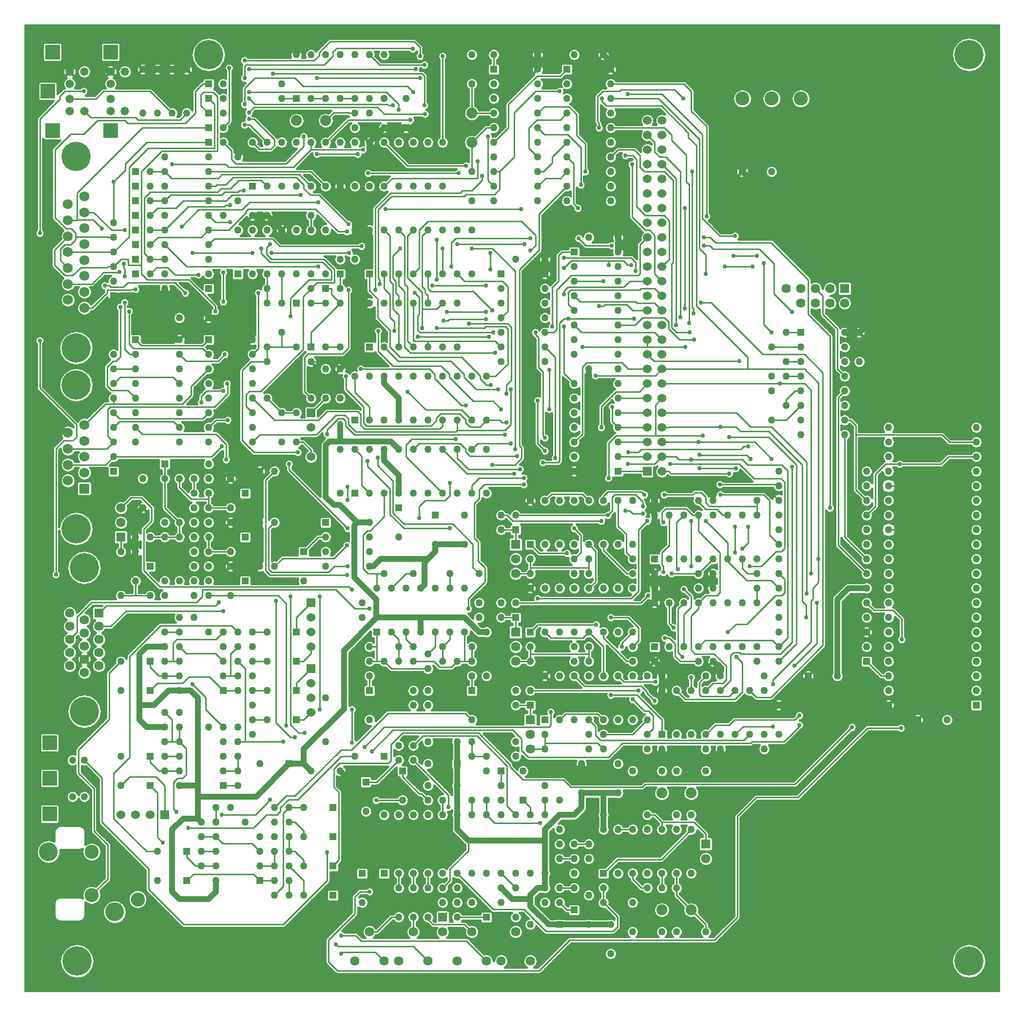
<source format=gtl>
G04*
G04  File:            TOPBOARD-V5.2.3.GTL, Wed Oct 01 00:48:10 2025*
G04  Source:          P-CAD 2006 PCB, Version 19.02.958, (D:\PCAD-2006\Projects\Pentagon-4096\Hardware\TopBoard-v5.2.3.PCB)*
G04  Format:          Gerber Format (RS-274-D), ASCII*
G04*
G04  Format Options:  Absolute Positioning*
G04                   Leading-Zero Suppression*
G04                   Scale Factor 1:1*
G04                   NO Circular Interpolation*
G04                   Inch Units*
G04                   Numeric Format: 4.4 (XXXX.XXXX)*
G04                   G54 NOT Used for Aperture Change*
G04                   Apertures Embedded*
G04*
G04  File Options:    Offset = (0.0mil,0.0mil)*
G04                   Drill Symbol Size = 80.0mil*
G04                   No Pad/Via Holes*
G04*
G04  File Contents:   Pads*
G04                   Vias*
G04                   No Designators*
G04                   No Types*
G04                   No Values*
G04                   No Drill Symbols*
G04                   Top*
G04*
%INTOPBOARD-V5.2.3.GTL*%
%ICAS*%
%MOIN*%
G04*
G04  Aperture MACROs for general use --- invoked via D-code assignment *
G04*
G04  General MACRO for flashed round with rotation and/or offset hole *
%AMROTOFFROUND*
1,1,$1,0.0000,0.0000*
1,0,$2,$3,$4*%
G04*
G04  General MACRO for flashed oval (obround) with rotation and/or offset hole *
%AMROTOFFOVAL*
21,1,$1,$2,0.0000,0.0000,$3*
1,1,$4,$5,$6*
1,1,$4,0-$5,0-$6*
1,0,$7,$8,$9*%
G04*
G04  General MACRO for flashed oval (obround) with rotation and no hole *
%AMROTOVALNOHOLE*
21,1,$1,$2,0.0000,0.0000,$3*
1,1,$4,$5,$6*
1,1,$4,0-$5,0-$6*%
G04*
G04  General MACRO for flashed rectangle with rotation and/or offset hole *
%AMROTOFFRECT*
21,1,$1,$2,0.0000,0.0000,$3*
1,0,$4,$5,$6*%
G04*
G04  General MACRO for flashed rectangle with rotation and no hole *
%AMROTRECTNOHOLE*
21,1,$1,$2,0.0000,0.0000,$3*%
G04*
G04  General MACRO for flashed rounded-rectangle *
%AMROUNDRECT*
21,1,$1,$2-$4,0.0000,0.0000,$3*
21,1,$1-$4,$2,0.0000,0.0000,$3*
1,1,$4,$5,$6*
1,1,$4,$7,$8*
1,1,$4,0-$5,0-$6*
1,1,$4,0-$7,0-$8*
1,0,$9,$10,$11*%
G04*
G04  General MACRO for flashed rounded-rectangle with rotation and no hole *
%AMROUNDRECTNOHOLE*
21,1,$1,$2-$4,0.0000,0.0000,$3*
21,1,$1-$4,$2,0.0000,0.0000,$3*
1,1,$4,$5,$6*
1,1,$4,$7,$8*
1,1,$4,0-$5,0-$6*
1,1,$4,0-$7,0-$8*%
G04*
G04  General MACRO for flashed regular polygon *
%AMREGPOLY*
5,1,$1,0.0000,0.0000,$2,$3+$4*
1,0,$5,$6,$7*%
G04*
G04  General MACRO for flashed regular polygon with no hole *
%AMREGPOLYNOHOLE*
5,1,$1,0.0000,0.0000,$2,$3+$4*%
G04*
G04  General MACRO for target *
%AMTARGET*
6,0,0,$1,$2,$3,4,$4,$5,$6*%
G04*
G04  General MACRO for mounting hole *
%AMMTHOLE*
1,1,$1,0,0*
1,0,$2,0,0*
$1=$1-$2*
$1=$1/2*
21,1,$2+$1,$3,0,0,$4*
21,1,$3,$2+$1,0,0,$4*%
G04*
G04*
G04  D10 : "Ellipse X10.0mil Y10.0mil H0.0mil 0.0deg (0.0mil,0.0mil) Draw"*
G04  Disc: OuterDia=0.0100*
%ADD10C, 0.0100*%
G04  D11 : "Ellipse X15.0mil Y15.0mil H0.0mil 0.0deg (0.0mil,0.0mil) Draw"*
G04  Disc: OuterDia=0.0150*
%ADD11C, 0.0150*%
G04  D12 : "Ellipse X16.0mil Y16.0mil H0.0mil 0.0deg (0.0mil,0.0mil) Draw"*
G04  Disc: OuterDia=0.0160*
%ADD12C, 0.0160*%
G04  D13 : "Ellipse X20.0mil Y20.0mil H0.0mil 0.0deg (0.0mil,0.0mil) Draw"*
G04  Disc: OuterDia=0.0200*
%ADD13C, 0.0200*%
G04  D14 : "Ellipse X25.0mil Y25.0mil H0.0mil 0.0deg (0.0mil,0.0mil) Draw"*
G04  Disc: OuterDia=0.0250*
%ADD14C, 0.0250*%
G04  D15 : "Ellipse X30.0mil Y30.0mil H0.0mil 0.0deg (0.0mil,0.0mil) Draw"*
G04  Disc: OuterDia=0.0300*
%ADD15C, 0.0300*%
G04  D16 : "Ellipse X40.0mil Y40.0mil H0.0mil 0.0deg (0.0mil,0.0mil) Draw"*
G04  Disc: OuterDia=0.0400*
%ADD16C, 0.0400*%
G04  D17 : "Ellipse X5.0mil Y5.0mil H0.0mil 0.0deg (0.0mil,0.0mil) Draw"*
G04  Disc: OuterDia=0.0050*
%ADD17C, 0.0050*%
G04  D18 : "Ellipse X6.0mil Y6.0mil H0.0mil 0.0deg (0.0mil,0.0mil) Draw"*
G04  Disc: OuterDia=0.0060*
%ADD18C, 0.0060*%
G04  D19 : "Ellipse X8.0mil Y8.0mil H0.0mil 0.0deg (0.0mil,0.0mil) Draw"*
G04  Disc: OuterDia=0.0080*
%ADD19C, 0.0080*%
G04  D20 : "Ellipse X9.8mil Y9.8mil H0.0mil 0.0deg (0.0mil,0.0mil) Draw"*
G04  Disc: OuterDia=0.0098*
%ADD20C, 0.0098*%
G04  D21 : "Ellipse X9.8mil Y9.8mil H0.0mil 0.0deg (0.0mil,0.0mil) Draw"*
G04  Disc: OuterDia=0.0098*
%ADD21C, 0.0098*%
G04  D22 : "Ellipse X111.0mil Y111.0mil H0.0mil 0.0deg (0.0mil,0.0mil) Flash"*
G04  Disc: OuterDia=0.1110*
%ADD22C, 0.1110*%
G04  D23 : "Ellipse X128.0mil Y128.0mil H0.0mil 0.0deg (0.0mil,0.0mil) Flash"*
G04  Disc: OuterDia=0.1280*
%ADD23C, 0.1280*%
G04  D24 : "Ellipse X143.0mil Y143.0mil H0.0mil 0.0deg (0.0mil,0.0mil) Flash"*
G04  Disc: OuterDia=0.1430*
%ADD24C, 0.1430*%
G04  D25 : "Ellipse X200.0mil Y200.0mil H0.0mil 0.0deg (0.0mil,0.0mil) Flash"*
G04  Disc: OuterDia=0.2000*
%ADD25C, 0.2000*%
G04  D26 : "Ellipse X215.0mil Y215.0mil H0.0mil 0.0deg (0.0mil,0.0mil) Flash"*
G04  Disc: OuterDia=0.2150*
%ADD26C, 0.2150*%
G04  D27 : "Ellipse X50.0mil Y50.0mil H0.0mil 0.0deg (0.0mil,0.0mil) Flash"*
G04  Disc: OuterDia=0.0500*
%ADD27C, 0.0500*%
G04  D28 : "Ellipse X58.0mil Y58.0mil H0.0mil 0.0deg (0.0mil,0.0mil) Flash"*
G04  Disc: OuterDia=0.0580*
%ADD28C, 0.0580*%
G04  D29 : "Ellipse X60.0mil Y60.0mil H0.0mil 0.0deg (0.0mil,0.0mil) Flash"*
G04  Disc: OuterDia=0.0600*
%ADD29C, 0.0600*%
G04  D30 : "Ellipse X64.0mil Y64.0mil H0.0mil 0.0deg (0.0mil,0.0mil) Flash"*
G04  Disc: OuterDia=0.0640*
%ADD30C, 0.0640*%
G04  D31 : "Ellipse X65.0mil Y65.0mil H0.0mil 0.0deg (0.0mil,0.0mil) Flash"*
G04  Disc: OuterDia=0.0650*
%ADD31C, 0.0650*%
G04  D32 : "Ellipse X69.0mil Y69.0mil H0.0mil 0.0deg (0.0mil,0.0mil) Flash"*
G04  Disc: OuterDia=0.0690*
%ADD32C, 0.0690*%
G04  D33 : "Ellipse X73.0mil Y73.0mil H0.0mil 0.0deg (0.0mil,0.0mil) Flash"*
G04  Disc: OuterDia=0.0730*
%ADD33C, 0.0730*%
G04  D34 : "Ellipse X75.0mil Y75.0mil H0.0mil 0.0deg (0.0mil,0.0mil) Flash"*
G04  Disc: OuterDia=0.0750*
%ADD34C, 0.0750*%
G04  D35 : "Ellipse X79.0mil Y79.0mil H0.0mil 0.0deg (0.0mil,0.0mil) Flash"*
G04  Disc: OuterDia=0.0790*
%ADD35C, 0.0790*%
G04  D36 : "Ellipse X84.0mil Y84.0mil H0.0mil 0.0deg (0.0mil,0.0mil) Flash"*
G04  Disc: OuterDia=0.0840*
%ADD36C, 0.0840*%
G04  D37 : "Ellipse X90.0mil Y90.0mil H0.0mil 0.0deg (0.0mil,0.0mil) Flash"*
G04  Disc: OuterDia=0.0900*
%ADD37C, 0.0900*%
G04  D38 : "Ellipse X96.0mil Y96.0mil H0.0mil 0.0deg (0.0mil,0.0mil) Flash"*
G04  Disc: OuterDia=0.0960*
%ADD38C, 0.0960*%
G04  D39 : "Rectangle X114.0mil Y114.0mil H0.0mil 0.0deg (0.0mil,0.0mil) Flash"*
G04  Square: Side=0.1140, Rotation=0.0, OffsetX=0.0000, OffsetY=0.0000, HoleDia=0.0000*
%ADD39R, 0.1140 X0.1140*%
G04  D40 : "Rectangle X50.0mil Y50.0mil H0.0mil 0.0deg (0.0mil,0.0mil) Flash"*
G04  Square: Side=0.0500, Rotation=0.0, OffsetX=0.0000, OffsetY=0.0000, HoleDia=0.0000*
%ADD40R, 0.0500 X0.0500*%
G04  D41 : "Rectangle X60.0mil Y60.0mil H0.0mil 0.0deg (0.0mil,0.0mil) Flash"*
G04  Square: Side=0.0600, Rotation=0.0, OffsetX=0.0000, OffsetY=0.0000, HoleDia=0.0000*
%ADD41R, 0.0600 X0.0600*%
G04  D42 : "Rectangle X64.0mil Y64.0mil H0.0mil 0.0deg (0.0mil,0.0mil) Flash"*
G04  Square: Side=0.0640, Rotation=0.0, OffsetX=0.0000, OffsetY=0.0000, HoleDia=0.0000*
%ADD42R, 0.0640 X0.0640*%
G04  D43 : "Rectangle X65.0mil Y65.0mil H0.0mil 0.0deg (0.0mil,0.0mil) Flash"*
G04  Square: Side=0.0650, Rotation=0.0, OffsetX=0.0000, OffsetY=0.0000, HoleDia=0.0000*
%ADD43R, 0.0650 X0.0650*%
G04  D44 : "Rectangle X69.0mil Y69.0mil H0.0mil 0.0deg (0.0mil,0.0mil) Flash"*
G04  Square: Side=0.0690, Rotation=0.0, OffsetX=0.0000, OffsetY=0.0000, HoleDia=0.0000*
%ADD44R, 0.0690 X0.0690*%
G04  D45 : "Rectangle X75.0mil Y75.0mil H0.0mil 0.0deg (0.0mil,0.0mil) Flash"*
G04  Square: Side=0.0750, Rotation=0.0, OffsetX=0.0000, OffsetY=0.0000, HoleDia=0.0000*
%ADD45R, 0.0750 X0.0750*%
G04  D46 : "Rectangle X79.0mil Y79.0mil H0.0mil 0.0deg (0.0mil,0.0mil) Flash"*
G04  Square: Side=0.0790, Rotation=0.0, OffsetX=0.0000, OffsetY=0.0000, HoleDia=0.0000*
%ADD46R, 0.0790 X0.0790*%
G04  D47 : "Rectangle X84.0mil Y84.0mil H0.0mil 0.0deg (0.0mil,0.0mil) Flash"*
G04  Square: Side=0.0840, Rotation=0.0, OffsetX=0.0000, OffsetY=0.0000, HoleDia=0.0000*
%ADD47R, 0.0840 X0.0840*%
G04  D48 : "Rectangle X99.0mil Y99.0mil H0.0mil 0.0deg (0.0mil,0.0mil) Flash"*
G04  Square: Side=0.0990, Rotation=0.0, OffsetX=0.0000, OffsetY=0.0000, HoleDia=0.0000*
%ADD48R, 0.0990 X0.0990*%
G04  D49 : "Ellipse X30.0mil Y30.0mil H0.0mil 0.0deg (0.0mil,0.0mil) Flash"*
G04  Disc: OuterDia=0.0300*
%ADD49C, 0.0300*%
G04  D50 : "Ellipse X45.0mil Y45.0mil H0.0mil 0.0deg (0.0mil,0.0mil) Flash"*
G04  Disc: OuterDia=0.0450*
%ADD50C, 0.0450*%
G04*
%FSLAX44Y44*%
%SFA1B1*%
%OFA0.0000B0.0000*%
G04*
G70*
G90*
G01*
D2*
%LNTop*%
D12*
X100750Y175100*
X100850Y175000D1*
D2*
D10*
X104100Y169950*
Y168350D1*
D2*
D12*
X104075Y175725*
X104500Y176150D1*
X104075Y175575D2*
Y175725D1*
X104000Y175500D2*
X104075Y175575D1*
X104000Y175400D2*
Y175500D1*
X103600Y175000D2*
X104000Y175400D1*
D2*
D10*
Y178000*
X103500Y177500D1*
X104000Y179050D2*
Y178000D1*
X103950Y191350D2*
X103700Y191100D1*
X103100D2*
X102550Y190550D1*
X103700Y191100D2*
X103100D1*
D2*
D16*
X103265Y191750*
X103381Y191634D1*
D2*
D10*
X103150Y202400*
X102450Y203100D1*
X103700Y202400D2*
X103150D1*
X104250Y202950D2*
X103700Y202400D1*
X103379Y202910D2*
X102850Y203439D1*
X103979Y206179D2*
X103379D1*
X104000Y206200D2*
X103979Y206179D1*
X102450Y204160D2*
X103379Y205089D1*
X103900Y204850D2*
Y205050D1*
X103550Y204500D2*
X103900Y204850D1*
X103150Y204500D2*
X103550D1*
X102850Y204200D2*
X103150Y204500D1*
X103600Y205600D2*
X103250D1*
X103900Y205300D2*
X103600Y205600D1*
X103900Y205050D2*
Y205300D1*
X103250Y205600D2*
X102500Y206350D1*
Y211000D2*
X103575Y212075D1*
X104475*
X104945Y213200D2*
X104484Y213661D1*
X103150Y215000D2*
X102825Y214675D1*
Y214475*
X104450Y215000D2*
X103150D1*
D2*
D16*
X103500Y217000*
Y216338D1*
D2*
D10*
X105900Y160900*
X105876D1*
X106100Y161100D2*
X105900Y160900D1*
X105150Y164400D2*
X106100Y163450D1*
X107600Y169450D2*
X106500Y168350D1*
X107000Y176000D2*
X106200Y175200D1*
X106300Y178400D2*
X105500D1*
X107350Y179450D2*
X106300Y178400D1*
X106000Y179800D2*
X105500Y179300D1*
D2*
D16*
X107000Y182000*
X106250D1*
D2*
D10*
X107000Y183500*
Y184500D1*
X107700Y187200D2*
X107000Y186500D1*
X106500Y190000D2*
X105954Y189454D1*
X106500Y191000D2*
X106100Y191400D1*
X106500Y191000D2*
X106044Y190544D1*
X106500Y193600D2*
Y194000D1*
Y193600D2*
X105921D1*
X106500Y193000D2*
X106900Y192600D1*
X106350Y194550D2*
X107450D1*
X106050Y194850D2*
X106350Y194550D1*
X106100Y193250D2*
X106250Y193400D1*
X107250Y197350D2*
X107600Y197000D1*
X106450Y196550D2*
X106050Y196150D1*
X106650Y196550D2*
X106450D1*
X106950Y196850D2*
X106650Y196550D1*
X107550Y197700D2*
X107850Y197400D1*
X106050Y201400D2*
Y201200D1*
X107650Y201400D2*
X106050D1*
X107700Y201450D2*
X107650Y201400D1*
X107250Y202850D2*
Y202350D1*
X107200Y202900D2*
X107250Y202850D1*
X107200Y203200D2*
Y202900D1*
X106100Y203000D2*
X106050Y202950D1*
X106500Y203000D2*
X106100D1*
X107500Y203500D2*
Y203100D1*
X107000Y203500D2*
X107500D1*
X106500Y203000D2*
X107000Y203500D1*
X107150Y201600D2*
X107450Y201900D1*
X106300Y201600D2*
X107150D1*
X106200Y201700D2*
X106300Y201600D1*
X105900Y201700D2*
X106200D1*
X106850Y202600D2*
X105800D1*
X106900Y202650D2*
X106850Y202600D1*
X106350Y205500D2*
X105125Y206724D1*
X107250Y205500D2*
X106350D1*
X105700Y205600D2*
X105100Y206200D1*
X106100Y205000D2*
X106500D1*
X106050Y205050D2*
X106100Y205000D1*
X106500Y208800D2*
X107300Y209600D1*
X105800Y215000D2*
X105288Y214488D1*
D2*
D16*
X106161Y216338*
X106295D1*
X105500Y217000D2*
X106161Y216338D1*
D2*
D10*
X108900Y160400*
Y161800D1*
X109500Y163950D2*
X109850Y163600D1*
X108750Y163000D2*
X109500D1*
X110000Y167500D2*
Y165500D1*
X110600Y165900D2*
X110800Y165700D1*
X110600Y165900D2*
Y167750D1*
X109500Y167000D2*
X109000Y167500D1*
Y169100D2*
Y169500D1*
X109600Y168500D2*
X109000Y169100D1*
X110000Y168500D2*
X109600D1*
X110500Y170500D2*
X110000D1*
D2*
D16*
X109250Y173000*
X108250D1*
X108750Y171500D2*
X110000D1*
X108250Y172000D2*
X108750Y171500D1*
X108250Y173000D2*
Y172000D1*
D2*
D10*
X110500*
X110000Y172500D1*
X109000Y175600D2*
Y176000D1*
X109600Y175000D2*
X109000Y175600D1*
X110000Y175000D2*
X109600D1*
X110550Y176000D2*
X110000D1*
X110550Y177250D2*
X110800Y177500D1*
X109650Y181100D2*
X108550Y182200D1*
X109000Y184500D2*
X110000D1*
X108550Y185050D2*
X109100Y185600D1*
X110000Y186500D2*
Y188500D1*
X109100Y186500D2*
X108400Y187200D1*
Y202500D2*
Y203100D1*
X108800Y202100D2*
X108400Y202500D1*
X109000Y203500D2*
X110000D1*
X109000D2*
X108600Y203900D1*
X109450Y202950D2*
X109000Y202500D1*
X110200Y202950D2*
X109450D1*
X110700Y202450D2*
X110200Y202950D1*
X109000Y205500D2*
X110000D1*
X109000Y204500D2*
X109525Y205025D1*
X108600Y207700D2*
X109000Y208100D1*
X110000Y207500D2*
X110400Y207900D1*
X110000Y207500D2*
X109000D1*
X110000Y209500D2*
X110450Y209050D1*
X110000Y209500D2*
X109000D1*
X110500Y213500D2*
X109000Y215000D1*
D2*
D16*
X110500Y216500*
X109500D1*
X108500*
X113500Y160250D2*
Y161000D1*
X113000Y159750D2*
X113500Y160250D1*
D2*
D10*
X111950Y161450*
X111500Y161000D1*
X113500Y163000D2*
X112500D1*
X111500Y162600D2*
Y163000D1*
X113500Y164000D2*
X112500D1*
D2*
D16*
X112250Y166750*
Y165250D1*
Y166750D2*
Y167500D1*
Y165250D2*
X111250D1*
D2*
D10*
X111450Y168250*
Y170050D1*
X112800Y173550D2*
Y172700D1*
X111450Y176550D2*
X113450D1*
X113050Y174950D2*
X111650D1*
X111200Y174500*
X112550Y180450D2*
X112150Y180050D1*
X112550Y180900D2*
Y180450D1*
X113000Y183500D2*
Y184500D1*
Y186500D2*
Y187100D1*
Y187500*
Y187100D2*
X111800D1*
X112000Y187500D2*
Y188500D1*
X113200Y190000D2*
X113900Y190700D1*
X111800Y194200D2*
Y194800D1*
X111200Y193600D2*
X111800Y194200D1*
X112600Y192600D2*
X113000Y193000D1*
X112500Y194150D2*
Y193700D1*
X112850Y194500D2*
X112500Y194150D1*
X112600Y197400D2*
X113000Y197000D1*
X113650Y196550D2*
X111450D1*
X113450Y199950D2*
Y200300D1*
D2*
D16*
X113000Y200250*
X112750Y200500D1*
X113000Y199500D2*
Y200250D1*
D2*
D10*
X113400Y204900*
X113000Y204500D1*
X113450Y206050D2*
X113000Y206500D1*
X112300Y206900D2*
X111150Y205750D1*
X112975Y205500D2*
X113000D1*
X112500Y205025D2*
X112975Y205500D1*
X113000Y208500D2*
X113450D1*
X113550Y208600*
X113600Y208100D2*
X113850Y208350D1*
X113650Y209050D2*
X113900Y209300D1*
X111250Y207500D2*
X113000D1*
X111500Y213500D2*
X111050Y213050D1*
X113600Y214650D2*
X113300Y214950D1*
X113400Y214100D2*
X113000Y214500D1*
X112600Y215500D2*
X113000D1*
X112100Y215000D2*
X112600Y215500D1*
X112100Y213500D2*
Y215000D1*
X113300Y214950D2*
X112650D1*
X112475Y214775*
Y214025*
X113000Y213500*
X116500Y161000D2*
X116050Y161450D1*
X115950Y163550D2*
X116500Y163000D1*
X115000Y168500D2*
Y169500D1*
X115500Y170500D2*
X115000D1*
X114500Y176500D2*
Y175000D1*
X115000*
X115500Y175500D2*
X115000Y176000D1*
Y178000D2*
X114550Y178450D1*
D2*
D16*
X116500Y182500*
X114500D1*
X116500Y185500D2*
X114500D1*
Y188750D2*
Y188500D1*
D2*
D10*
X114200Y189800*
Y190850D1*
X116500Y191500D2*
X116000Y191000D1*
X115300Y191100D2*
X116100Y190300D1*
X115550Y193450D2*
X116000Y193000D1*
X115550Y194250D2*
Y193450D1*
X115775Y194475D2*
X115550Y194250D1*
X116575Y194475D2*
X115775D1*
X115900Y196500D2*
X115300Y195900D1*
X116000Y197000D2*
X116400Y197400D1*
D2*
D16*
X116000Y199000*
X115500Y199500D1*
D2*
D10*
X115550Y206800*
Y206700D1*
X114350Y205500*
X114150Y208600D2*
X114650Y209100D1*
X115050Y208900D2*
X116600D1*
X114500Y208350D2*
X115050Y208900D1*
X114050Y207100D2*
X114150Y207200D1*
X114450*
X115100Y208200D2*
X115400D1*
X115000Y208100D2*
X115100Y208200D1*
X114100Y208100D2*
X115000D1*
X114200Y207500D2*
X114600Y207900D1*
X116000Y211500D2*
X116450Y211050D1*
X115450Y212700D2*
X115800D1*
X114550Y210350D2*
Y210950D1*
X114850Y210050D2*
X114550Y210350D1*
X116100Y213100D2*
X115750D1*
Y213550D2*
X116100Y213900D1*
X115750Y214500D2*
X116150Y214100D1*
X115450Y215200D2*
X116150Y215900D1*
X115450Y214100D2*
Y215200D1*
Y216700D2*
X115550Y216800D1*
D2*
D16*
X119250Y155750*
Y153750D1*
D2*
D10*
X118500Y161000*
Y160000D1*
X119500D2*
Y161000D1*
X118100Y160600D2*
X117500Y160000D1*
X118500Y163000D2*
Y164000D1*
X118900Y163000D2*
X119500Y162400D1*
X118500Y163000D2*
X118900D1*
X119500Y164000D2*
Y164400D1*
X118300Y166800D2*
X118900D1*
X117500Y166000D2*
X118300Y166800D1*
X118500Y166000D2*
X119500D1*
X118500D2*
X118100Y165600D1*
X118450Y166550D2*
X119100D1*
X117900Y166000D2*
X118450Y166550D1*
X117650Y165500D2*
X117900Y165750D1*
Y166000*
D2*
D16*
X118500Y169000*
X119500D1*
Y170000D2*
Y169000D1*
D2*
D10*
X118600Y170800*
X118900D1*
X119150Y171100D2*
X119550D1*
X118600Y171650D2*
X119150Y171100D1*
X119500Y172000D2*
X119000D1*
X119450Y176000D2*
X119000D1*
Y179000D2*
Y178000D1*
X117100Y182300D2*
X117300Y182100D1*
X117500Y185500D2*
X117100Y185100D1*
X119450Y191000D2*
X119000D1*
X118500Y189100D2*
Y189500D1*
X118000Y193000D2*
X119000D1*
Y197500D2*
X118000D1*
X119800Y197050D2*
X119550Y196800D1*
X118600Y199600D2*
Y200850D1*
X117850Y204400D2*
X117350Y204900D1*
D2*
D16*
X118000Y205000*
X118250Y204750D1*
X118000Y205500D2*
Y205000D1*
D2*
D10*
X119000Y209100*
X119500Y208600D1*
Y208350*
Y211900D2*
Y211250D1*
X118300Y210050*
X117250Y211050D2*
X117500Y211300D1*
Y211700*
X118900Y215900D2*
X119450Y215350D1*
X119000Y214500D2*
X118000D1*
X121800Y154850D2*
X121200Y155450D1*
X121850Y156500D2*
X121700Y156650D1*
X121550Y167400D2*
X121900Y167050D1*
X121950Y169050D2*
X121550Y168650D1*
X122050Y169950D2*
X122750D1*
X121600Y182500D2*
X122500D1*
X121200Y182100D2*
X121600Y182500D1*
X122800Y180900D2*
X122600Y181100D1*
X121550Y183050D2*
X122450Y183950D1*
X121000Y184500D2*
X120500D1*
D2*
D16*
X121550Y186700*
X121000Y187250D1*
X121950Y186700D2*
X121550D1*
D2*
D10*
X122500Y187950*
Y187050D1*
D2*
D16*
X121250Y191050*
X122000D1*
X121000Y190800D2*
X121250Y191050D1*
D2*
D10*
X121100Y191850*
Y191550D1*
Y193100D2*
X120500Y192500D1*
X122350Y192450D2*
X122200Y192600D1*
X122350Y192100D2*
Y192450D1*
X122300Y192850D2*
X121700D1*
X122550Y192600D2*
X122300Y192850D1*
X122550Y192200D2*
Y192600D1*
X122200D2*
X121850D1*
X121000Y197500D2*
X122000D1*
X122550Y197450D2*
X122150Y197050D1*
X122000Y196000D2*
X121500Y196500D1*
X121400Y202700D2*
X120800Y203300D1*
X121400Y202100D2*
Y202700D1*
Y201500D2*
X121000D1*
X121400Y201100D2*
Y201500D1*
X122000Y202500D2*
Y201500D1*
X121600Y202800D2*
X120900Y203500D1*
X121600Y201900D2*
Y202800D1*
X120400Y201900D2*
X121600D1*
X122450Y205400D2*
X121850D1*
D2*
D16*
X122000Y208500*
Y208000D1*
Y208500D2*
Y208750D1*
D2*
D10*
X122550Y213550*
X121550D1*
X122600Y213500D2*
X122550Y213550D1*
X120550Y217650D2*
X121300Y218400D1*
X120550Y217450D2*
Y217650D1*
X120200Y217100D2*
X120550Y217450D1*
X120900Y216800D2*
X121500Y217400D1*
Y217700*
X121750Y217950*
X125500Y158500D2*
X124500Y157500D1*
X124000*
X123050Y157250D2*
X123425Y156875D1*
X123350Y160250D2*
X124000D1*
X124500Y167750D2*
X123750D1*
X125475Y170325D2*
Y169225D1*
X125300Y169050*
X125000Y176000D2*
X124500D1*
X125000D2*
X125500Y175500D1*
X124000Y176000D2*
X124500D1*
D2*
D16*
X124450Y179050*
X124500Y179000D1*
X124250Y182500D2*
X124000D1*
D2*
D10*
X124500Y182000*
X125000D1*
X123900D2*
X123550Y182350D1*
X124500Y182000D2*
X123900D1*
X124500Y181000D2*
Y182000D1*
X124050Y184950D2*
X125000Y185900D1*
X123850Y184950D2*
X124050D1*
X123550Y184650D2*
X123850Y184950D1*
X125400Y187800D2*
Y186050D1*
X124000Y187500D2*
X123450Y188050D1*
X125600Y188350D2*
Y186150D1*
X123850Y189700D2*
Y189350D1*
X124550Y189950D2*
Y189400D1*
D2*
D16*
X125000Y190500*
Y189750D1*
D2*
D10*
X124000Y192500*
Y193400D1*
X123200Y193100D2*
X123400Y192900D1*
X123600Y192300D2*
Y193400D1*
X123800Y192100D2*
X123600Y192300D1*
X123400Y192150D2*
Y192900D1*
X125600Y196200D2*
X124600Y197200D1*
X124550Y199500D2*
Y200800D1*
X125400Y198650D2*
X124550Y199500D1*
X125700Y199250D2*
X125400Y199550D1*
X125700Y198600D2*
Y199250D1*
D2*
D16*
X123250Y200500*
X124000D1*
D2*
D10*
Y201350*
Y202500D1*
X125000Y201500D2*
Y202500D1*
X125400Y201100D2*
X125000Y201500D1*
X124700Y202100D2*
X124600Y202200D1*
X124700Y201800D2*
Y202100D1*
X125600Y201800D2*
X125400Y202000D1*
X125800D2*
Y201200D1*
X125600Y202200D2*
X125800Y202000D1*
X125600Y203750D2*
Y202200D1*
D2*
D16*
X124000Y203500*
X123250Y202750D1*
D2*
D10*
X125400Y205100*
X125000Y205500D1*
X125550Y209050D2*
X125000Y208500D1*
D2*
D16*
X124000Y211500*
X125000Y212500D1*
X124000Y210750D2*
Y211500D1*
D2*
D10*
X124550Y213900*
X125000Y213450D1*
X125300Y214050D2*
X125600D1*
X125250Y214100D2*
X125300Y214050D1*
X124700Y216800D2*
X124000Y217500D1*
X127000Y158500D2*
Y157500D1*
X128350Y158000D2*
X128000Y158350D1*
Y158500*
X127000Y160500D2*
Y161500D1*
X128000Y160500D2*
Y161500D1*
X127550Y166950D2*
X128000Y166500D1*
X127400Y166950D2*
X127550D1*
X127000Y170250D2*
X127650Y170900D1*
X126250Y168500D2*
Y168100D1*
X128400Y176000D2*
X127000D1*
X128800Y175600D2*
X128400Y176000D1*
D2*
D16*
X127500Y179000*
Y178000D1*
D2*
D10*
X126500Y177500*
Y178000D1*
D2*
D16*
X127750Y181250*
X127500Y181000D1*
X127750Y182750D2*
Y181250D1*
D2*
D10*
X127000Y182000*
X126500D1*
D2*
D16*
X128500Y184000*
Y183500D1*
D2*
D10*
X127800Y187000*
X127400Y186600D1*
X127000Y190500D2*
X127400Y190900D1*
X126900Y191200D2*
X126500Y190800D1*
Y190000*
X128550Y192450D2*
X128200Y192100D1*
X128550Y192650D2*
Y192450D1*
X128850Y192950D2*
X128550Y192650D1*
X127850Y193200D2*
X126600Y194450D1*
X126800Y197100D2*
X126400Y197500D1*
X128450Y195650D2*
X128100Y196000D1*
X128450Y195350D2*
Y195650D1*
X128000Y197900D2*
Y197500D1*
Y197900D2*
X127000D1*
X126600D2*
X127000Y197500D1*
X127600Y198800D2*
Y200100D1*
X128600*
X127400Y199750D2*
X127300Y199650D1*
X127400Y200900D2*
Y199750D1*
X127300Y199650D2*
Y198650D1*
X127450Y198500*
X127600Y201250D2*
X126600Y202250D1*
X126400Y201800D2*
X126600Y201600D1*
X127000Y202500D2*
X127400Y202900D1*
X127100Y201200D2*
Y201150D1*
X128000Y201500D2*
Y202500D1*
X128200Y201300D2*
X128000Y201500D1*
X127800Y201450D2*
X127600Y201650D1*
X127800Y201200D2*
Y201450D1*
X126600Y205100D2*
X127000Y205500D1*
X127600Y205100D2*
X128000Y205500D1*
X127400D2*
X128000Y206100D1*
D2*
D16*
X126500Y212500*
X127750D1*
D2*
D10*
X126600Y215350*
X127000Y214950D1*
X127750Y216050D2*
X127600Y216200D1*
X127050Y218400D2*
X127450Y218000D1*
Y217400*
X126900Y217950D2*
X126950Y217900D1*
X131000Y157500D2*
X130500Y158000D1*
X129500Y161000D2*
Y161800D1*
D2*
D16*
X130000Y164500*
X130750Y163750D1*
D2*
D10*
Y163050*
Y163750D1*
D2*
D16*
X130000Y165500*
Y167500D1*
D2*
D10*
X131000Y166500*
Y165500D1*
X129400Y166050D2*
Y166850D1*
D2*
D16*
X130000Y169000*
Y170500D1*
D2*
D10*
X131000Y169500*
Y170500D1*
X130550Y172450D2*
X131000Y172000D1*
X130000Y176000D2*
X129600Y175600D1*
X130000Y176000D2*
X130500D1*
X131000D2*
X130500D1*
D2*
D16*
Y179000*
X131500Y178000D1*
D2*
D10*
X129500Y177500*
Y178000D1*
Y182000D2*
Y181000D1*
X131075Y182425D2*
X131500Y182000D1*
X131900Y182400D2*
X131425Y182875D1*
X131900Y181450D2*
Y182400D1*
X130750Y180300D2*
X131900Y181450D1*
X129700Y185400D2*
X131075Y184025D1*
X131425Y184175D2*
X131150Y184450D1*
X131500Y188550D2*
X131000Y188050D1*
Y187500*
X131150Y186800D2*
X131500Y187150D1*
Y187750D2*
X131850Y188100D1*
X131500Y187150D2*
Y187750D1*
X129500Y188200D2*
Y187350D1*
X129150Y187000*
X130000Y189900D2*
X130750Y189150D1*
X130000Y190500D2*
Y189900D1*
X131000Y190500D2*
X131400Y190900D1*
X130000Y191800D2*
X129900Y191700D1*
X130550Y190350D2*
X130850Y190050D1*
X130550Y190550D2*
Y190350D1*
X130200Y190900D2*
X130550Y190550D1*
X130600Y193500D2*
X130300D1*
X130550Y192550D2*
X130150Y192950D1*
X130550Y192350D2*
Y192550D1*
X130850Y192050D2*
X130550Y192350D1*
X131550Y192050D2*
X130850D1*
X131000Y192500D2*
X130300Y193200D1*
X130450Y195650D2*
X129550Y196550D1*
X130450Y195450D2*
Y195650D1*
X131550Y195550D2*
X130300Y196800D1*
X131550Y195350D2*
Y195550D1*
X129450Y195450D2*
Y195650D1*
X129350Y199300D2*
X129050D1*
X129450Y199400D2*
X129350Y199300D1*
X130000Y202500D2*
X130500Y202000D1*
X129900Y204950D2*
X129600Y204650D1*
X130450Y207800D2*
X130600Y207950D1*
X131700Y208900D2*
Y209200D1*
X131000Y208200D2*
X131700Y208900D1*
X130350Y208200D2*
X131000D1*
X130200Y208050D2*
X130350Y208200D1*
X131000Y213500D2*
Y215500D1*
D2*
D16*
X133750Y159750*
X133000Y160500D1*
D2*
D10*
Y161500*
X134000Y160500D1*
X134550Y159050D2*
X132450D1*
X133400Y166100D2*
X134000Y165500D1*
X133600Y168800D2*
Y168950D1*
X134400Y169900D2*
Y170700D1*
X134850Y169450D2*
X134400Y169900D1*
D2*
D16*
X133000Y175500*
X133500Y175000D1*
X133000Y176750D2*
Y175500D1*
D2*
D10*
X134000Y179000*
X133000D1*
X134000D2*
Y178000D1*
D2*
D16*
X132250Y178750*
X132750Y178250D1*
D2*
D10*
X134000Y185000*
X133000D1*
X134000D2*
Y184000D1*
D2*
D16*
X133000Y187500*
X132250Y186750D1*
D2*
D10*
X134400Y189900*
X133950Y189450D1*
X132400*
X134250Y190750D2*
X134400Y190600D1*
Y189900*
X133350Y194300D2*
Y194900D1*
X133000Y193250D2*
X132450Y193800D1*
X133050Y192350D2*
X133350D1*
X132900Y192500D2*
X133050Y192350D1*
X133650Y194600D2*
Y192200D1*
X132600Y195500D2*
X133450Y196350D1*
X132600Y197900D2*
X133000Y197500D1*
X133450Y199950D2*
X133000Y199500D1*
X133450Y198750D2*
X133300Y198900D1*
X133700Y198850D2*
X133450Y199100D1*
X133100Y202000D2*
X133450Y201650D1*
X132900Y209500D2*
X132500D1*
X132900Y208300D2*
Y209500D1*
X132550Y207950D2*
X132900Y208300D1*
X132500Y208500D2*
X132100Y208900D1*
X134900Y212500D2*
Y211100D1*
X133500Y212500D2*
X132500Y211500D1*
Y216500D2*
Y217500D1*
D2*
D16*
X137000Y158000*
X136250D1*
X136000Y161500D2*
Y160500D1*
X135500*
X136000Y164500D2*
Y163750D1*
D2*
D10*
Y165500*
Y166500D1*
X137750Y167400D2*
X137250Y167900D1*
X136000Y170000D2*
Y170400D1*
X137000Y172000D2*
X137400Y172400D1*
X136400Y171650D2*
X136250Y171500D1*
X136400Y172550D2*
Y171650D1*
X136000Y178000D2*
X136400Y177600D1*
X137500Y183400D2*
X135600D1*
X136000Y187000D2*
X136450Y187450D1*
X137000Y189700D2*
X136900Y189600D1*
X135500Y190900D2*
X136000Y190400D1*
X135850Y191450D2*
X136000Y191300D1*
X136900Y189600D2*
X135850D1*
X136000Y197500D2*
X136700Y196800D1*
X135850Y195800D2*
X135550Y196100D1*
X137300Y199450D2*
X137000Y199150D1*
X137600Y199450D2*
X137300D1*
X135550Y198150D2*
X135350Y198350D1*
Y198500*
X136000D2*
X136600D1*
X136800Y198700*
X137300Y202900D2*
X137800Y203400D1*
X136800Y201400D2*
X137800Y202400D1*
X136925Y203775D2*
Y202025D1*
X136500Y201600*
X137600Y201250D2*
X137750Y201400D1*
X137300Y201350D2*
Y201100D1*
X137550Y201600D2*
X137300Y201350D1*
D2*
D16*
X136000Y202500*
Y203500D1*
D2*
D10*
X135350Y205150*
Y204450D1*
X135600Y206600D2*
Y204150D1*
X135500Y209500D2*
X135900D1*
X137050Y209050D2*
X137500Y209500D1*
X136050Y209050D2*
X137050D1*
X135500Y208500D2*
X136050Y209050D1*
X136500Y210500D2*
X137500Y211500D1*
X136500Y210100D2*
Y210500D1*
X135950Y212050D2*
X135500Y212500D1*
X137550Y212050D2*
X135950D1*
X137050Y213050D2*
X135450D1*
X137500Y213500D2*
X137050Y213050D1*
X135950Y213950D2*
X135500Y213500D1*
X137650Y213950D2*
X135950D1*
X137000Y215000D2*
X135350D1*
X137050Y216050D2*
X135450D1*
X137500Y216500D2*
X137050Y216050D1*
D2*
D16*
X135500Y217500*
Y216500D1*
X139000Y158000D2*
X140500D1*
D2*
D10*
X140000Y159500*
Y160500D1*
D2*
D16*
X138500Y167000*
X140000D1*
Y165500D2*
Y167000D1*
X138500D2*
Y166000D1*
D2*
D10*
X140000Y170000*
X139600Y170400D1*
D2*
D16*
X138500Y168250*
Y169000D1*
D2*
D10*
X139450Y171550*
X139000Y172000D1*
X139600Y172400D2*
X140000Y172000D1*
X139000Y176500D2*
Y176000D1*
X138600Y177600D2*
X139000Y178000D1*
X140000D2*
Y177600D1*
X139000Y181000D2*
X139450Y181450D1*
X139000Y182400D2*
Y182000D1*
X139450Y183550D2*
X139000Y184000D1*
X140000D2*
Y183600D1*
X138450Y184650D2*
Y183450D1*
X138550Y187450D2*
X139000Y187000D1*
X140600Y187250D2*
X140750Y187400D1*
X140600Y186300D2*
Y187250D1*
X140000Y187300D2*
Y187000D1*
X140300Y187600D2*
X140000Y187300D1*
X140350Y190950D2*
X140850Y191450D1*
X140600Y192400D2*
Y193400D1*
X139850Y193450D2*
X140850Y194450D1*
X138550Y196150D2*
X138850Y196450D1*
X140000Y200300D2*
X140100Y200400D1*
X139700Y200300D2*
X140000D1*
X140350Y203100D2*
Y203400D1*
X140550Y204450D2*
X138800D1*
X138300Y204950*
D2*
D16*
X140750Y206000*
X139250D1*
D2*
D10*
X139700Y212800*
Y212500D1*
X139600Y212900D2*
X139700Y212800D1*
X138750Y211400D2*
X138175Y211975D1*
X139950Y215000D2*
X139600Y214650D1*
X139900Y214500D2*
Y214300D1*
X140200Y214000*
D2*
D16*
X140500Y216500*
X139750D1*
X140500Y217000D2*
X140000Y217500D1*
X140500Y216500D2*
Y217000D1*
D2*
D10*
X142600Y160500*
X143000D1*
X142000Y161100D2*
X142600Y160500D1*
X142000Y161500D2*
Y161100D1*
X143000Y165500D2*
X143500D1*
X142850Y167600D2*
X142650Y167400D1*
D2*
D16*
X143000Y168750*
Y168250D1*
X143500Y169250D2*
X143000Y168750D1*
D2*
D10*
X143400Y172300*
Y171400D1*
X143500Y173300D2*
X142950Y173850D1*
X143100Y172600D2*
X143400Y172300D1*
X142000Y173400D2*
X142800Y172600D1*
X143100*
X143550Y174600D2*
X141400D1*
X141600Y176000D2*
X142000D1*
D2*
D16*
X142750Y176750*
X143500Y176000D1*
D2*
D10*
X142400Y178300*
Y177400D1*
X141250Y177250D2*
X142000Y178000D1*
X141700Y179000D2*
X142400Y178300D1*
X141600Y182000D2*
X142000D1*
X141900Y180300D2*
X142400Y180800D1*
D2*
D16*
X143500Y181000*
Y181600D1*
Y182000D2*
Y181600D1*
D2*
D12*
X143550Y181550*
X143500Y181600D1*
D2*
D16*
X142750Y182750*
X143500Y182000D1*
D2*
D10*
X141550Y184700*
Y183450D1*
X142400Y185000D2*
X143000Y185600D1*
D2*
D16*
X143500Y184750*
X142750Y184000D1*
D2*
D10*
X142700Y186900*
Y186600D1*
X142200Y187400D2*
X142700Y186900D1*
X141800Y186300D2*
X141500D1*
X142000Y186100D2*
X141800Y186300D1*
X142700Y186100D2*
X142000D1*
D2*
D16*
X143500Y187000*
Y188000D1*
D2*
D10*
X142800Y187400*
X142600Y187600D1*
X142400Y190300D2*
X142600Y190500D1*
X141700Y190300D2*
X142400D1*
X143500Y189500D2*
X141650D1*
X141700Y196000D2*
X143000D1*
X141250Y196450D2*
X141700Y196000D1*
X143450Y196550D2*
X143000Y197000D1*
X142000Y200000D2*
X143000D1*
X141600Y200400D2*
X142000Y200000D1*
X142650Y199500D2*
X142150Y199000D1*
X142300Y200500D2*
X143500D1*
X142200Y200600D2*
X142300Y200500D1*
X141800Y202000D2*
X141400Y201600D1*
X143000Y202000D2*
X141800D1*
X142550Y201500D2*
X143500D1*
X142450Y201400D2*
X142550Y201500D1*
X142400Y202400D2*
X142500Y202500D1*
X142200Y203300D2*
Y202700D1*
X141900Y203600D2*
X142200Y203300D1*
X141650Y203100D2*
X141900D1*
X141650D2*
X141350Y203400D1*
X142500Y204500D2*
X143000Y205000D1*
X143150Y205500D2*
X143500Y205150D1*
X142850Y205500D2*
X143150D1*
X141950Y206400D2*
X142850Y205500D1*
X142500Y209800D2*
X142800Y209500D1*
X143500Y211500D2*
X143000Y212000D1*
X143500Y210850D2*
Y211500D1*
X143850Y210500D2*
X143500Y210850D1*
X142000Y210600D2*
X142250Y210350D1*
X141500Y210600D2*
X142000D1*
X142100Y211000D2*
X142500Y210600D1*
X141200Y215100D2*
X141100Y215000D1*
X145000Y161500D2*
Y160500D1*
Y160000D2*
Y160500D1*
X146700Y173600D2*
X146550Y173750D1*
X145100Y176600D2*
X145400Y176300D1*
X145250Y176000D2*
X144900Y176350D1*
X146500Y176000D2*
X145250D1*
X146000Y176800D2*
X146275Y176525D1*
X144500Y178600D2*
X144800Y178300D1*
X144500Y177600D2*
X144200D1*
X144900Y177200D2*
X144500Y177600D1*
X145500Y179200D2*
X146000Y179700D1*
X146500Y179600D2*
X146000Y179100D1*
Y180450D2*
X145500Y180950D1*
X144100Y182500D2*
Y182100D1*
X146500Y182000D2*
X144650D1*
X145000Y182400D2*
X145100Y182300D1*
X146100Y187400D2*
X146250Y187550D1*
X145650Y186450D2*
X144250D1*
X144150Y187400D2*
X146100D1*
X146500Y187000D2*
Y186900D1*
X146250Y187550D2*
X146700D1*
X144950Y190000D2*
X145150Y189800D1*
X146600Y190100D2*
X146550Y190150D1*
X145150Y189800D2*
X146000D1*
X144650Y198850D2*
X145000Y198500D1*
X145900*
X146150Y200100D2*
X146050Y200200D1*
X146150Y199800D2*
Y200100D1*
X144450Y199200D2*
X144150Y199500D1*
X144450Y198750D2*
Y199200D1*
X144750Y203300D2*
X144650Y203200D1*
X144150Y206500D2*
X144500Y206150D1*
X144150Y209500D2*
X144750Y208900D1*
X145850Y208600D2*
X145650Y208800D1*
X144650Y212000D2*
X144150Y212500D1*
X144650Y211650D2*
Y212000D1*
X145650Y210650D2*
X144650Y211650D1*
X145800Y211850D2*
X146350Y211300D1*
X145800Y212150D2*
Y211850D1*
X145500Y215500D2*
X146000Y215000D1*
Y213650*
X144850Y215100D2*
X145450Y214500D1*
X149150Y158500D2*
X147600Y156950D1*
D2*
D16*
X148000Y169250*
Y170000D1*
D2*
D10*
X148600Y171650*
X148950Y172000D1*
X147650Y171650D2*
X148600D1*
X149500Y173900D2*
X149000Y173400D1*
X148400Y175700D2*
Y174750D1*
X148700Y176400D2*
Y174700D1*
X148900Y176600D2*
X148700Y176400D1*
D2*
D16*
X148000Y175500*
Y175000D1*
X147500Y176000D2*
X148000Y175500D1*
D2*
D10*
X147575Y176525*
X148400Y175700D1*
X149400Y176500D2*
X149300Y176600D1*
X148900*
X148400Y174750D2*
X148150Y174500D1*
X147500*
X149100Y176300D2*
X149500Y175900D1*
X149050Y178550D2*
X148500Y178000D1*
X149800Y178550D2*
X149050D1*
X149800Y181550D2*
X148500Y182850D1*
X149850Y182000D2*
X149500Y182350D1*
D2*
D16*
X147500Y181550*
Y182000D1*
Y181550D2*
Y181000D1*
D2*
D10*
X147950Y180700*
X147750Y180500D1*
X149900Y184100D2*
Y185200D1*
X149500Y183700D2*
X149900Y184100D1*
X149000Y185200D2*
Y183450D1*
X147700Y187700D2*
X147500Y187500D1*
D2*
D16*
Y187000D1*
D2*
D10*
X149600Y190700*
X149900D1*
X149400Y190500D2*
X149600Y190700D1*
X149050Y189200D2*
X149075D1*
X149125Y189250*
X149850Y189450D2*
X149500Y189800D1*
X149050Y192050D2*
X148000D1*
X149850Y196800D2*
Y196000D1*
X148300Y203000D2*
X148250D1*
X147500Y204200D2*
X147250Y204450D1*
X147650Y204650D2*
X147300Y205000D1*
X147950Y205100D2*
X149000D1*
D2*
D16*
X147500Y212750*
X149500Y210750D1*
D2*
D10*
X150150Y170500*
X150050Y170400D1*
X152350Y170500D2*
X150150D1*
X151450Y173550D2*
X150450D1*
X151600Y174750D2*
Y174450D1*
X152000Y181000D2*
X151450Y181550D1*
X152000Y182000D2*
X152400Y181600D1*
Y180700*
X152200Y180500*
X151750*
X152000Y184000D2*
X151350Y184650D1*
X152400Y183750D2*
X152150Y183500D1*
X151800*
X151350Y187000D2*
X150950Y187400D1*
X152150Y188500D2*
X152400Y188250D1*
X151900Y188100D2*
X152000Y188000D1*
Y187000D2*
X151300Y187700D1*
X150500Y187000D2*
Y186600D1*
X150300Y188500D2*
X152150D1*
X152600Y189050D2*
X152200Y189450D1*
X150350Y191000D2*
X151500Y189850D1*
X150050Y192050D2*
X151500D1*
X152500Y193900D2*
Y193500D1*
Y192500D2*
X151500D1*
X150950Y199050D2*
X151500Y198500D1*
X151650Y201150D2*
Y203200D1*
X151500Y204625D2*
Y204650D1*
D2*
D16*
X153500Y169250*
X154000Y169750D1*
D2*
D10*
X153100Y172000*
X153400Y172300D1*
Y171650D2*
Y171550D1*
X153850Y179000D2*
Y179850D1*
X154700Y181400D2*
X154325Y181025D1*
Y180275*
X154200Y180150*
X153500Y194500D2*
X153100D1*
X153750Y197000D2*
X155000Y195750D1*
X153750Y196000D2*
X154700Y195050D1*
X155500Y198250D2*
X154000Y199750D1*
X157000Y171500D2*
Y171550D1*
X158000Y176000D2*
X158100Y176100D1*
Y176150*
D2*
D16*
X157250Y178000*
X158000D1*
X157000Y177750D2*
X157250Y178000D1*
X156750Y181000D2*
X158000D1*
D2*
D10*
X158600Y188800*
Y186600D1*
X157250Y187750D2*
X158000Y187000D1*
X156050Y194050D2*
X156500Y194500D1*
X156900Y192500D2*
X157250Y192150D1*
X156500Y192500D2*
X156900D1*
D2*
D16*
X157500Y198500*
X156500D1*
X157750Y198750D2*
X157500Y198500D1*
X156250Y203625D2*
X157750Y202125D1*
X159500Y172500D2*
Y173000D1*
X160000Y172000D2*
X159500Y172500D1*
X161500Y172000D2*
X160000D1*
D2*
D10*
X159800Y179500*
X160400Y178900D1*
Y177500*
X160000Y185000D2*
X159500D1*
X160000D2*
X160150Y185150D1*
X159500Y188000D2*
X160000D1*
X160150Y187850*
X160250Y189500D2*
X159300D1*
X163150Y191500D2*
X163650Y191000D1*
X163100Y189500D2*
X163600Y190000D1*
D2*
D16*
X100750Y180750*
Y175100D1*
D2*
D10*
X101450Y197950*
Y194700D1*
X103950Y192200D2*
Y191350D1*
X102550Y190550D2*
Y181950D1*
X102450Y203100D2*
Y204160D1*
X102850Y203439D2*
Y204200D1*
X104000Y206200D2*
Y208050D1*
X102500Y206350D2*
Y211000D1*
X105700Y165000D2*
Y168050D1*
X105150Y167300D2*
Y164400D1*
X106100Y163450D2*
Y161100D1*
X107000Y167500D2*
X107600Y168100D1*
X106500Y168350D2*
Y165250D1*
X106200Y175200D2*
Y172050D1*
X106500Y192000D2*
X106900Y192400D1*
X106100Y191400D2*
Y193250D1*
X106500Y195000D2*
X106950Y195450D1*
X107250Y200550D2*
Y197350D1*
X106050Y196150D2*
Y194850D1*
X106950Y200250D2*
Y196850D1*
X106100Y204000D2*
X106099Y203999D1*
X106500Y204000D2*
X106100D1*
X106500D2*
X107550Y205050D1*
Y199950D2*
Y197700D1*
D2*
D16*
X106500Y201000*
Y199250D1*
D2*
D10*
Y206000*
Y208800D1*
X107250Y213000D2*
X107450Y212800D1*
X105400Y213000D2*
X107250D1*
X107300Y209600D2*
Y210050D1*
D2*
D16*
X110500Y164500*
Y160250D1*
D2*
D10*
X110600Y167750*
X110850Y168000D1*
X109400Y168100D2*
X110000Y167500D1*
X109500Y163950D2*
Y167000D1*
D2*
D16*
X110250Y174000*
X109250Y173000D1*
X108750Y177000D2*
X110000D1*
X108250Y176500D2*
X108750Y177000D1*
X108250Y173000D2*
Y176500D1*
D2*
D10*
X110550Y176000*
Y177250D1*
X110500Y170500D2*
Y172000D1*
X109500Y174500D2*
X109000Y174000D1*
X110000Y188500D2*
Y189500D1*
X109100Y185600D2*
Y186500D1*
X108550Y182200D2*
Y185050D1*
D2*
D16*
X110000Y201000*
Y201500D1*
Y201000D2*
Y200500D1*
Y198000*
D2*
D10*
X108400Y209500*
X109800Y210900D1*
X109000Y206500D2*
X109500Y207000D1*
X110750*
D2*
D16*
X112250Y165250*
X112500Y165000D1*
D2*
D10*
Y162000*
X113500D1*
X112100D2*
X111500Y162600D1*
X112500Y162000D2*
X112100D1*
X113500Y165000D2*
Y166000D1*
X111200Y168000D2*
X111450Y168250D1*
D2*
D16*
X111750Y174000*
X112250Y173500D1*
D2*
D10*
X111900Y174450*
X112800Y173550D1*
X113450Y179800D2*
X113700Y180050D1*
X113500Y192500D2*
X113000Y192000D1*
Y198000D2*
X112600Y197600D1*
X111800Y194800D2*
X113000Y196000D1*
X113450Y200300D2*
X111650Y202100D1*
X113600Y210900D2*
Y214650D1*
X111400Y212800D2*
X112100Y213500D1*
X113400Y211100D2*
Y214100D1*
X115000Y177000D2*
X114500Y176500D1*
X115500Y170500D2*
Y175500D1*
X116900Y188400D2*
Y182200D1*
D2*
D16*
X116500Y189000*
Y185500D1*
Y182500*
Y189000D2*
X114750D1*
X114500Y188750*
D2*
D10*
X114300Y194950*
X114250Y195000D1*
X116600Y203900D2*
Y204250D1*
X116400Y197400D2*
Y201200D1*
X114300Y194300D2*
Y194950D1*
D2*
D16*
X116000Y198000*
Y199000D1*
X115250Y198000D2*
X114750Y197500D1*
X116000Y198000D2*
X115250D1*
D2*
D10*
X115700Y206950*
X115550Y206800D1*
X115800Y207400D2*
X115300Y206900D1*
X115450Y215900D2*
Y216700D1*
X114400Y216600D2*
Y212900D1*
X114150Y210000D2*
X114350Y209800D1*
X117500Y163000D2*
Y162000D1*
X119500Y161000D2*
X118500Y162000D1*
X119500Y162400D2*
Y162000D1*
X118900Y165000D2*
X118500D1*
X119500Y164400D2*
X118900Y165000D1*
X118100Y165600D2*
Y160600D1*
X118600Y180450D2*
Y171650D1*
X117600Y171800D2*
X118600Y170800D1*
X117600Y180150D2*
Y171800D1*
X119000Y174500D2*
Y174000D1*
X118300Y179950D2*
Y171600D1*
X117750Y180500D2*
X118300Y179950D1*
X117500Y182500D2*
X118050Y183050D1*
X117100Y185100D2*
Y182300D1*
X118600Y200850D2*
X119850Y202100D1*
X118000Y200500D2*
Y202500D1*
Y197500D2*
Y198500D1*
X119450Y200950D2*
Y197350D1*
X119550Y196800D2*
Y194450D1*
X122050Y156000D2*
X122150Y156100D1*
X121200Y155450D2*
Y156950D1*
X121900Y162400D2*
X121500Y162000D1*
X121900Y167050D2*
Y162400D1*
X121550Y168650D2*
Y167400D1*
X121100Y162950D2*
Y161000D1*
X121500Y162000D2*
X121550D1*
D2*
D16*
X122500Y168000*
X122000Y168500D1*
X122500Y168000D2*
Y159000D1*
X122250Y176750D2*
Y172750D1*
D2*
D10*
X120600Y180450*
Y172700D1*
X122800D2*
Y170450D1*
D2*
D16*
X122000Y192250*
Y191050D1*
X121000Y187250D2*
Y190800D1*
D2*
D10*
X121700Y192850*
X120350Y191500D1*
X121850Y192600D2*
X121100Y191850D1*
X122400Y194600D2*
Y195500D1*
X122000Y200500D2*
X121400Y201100D1*
X122550Y201400D2*
Y197450D1*
X120550Y207900D2*
X122550Y205900D1*
X121550Y213550D2*
X121000Y213000D1*
Y211500D2*
X122550Y213050D1*
X124400Y156100D2*
X125000Y155500D1*
D2*
D16*
X124450Y180250*
Y179050D1*
D2*
D10*
X125600Y171300*
X124150Y169850D1*
X124000Y174000D2*
Y175000D1*
X125000Y171500D2*
X123650Y170150D1*
X124500Y177000D2*
X124000D1*
X124500Y176000D2*
Y177000D1*
Y178000*
D2*
D16*
X124750Y183000*
X124250Y182500D1*
D2*
D10*
X123850Y189350*
X125400Y187800D1*
X123450Y188050D2*
Y190050D1*
X124550Y189400D2*
X125600Y188350D1*
X125000Y185900D2*
Y187500D1*
X123550Y182350D2*
Y184650D1*
X123650Y191900D2*
X123400Y192150D1*
X124550Y200800D2*
X124000Y201350D1*
X125400Y197500D2*
Y198650D1*
X124600Y197200D2*
Y198600D1*
X125400Y199550D2*
Y201100D1*
Y202000D2*
Y205100D1*
X125600Y200100D2*
Y201800D1*
D2*
D16*
X125000Y195000*
Y195500D1*
X123250Y202750D2*
Y200500D1*
D2*
D10*
X124600Y206900*
X125500Y207800D1*
X124400Y207000D2*
X125450Y208050D1*
X127000Y156500D2*
X128000Y155500D1*
X126250Y168100D2*
X127400Y166950D1*
X127000Y177000D2*
X126500Y177500D1*
X128500Y177000D2*
Y178000D1*
X128000Y176500D2*
X128500Y177000D1*
D2*
D16*
X128000Y183000*
X127750Y182750D1*
X128500Y183500D2*
X128000Y183000D1*
D2*
D10*
X127400Y186600*
Y185800D1*
X126400Y197500D2*
Y201300D1*
X126600Y202250D2*
Y205100D1*
X127600Y200100D2*
Y201250D1*
X127000Y197900D2*
Y200500D1*
X126600Y201600D2*
Y197900D1*
X126400Y205100D2*
Y201800D1*
X128000Y201000D2*
X127800Y201200D1*
X128000Y200500D2*
Y201000D1*
X128600Y202100D2*
Y204850D1*
X127100Y201200D2*
X127400Y200900D1*
X127600Y201650D2*
Y205100D1*
X127750Y214050D2*
Y216050D1*
D2*
D16*
Y212500*
X128250Y213000D1*
X130000Y169000D2*
Y167500D1*
Y165500D2*
Y164500D1*
D2*
D10*
X129500Y161800*
X130750Y163050D1*
X130500Y176000D2*
Y178000D1*
X131000Y176000D2*
Y177000D1*
Y174000D2*
Y175000D1*
X130750Y179600D2*
Y180300D1*
X130000Y192500D2*
Y191800D1*
X131075Y184025D2*
Y182425D1*
X131425Y182875D2*
Y184175D1*
X131150Y184450D2*
Y186800D1*
X131300Y194600D2*
X130450Y195450D1*
X131100Y193800D2*
X129450Y195450D1*
X129600Y204650D2*
Y203000D1*
X131000Y211500D2*
Y209500D1*
X131400Y210200D2*
Y209050D1*
X134500Y167900D2*
X133600Y168800D1*
X133000Y168500D2*
Y167500D1*
X133400Y168850D2*
Y166100D1*
X134400Y170700D2*
X133800Y171300D1*
D2*
D16*
X132750Y177000*
X133000Y176750D1*
X132750Y178250D2*
Y177000D1*
X132250Y181000D2*
Y178750D1*
D2*
D10*
X133650Y192200*
X133250Y191800D1*
X133400Y186000D2*
X133800Y185600D1*
X133000Y186000D2*
X133400D1*
X133350Y194900D2*
X133700Y195250D1*
X132250Y202800D2*
Y203950D1*
X133450Y201650D2*
Y199950D1*
X133950Y202700D2*
X132400Y204250D1*
X133450Y196350D2*
Y198750D1*
X133700Y195250D2*
Y198850D1*
X133900Y210500D2*
X132900Y209500D1*
X132100Y208900D2*
Y211900D1*
X133500Y214100D2*
Y212500D1*
X133900Y213550D2*
Y210500D1*
X137700Y156950D2*
X135600Y154850D1*
D2*
D16*
X136000Y161500*
Y163750D1*
X137000Y165500D2*
X136000Y164500D1*
D2*
D10*
X137000Y159500*
X137500Y159000D1*
X136000Y170400D2*
Y171000D1*
X137300Y198900D2*
Y195700D1*
X136500Y201600D2*
Y198900D1*
X137150Y204000D2*
X136925Y203775D1*
X135550Y196100D2*
Y198150D1*
X137600Y200400D2*
Y201250D1*
X136800Y198700D2*
Y201400D1*
X135900Y209500D2*
X136500Y210100D1*
X137500Y208500D2*
X135600Y206600D1*
D2*
D16*
X140000Y165500*
Y164500D1*
X139000Y167750D2*
X138500Y168250D1*
D2*
D10*
X139450Y170950*
Y171550D1*
X139800Y170600D2*
X139450Y170950D1*
X140000Y175000D2*
Y177000D1*
X139000Y178000*
Y177000D2*
Y176500D1*
X140350Y188550D2*
Y190950D1*
X140300Y186000D2*
X140600Y186300D1*
X139000Y183000D2*
Y182400D1*
D2*
D16*
X140000Y188000*
X139000Y189000D1*
D2*
D10*
X139600Y214650*
Y212900D1*
X138450Y208600D2*
Y211150D1*
X138175Y211975D2*
Y213425D1*
X138750Y209500D2*
Y211400D1*
D2*
D16*
X139250Y216000*
Y206000D1*
X139750Y216500D2*
X139250Y216000D1*
X143000Y168250D2*
X142500Y167750D1*
D2*
D10*
X142400Y177400*
X142000Y177000D1*
X143400Y171400D2*
X143000Y171000D1*
X141250Y177000D2*
Y177250D1*
X143050Y180500D2*
X142550Y180000D1*
D2*
D16*
X143500*
Y181000D1*
X142750Y179500D2*
Y176750D1*
X143250Y180000D2*
X142750Y179500D1*
X143500Y180000D2*
X143250D1*
D2*
D10*
X142000Y171000*
X143000Y172000D1*
X142950Y173850D2*
Y173950D1*
X142600Y174300*
X141550Y183450D2*
X142000Y183000D1*
D2*
D16*
X143500Y186000*
Y187000D1*
X142750Y184000D2*
Y182750D1*
X143500Y186000D2*
Y184750D1*
D2*
D10*
X142450Y194450*
X143000Y195000D1*
Y197500D2*
Y198000D1*
X143500Y205150D2*
Y202500D1*
X142500D2*
Y204500D1*
X142250Y207100D2*
X142850Y206500D1*
X141950Y210000D2*
Y206400D1*
X142250Y210350D2*
Y207100D1*
X142500Y210600D2*
Y209800D1*
X146000Y159000D2*
X145000Y160000D1*
X146500Y180000D2*
Y179600D1*
X146000Y174900D2*
Y174000D1*
X145100Y179600D2*
Y176600D1*
X145500Y180000D2*
X145100Y179600D1*
X144500Y180000D2*
Y178600D1*
X145600Y173400D2*
X145000Y174000D1*
X144900Y176350D2*
Y177200D1*
X146550Y173750D2*
Y174550D1*
X146000Y179700D2*
Y180450D1*
X145500Y177000D2*
Y179200D1*
X146000Y179100D2*
Y176800D1*
X144450Y189000D2*
X144600Y188850D1*
X144450Y192000D2*
X144500Y192050D1*
X146100Y186000D2*
X145650Y186450D1*
X146500Y186000D2*
X146100D1*
X146500D2*
Y184900D1*
X146000Y185600D2*
Y182500D1*
X144500Y186000D2*
Y183950D1*
X145500Y186000D2*
X145000Y185500D1*
Y182400*
X144650Y203200D2*
Y198850D1*
X145200Y198000D2*
X144450Y198750D1*
X146200Y198000D2*
X145200D1*
X146750Y212050D2*
Y206300D1*
X145650Y208800D2*
Y210650D1*
X145250Y209500D2*
X144250Y210500D1*
X149150Y165400D2*
Y158500D1*
X149550Y171550D2*
X149000Y171000D1*
Y174000D2*
X148600Y173600D1*
X148700Y174700D2*
X148000Y174000D1*
X149500Y175900D2*
Y173900D1*
X148500Y182850D2*
Y183000D1*
X149500Y182350D2*
Y183000D1*
X149350Y191750D2*
X149050Y192050D1*
X148500Y183000D2*
Y184100D1*
X147750Y186400D2*
X148150Y186000D1*
X148500*
X147050Y212600D2*
Y206450D1*
D2*
D16*
X149500Y210750*
Y209500D1*
X147500Y214500D2*
Y212750D1*
D2*
D10*
X152000Y177000*
X152600Y177600D1*
X150500Y180000D2*
Y181000D1*
X152000Y177000D2*
X151550Y177450D1*
X152900Y177300D2*
X152100Y176500D1*
X151350Y184650D2*
Y187000D1*
X152400Y188250D2*
Y183750D1*
X151800Y183500D2*
X150800Y182500D1*
X150500Y186600D2*
Y186000D1*
X152900Y199900D2*
X151650Y201150D1*
X150950Y199050D2*
Y203250D1*
X151650Y203200D2*
X150650Y204200D1*
X153850Y179850D2*
X153600Y180100D1*
X154600Y180000D2*
Y177250D1*
X153050Y175700*
X154200Y180150D2*
Y177350D1*
D2*
D16*
X154000Y173000*
Y175000D1*
Y169750D2*
Y173000D1*
D2*
D10*
X155000Y201000*
X154500Y201500D1*
X155000Y199750D2*
Y201000D1*
X154000Y199750D2*
Y202125D1*
X153750Y195000D2*
X154200Y194550D1*
X158000Y180000D2*
X158500Y179500D1*
D2*
D16*
X157000Y173000*
Y177750D1*
D2*
D10*
X158000Y182000*
X156050Y183950D1*
X156500Y184500D2*
Y191500D1*
X158000Y183000D2*
X156500Y184500D1*
X158600Y186600D2*
X158000Y186000D1*
X157250Y192150D2*
Y191500D1*
Y187750*
D2*
D16*
X157750Y202125*
Y198750D1*
X161500Y172000D2*
Y170750D1*
D2*
D10*
X160150Y187850*
Y185150D1*
D2*
D16*
X100750Y199250*
Y191750D1*
Y180750*
Y175100D2*
Y153750D1*
D2*
D10*
X101450Y213100*
Y205300D1*
D2*
D16*
X103500Y219250*
Y217000D1*
D2*
D10*
X107600Y176350*
Y169450D1*
X107550Y205050D2*
Y209800D1*
X108400Y203100D2*
Y209500D1*
X108600Y203900D2*
Y207700D1*
D2*
D16*
X112250Y173500*
Y167500D1*
X111500Y216500D2*
Y219250D1*
D2*
D10*
X115300Y195900*
Y191100D1*
D2*
D16*
X114750Y197500*
Y189000D1*
X115000Y219250D2*
Y210500D1*
X119000Y219250D2*
Y217500D1*
D2*
D10*
X121850Y205400*
X120300Y206950D1*
X124600Y202200D2*
Y206900D1*
X124400Y201400D2*
Y207000D1*
D2*
D16*
X124000Y205500*
Y203500D1*
D2*
D10*
X127400Y202900*
Y205500D1*
D2*
D16*
X128250Y213000*
Y219250D1*
X132250Y186750D2*
Y181000D1*
D2*
D10*
X136700Y196800*
Y189900D1*
X136300Y193250D2*
Y195950D1*
X137000Y199150D2*
Y189700D1*
X135500Y190900D2*
Y193850D1*
X135850Y191450D2*
Y195800D1*
D2*
D16*
X135500Y217500*
Y219250D1*
X136000Y203500D2*
Y206000D1*
D2*
D10*
X139850Y192000*
Y193450D1*
X138550Y191550D2*
Y196150D1*
X139450Y181450D2*
Y183550D1*
D2*
D16*
X139000Y189000*
Y196000D1*
X140000Y217500D2*
Y219250D1*
D2*
D10*
X143550Y193550*
Y191450D1*
X142400Y180800D2*
Y185000D1*
X144750Y208900D2*
Y203300D1*
X145250Y199550D2*
Y209500D1*
X145550Y200150D2*
Y207000D1*
X146350Y211300D2*
Y200300D1*
X144500Y206150D2*
Y203500D1*
X146550Y204250D2*
Y211700D1*
X146050Y200200D2*
Y209500D1*
X147950Y183450D2*
Y180700D1*
D2*
D16*
X147500Y214500*
Y219250D1*
D2*
D10*
X152900Y189300*
Y177300D1*
X152600Y177600D2*
Y189050D1*
X153200Y177200D2*
Y189450D1*
X153900Y189650D2*
Y180650D1*
X154700Y183000D2*
Y181400D1*
X155500Y186500D2*
Y198250D1*
X155000Y195750D2*
Y177100D1*
X154700Y195050D2*
Y183000D1*
X154200Y194550D2*
Y182000D1*
X153600Y180100D2*
Y189450D1*
X156050Y183950D2*
Y194050D1*
D2*
D16*
X100750Y219250*
Y199250D1*
D2*
D10*
X133950Y190500*
Y202700D1*
X134250Y202800D2*
Y190750D1*
D2*
D16*
X134750Y202250*
Y189250D1*
D2*
D10*
X145850Y199150*
Y208600D1*
X144950Y199000D2*
Y209050D1*
D2*
D16*
X166750Y170250*
Y219250D1*
D2*
D10*
X105876Y160900*
X105000Y160023D1*
X105700Y168050D2*
X104500Y169250D1*
X107600Y168100D2*
X109400D1*
D2*
D12*
X100850Y175000*
X103600D1*
D2*
D10*
X108000Y180500*
X109000D1*
X108000D2*
X107000D1*
X108000D2*
Y181500D1*
D2*
D16*
X105000Y180750*
X100750D1*
X106250Y182000D2*
X105000Y180750D1*
X108000Y183500D2*
Y184500D1*
D2*
D10*
X108400Y187200*
X107700D1*
X105954Y189454D2*
X103381D1*
X106044Y190544D2*
X103381D1*
D2*
D16*
X100750Y191750*
X103265D1*
D2*
D10*
X105921Y193600*
X104501Y192179D1*
X107450Y194550D2*
X108000Y194000D1*
X101450Y194700D2*
X103950Y192200D1*
X106500Y196000D2*
X108000D1*
X107600Y197000D2*
X108000D1*
X105035Y200185D2*
X104499D1*
D2*
D16*
X106500Y199250*
X100750D1*
D2*
D10*
X108000Y201450*
X107700D1*
X106050Y202950D2*
X104250D1*
X107500Y203100D2*
X108400D1*
X105020Y201820D2*
X103379D1*
X105800Y202600D2*
X105020Y201820D1*
X105125Y206724D2*
X104499D1*
X105100Y206200D2*
X104000D1*
X103900Y205050D2*
X106050D1*
X107300Y210050D2*
X108750Y211500D1*
X108000Y213200D2*
X104945D1*
X108150Y213050D2*
X108000Y213200D1*
X105288Y214488D2*
X103500D1*
X109000Y215000D2*
X105800D1*
X102825Y214475D2*
X101450Y213100D1*
D2*
D16*
X103500Y217000*
X105500D1*
X103500Y219250D2*
X100750D1*
D2*
D10*
X118100Y158000*
X111300D1*
D2*
D16*
X111000Y159750*
X113000D1*
X110500Y160250D2*
X111000Y159750D1*
D2*
D10*
X116500Y161000*
X117500D1*
X116050Y161450D2*
X111950D1*
X113950Y163550D2*
X115950D1*
X113500Y164000D2*
X113950Y163550D1*
X111600Y164600D2*
X116050D1*
D2*
D16*
X112250Y167500*
X111000D1*
X116250Y166750D2*
X112250D1*
D2*
D10*
X115000Y167500*
X114000D1*
X117000Y166350D2*
X117200Y166550D1*
X117000Y166300D2*
Y166350D1*
X116200Y165500D2*
X117000Y166300D1*
X113900Y165500D2*
X116200D1*
X116950D2*
X117650D1*
D2*
D16*
X119500Y169000*
X120000Y168500D1*
D2*
D10*
X115000*
X114000D1*
X111000Y169500D2*
X110000D1*
Y168500D2*
X111000D1*
X111450Y170050D2*
X111000Y170500D1*
X118100D2*
X115500D1*
X111000D2*
X110500D1*
X120000Y172500D2*
X119500Y172000D1*
X116000D2*
X117000D1*
X112800Y172700D2*
X114000Y171500D1*
X120000Y176550D2*
X119450Y176000D1*
X116000D2*
X117000D1*
X120000Y175500D2*
X119000Y174500D1*
X110000Y175000D2*
X111000D1*
X113450Y176550D2*
X114000Y176000D1*
X110550D2*
X111000D1*
X114500Y175000D2*
X114000D1*
X116000Y178000D2*
X117000D1*
X111000D2*
X110000D1*
X114550Y178450D2*
X109700D1*
X110800Y177500D2*
X113500D1*
X114000Y178000*
X114500Y180500D2*
X113000D1*
X117300Y182100D2*
X121200D1*
X116900Y182200D2*
X117200Y181900D1*
X114500Y180500D2*
X117750D1*
X113000Y183500D2*
X114500D1*
X120500Y184500D2*
X119500Y183500D1*
X111000Y184500D2*
X110000D1*
X111000D2*
Y185500D1*
X113000Y186500D2*
X114500D1*
X111000Y187900D2*
Y188500D1*
X111800Y187100D2*
X111000Y187900D1*
X114200Y190850D2*
X113500Y191550D1*
X120350Y191500D2*
X116500D1*
X116100Y190300D2*
X119100D1*
X120000Y190450D2*
X119450Y191000D1*
X120000Y190000D2*
Y190450D1*
X117500Y192500D2*
X116000Y194000D1*
X120500Y192500D2*
X117500D1*
X120000Y193000D2*
X121000Y194000D1*
X119550Y194450D2*
X120000Y194000D1*
X114300Y192500D2*
X113500D1*
X114000Y194500D2*
X112850D1*
X113400Y193400D2*
X114300Y194300D1*
X117000Y194000D2*
X118000Y193000D1*
X117000Y196500D2*
Y197500D1*
Y196500D2*
X115900D1*
X117000Y197500D2*
X118000D1*
X111450Y196550D2*
X111000Y197000D1*
X114100D2*
X113650Y196550D1*
X120000Y200500D2*
X121000D1*
D2*
D16*
X112750*
X110000D1*
X115500Y199500D2*
X113000D1*
D2*
D10*
X120500Y203000*
X111500D1*
X110700Y201900D2*
X111400Y201200D1*
X117200Y203300D2*
X116600Y203900D1*
X120800Y203300D2*
X117200D1*
X119850Y202100D2*
X121400D1*
X117000Y201500D2*
Y202500D1*
X112300Y202450D2*
X110700D1*
X120900Y203500D2*
X117300D1*
X120000Y201500D2*
X120400Y201900D1*
X117300Y203500D2*
X116950Y203850D1*
X117350Y204900D2*
X113400D1*
X114450Y206050D2*
X113450D1*
X120000Y205500D2*
Y206500D1*
X115300Y206900D2*
X112300D1*
X116950Y204300D2*
X117200Y204550D1*
X114350Y205500D2*
X113000D1*
D2*
D16*
X117000Y206500*
X116000D1*
X118000Y205500D2*
X117000Y206500D1*
D2*
D10*
X113550Y208600*
X114150D1*
X114650Y209100D2*
X119000D1*
X116600Y208900D2*
X117000Y208500D1*
X113850Y208350D2*
X114500D1*
X113900Y207900D2*
X114100Y208100D1*
X110400Y207900D2*
X113900D1*
X119200Y209300D2*
X120000Y208500D1*
X113900Y209300D2*
X119200D1*
X110450Y209050D2*
X113650D1*
X120000Y209500D2*
X121000Y208500D1*
X113000Y209500D2*
X120000D1*
X114600Y207900D2*
X119300D1*
X113000Y207500D2*
X114200D1*
X114350Y209800D2*
X118800D1*
X119500Y208350D2*
X119950Y207900D1*
X120550*
X120500Y207400D2*
X115800D1*
X111600Y207100D2*
X114050D1*
X115800Y212700D2*
X117000Y211500D1*
X109800Y210900D2*
X113600D1*
X114550Y210950D2*
X114000Y211500D1*
X114400Y212900D2*
X114000Y212500D1*
X120000Y211000D2*
Y211500D1*
X118300Y210050D2*
X114850D1*
X116450Y211050D2*
X117250D1*
X116150Y215900D2*
X118900D1*
X120000Y214500D2*
X121000D1*
X115450Y217100D2*
X120200D1*
X115550Y216800D2*
X120900D1*
D2*
D16*
X110500Y216500*
X111500D1*
X119000Y219250D2*
X115000D1*
X111500D2*
X115000D1*
D2*
D10*
X126000Y158500*
X125500D1*
X130000D2*
X132000D1*
X130500Y158000D2*
X128350D1*
X122050Y157250D2*
X123050D1*
X121850Y156500D2*
X127000D1*
X123425Y156875D2*
X130625D1*
X122150Y156100D2*
X124400D1*
X126000Y160500D2*
Y161500D1*
X132450Y159050D2*
X130000Y161500D1*
X129000Y160500D2*
X129500Y161000D1*
X123000Y159900D2*
X123350Y160250D1*
X132000Y165500D2*
Y166500D1*
X129000D2*
Y165500D1*
X124450Y166500D2*
X126250D1*
X131000Y169500D2*
X132000D1*
X131350Y170900D2*
X133400Y168850D1*
X127650Y170900D2*
X131350D1*
X122050Y169500D2*
X123000D1*
X125300Y169050D2*
X121950D1*
X131450Y171100D2*
X126250D1*
X125250Y172450D2*
X130550D1*
X125500Y175500D2*
X128000D1*
X129600Y175600D2*
X128800D1*
D2*
D16*
X124500Y179000*
X127500D1*
X131500Y178000D2*
X132000D1*
X127500Y179000D2*
X130500D1*
D2*
D10*
X125500Y178000*
X126000Y177500D1*
X124000Y179600D2*
X123000D1*
D2*
D16*
X122950Y181750*
X124450Y180250D1*
D2*
D10*
X126500Y182000*
X125500Y181000D1*
D2*
D16*
X123150Y185500*
X124000D1*
X123150D2*
X122950Y185300D1*
X128500Y184000D2*
X130500D1*
D2*
D10*
X126350Y185100*
X129500D1*
X126350Y185400D2*
X129700D1*
D2*
D16*
X126000Y188750*
Y187500D1*
D2*
D10*
X129150Y187000*
X127800D1*
D2*
D16*
X125450Y191050*
X126000Y190500D1*
X122000Y191050D2*
X125450D1*
D2*
D10*
X133250Y191800*
X130000D1*
X129900Y191700D2*
X123050D1*
X123450Y190050D2*
X123000Y190500D1*
X133250Y191500D2*
X122950D1*
X127400Y190900D2*
X130200D1*
X128800Y191900D2*
X123650D1*
X129900Y191200D2*
X126900D1*
X132800Y194600D2*
X131300D1*
X132300Y194900D2*
X132000D1*
X132450Y193800D2*
X131100D1*
X132000Y192500D2*
X132900D1*
X123600Y193400D2*
X122400Y194600D1*
X130150Y192950D2*
X128850D1*
X132000Y192500D2*
X131550Y192050D1*
X130300Y193200D2*
X127850D1*
X124000Y193400D2*
X123000Y194400D1*
D2*
D16*
X126000Y192500*
Y194000D1*
D2*
D10*
X129000Y192500*
Y192100D1*
X128200D2*
X123800D1*
X125950Y196550D2*
X125000Y197500D1*
X129550Y196550D2*
X125950D1*
X126100Y196800D2*
X125400Y197500D1*
X130300Y196800D2*
X126100D1*
X132600Y197100D2*
X126800D1*
X128900Y196200D2*
X125600D1*
X129450Y195650D2*
X128900Y196200D1*
X128100Y196000D2*
X123400D1*
X132000Y195500D2*
X132600D1*
X128000Y197900D2*
X132600D1*
D2*
D16*
X122000Y196000*
X123000Y197000D1*
D2*
D10*
X132150Y198200*
X127300D1*
X131950Y199900D2*
X129300D1*
X131850Y198800D2*
X128600D1*
X131950Y198900D2*
X131850Y198800D1*
X126000Y199700D2*
X125600Y200100D1*
X128600D2*
X129000Y200500D1*
X131950Y199400D2*
X129450D1*
X133300Y198900D2*
X131950D1*
X127450Y198500D2*
X132450D1*
D2*
D16*
X123000Y200250*
X123250Y200500D1*
D2*
D10*
X126000Y201700*
Y202500D1*
X126400Y201300D2*
X126000Y201700D1*
X131950D2*
X128300D1*
X130500Y202000D2*
X133100D1*
X131100Y201300D2*
X128200D1*
X132400Y204250D2*
X131000D1*
X126000Y205500D2*
X126400Y205100D1*
D2*
D16*
X124000Y205500*
X123000D1*
Y204750D2*
Y205500D1*
D2*
D10*
X130600Y207950*
X132550D1*
X125500Y207800D2*
X130450D1*
X130600Y209900D2*
X126600D1*
X131400Y209050D2*
X125550D1*
X125450Y208050D2*
X130200D1*
X123900Y209400D2*
X130100D1*
X132000Y212500D2*
X132500D1*
X131000Y211500D2*
X132000Y212500D1*
D2*
D16*
X126500*
X125000D1*
D2*
D10*
Y213450*
X127800D1*
X126000Y214100D2*
Y213750D1*
X125150Y214950D2*
X126000Y214100D1*
X123000Y214500D2*
X122000D1*
X123000Y213500D2*
X122600D1*
X131000D2*
X132500D1*
X122550Y213050D2*
X126800D1*
X127750Y216800D2*
X124700D1*
X121750Y217950D2*
X126900D1*
D2*
D16*
X137000Y158000*
X139000D1*
D2*
D10*
X140650Y157550*
X136050D1*
X140950Y157850D2*
X140650Y157550D1*
X140950Y158550D2*
Y157850D1*
D2*
D16*
X135000Y159250*
Y159750D1*
X133750*
X135000Y160000D2*
Y159750D1*
X135500Y160500D2*
X135000Y160000D1*
D2*
D10*
X138000Y160500*
X137000D1*
X144000D2*
Y161500D1*
X138000Y162500D2*
X137000D1*
X138000Y163500D2*
X139000D1*
X142000Y164500D2*
X141000D1*
X143950Y162450D2*
X140950D1*
D2*
D16*
X140000Y167000*
X141000D1*
X138000Y165500D2*
X137000D1*
X138500Y166000D2*
X138000Y165500D1*
D2*
D10*
X135000Y166000*
X134500Y166500D1*
X135000Y165500D2*
Y166000D1*
X137250Y167900D2*
X134500D1*
X142650Y167400D2*
X137750D1*
D2*
D16*
X142500Y167750*
X139000D1*
D2*
D10*
X136000Y170000*
X135000D1*
X139600Y170400D2*
X136000D1*
X141300D2*
X140350Y169450D1*
X134850*
D2*
D16*
X144000Y169250*
Y170000D1*
Y169250D2*
X143500D1*
D2*
D10*
X137400Y172400*
X139600D1*
X135000Y173000D2*
X134000D1*
X135000D2*
Y172000D1*
X140500Y173700D2*
X142300D1*
D2*
D16*
X144000Y173500*
X144500Y173000D1*
D2*
D10*
X142300Y173700*
X144000Y172000D1*
X141400Y174600D2*
X141000Y175000D1*
X138700Y174300D2*
X138000Y175000D1*
X135000Y176000D2*
X134000D1*
D2*
D16*
X144000Y175000*
Y175500D1*
X143500Y176000D2*
X144000Y175500D1*
D2*
D10*
X139000Y176500*
X135000D1*
Y176000*
X142600Y174300D2*
X138700D1*
X136400Y177600D2*
X138600D1*
X135500Y178500D2*
X135000Y178000D1*
X139500Y178500D2*
X135500D1*
X140500Y179000D2*
X141700D1*
X135000Y182000D2*
X134000D1*
X139000Y182400D2*
X135000D1*
Y182000D2*
Y182400D1*
X135500Y180300D2*
X141900D1*
X144000Y182600D2*
X144100Y182500D1*
X133800Y185600D2*
X139850D1*
X135600Y183400D2*
X135000Y184000D1*
X141000Y185250D2*
X141550Y184700D1*
X138000Y185100D2*
X138450Y184650D1*
X144500Y183950D2*
X144000Y183450D1*
Y185600D2*
X144100Y185500D1*
X136450Y187450D2*
X138550D1*
D2*
D16*
X135000Y187500*
Y187000D1*
X143500Y188000D2*
X140000D1*
D2*
D10*
X140750Y187400*
X142200D1*
X144250Y186450D2*
X144000Y186200D1*
X142600Y187600D2*
X140300D1*
X141000Y190000D2*
X143000D1*
X141000Y191000D2*
X143000D1*
X138000D2*
X138550Y191550D1*
X144000Y190000D2*
X144950D1*
X144000D2*
X143500Y189500D1*
X140850Y191450D2*
X143550D1*
X141000Y193000D2*
X143000D1*
X141000Y194000D2*
X143000D1*
X140850Y194450D2*
X142450D1*
X144000Y194000D2*
X143550Y193550D1*
X138850Y196450D2*
X141250D1*
X138550Y197500D2*
X143000D1*
X143550Y195550D2*
X139450D1*
X144000Y196000D2*
X143550Y195550D1*
X140100Y200400D2*
X141600D1*
X138000Y200000D2*
X137600Y200400D1*
X142150Y199000D2*
X141000D1*
X144150Y199500D2*
X142650D1*
X138500Y198500D2*
X143500D1*
X138000Y199000D2*
X138500Y198500D1*
X143500Y200500D2*
X144000Y200000D1*
X138400Y200600D2*
X142200D1*
X137600Y199450D2*
X142100D1*
X137800Y203400D2*
X140350D1*
X140000Y202000D2*
X138000D1*
X144000Y203000D2*
Y203200D1*
X143500Y202500D2*
X144000Y202000D1*
X137750Y201400D2*
X142450D1*
X141400Y201600D2*
X137550D1*
X137800Y202400D2*
X142400D1*
X137300Y203600D2*
X141900D1*
X141350Y203400D2*
X140350D1*
X144500Y203500D2*
X144000Y203000D1*
D2*
D16*
X135000Y202500*
X134750Y202250D1*
X136000Y202500D2*
X135000D1*
D2*
D10*
X142850Y206500*
X144150D1*
X135350Y204450D2*
X135000Y204100D1*
X134400Y206100D2*
X135350Y205150D1*
D2*
D16*
X141000Y205750*
X140750Y206000D1*
X141000Y205000D2*
Y205750D1*
X136000Y206000D2*
X139250D1*
D2*
D10*
X142800Y209500*
X144150D1*
Y212500D2*
X140500D1*
X137950Y210050D2*
X137500Y210500D1*
X144250D2*
X143850D1*
X134900Y211100D2*
X135500Y210500D1*
X138450Y211150D2*
X137550Y212050D1*
X140500Y210500D2*
X141000Y211000D1*
X142100*
X141650Y214800D2*
X144000D1*
X143750Y214500D2*
X140500D1*
X138175Y213425D2*
X137650Y213950D1*
X135350Y215000D2*
X133900Y213550D1*
X141100Y215000D2*
X139950D1*
X140200Y214000D2*
X143950D1*
X144850Y215100D2*
X141200D1*
D2*
D16*
X135500Y219250*
X140000D1*
D2*
D10*
X147000Y158000*
Y157500D1*
Y164200D2*
Y163500D1*
X153300Y166700D2*
X150450D1*
X149150Y165400*
D2*
D16*
X148000Y169250*
X153500D1*
D2*
D10*
X151600Y171550*
X149550D1*
X149000Y173400D2*
X145600D1*
X148600Y173600D2*
X146700D1*
X148950Y172000D2*
X153100D1*
D2*
D16*
X152000Y173000*
X154000D1*
X157000D2*
X154000D1*
D2*
D10*
X146550Y174550*
X147000Y175000D1*
D2*
D12*
X147500Y176000*
X147000Y175500D1*
D2*
D10*
X146275Y176525*
X147575D1*
X152100Y176500D2*
X149400D1*
X151550Y177450D2*
X146950D1*
X151450Y181550D2*
X149800D1*
X150500Y182000D2*
X149850D1*
X150800Y182500D2*
X150000D1*
D2*
D16*
X156000Y180250*
X156750Y181000D1*
D2*
D10*
X147750Y180500*
X147000D1*
X146500Y184900D2*
X147950Y183450D1*
X148500Y184100D2*
X147000Y185600D1*
X150950Y187400D2*
X148000D1*
X151900Y188100D2*
X147950D1*
X151300Y187700D2*
X147700D1*
D2*
D16*
X147000Y188000*
X147500Y187500D1*
D2*
D10*
X146500Y186900*
X147000Y186400D1*
X147750*
X150500Y186600D2*
X147250D1*
X146700Y187550D2*
X146999Y187250D1*
Y186850*
X147250Y186600*
X151300Y191350D2*
X148600D1*
X153200Y189450D2*
X151300Y191350D1*
X146550Y189200D2*
X149050D1*
X153600Y189450D2*
X151300Y191750D1*
X149350*
X149500Y189800D2*
X146000D1*
X152200Y189450D2*
X149850D1*
X149800Y190100D2*
X150050Y189850D1*
X149800Y190100D2*
X146600D1*
X146500Y191000D2*
X150350D1*
X149100Y193000D2*
X150050Y192050D1*
X153100Y194500D2*
X152500Y193900D1*
X153500Y193500D2*
X152500Y192500D1*
X153500Y196500D2*
X152500D1*
X153500Y195500D2*
X152500D1*
X153500Y197500D2*
X151500D1*
X156500Y195500D2*
X156000Y196000D1*
X150900Y197000D2*
X153750D1*
X149850Y196000D2*
X153750D1*
X146650Y200550D2*
X147350D1*
X153500Y198500D2*
X152500D1*
X156000Y198750D2*
X155000Y199750D1*
X147000Y202500D2*
Y203800D1*
D2*
D16*
X155375Y203625*
X156250D1*
D2*
D10*
X148300Y203000*
X150200D1*
X148900Y203750D2*
X150500D1*
X147250Y204450D2*
X146850D1*
X150650Y204200D2*
X147500D1*
X147300Y205000D2*
X146850D1*
X146750Y206300D2*
X147950Y205100D1*
X151500Y204650D2*
X147650D1*
D2*
D14*
X148250Y215250*
X146750D1*
Y213750*
X148250*
Y215250*
X146750Y213750D2*
X148250D1*
X146750Y213937D2*
X148250D1*
X146750Y214125D2*
X148250D1*
X146750Y214312D2*
X148250D1*
X146750Y214500D2*
X148250D1*
X146750Y214687D2*
X148250D1*
X146750Y214875D2*
X148250D1*
X146750Y215062D2*
X148250D1*
D2*
D16*
X162000Y170250*
X166750D1*
X161500Y170750D2*
X162000Y170250D1*
D2*
D10*
X160350Y171450*
X158050D1*
X159000Y175000D2*
X159500D1*
X158000Y176000D2*
X159000Y175000D1*
X158500Y179500D2*
X159800D1*
X163650Y191000D2*
X165500D1*
X163600Y190000D2*
X165500D1*
X160250Y189500D2*
X163100D1*
X108900Y161800D2*
X105700Y165000D1*
X104100Y168350D2*
X105150Y167300D1*
X106500Y165250D2*
X108750Y163000D1*
X105000Y180050D2*
X104000Y179050D1*
X106200Y172050D2*
X104100Y169950D1*
X108450Y191550D2*
X108000Y192000D1*
D2*
D16*
Y186000*
X108500Y186500D1*
X108000Y184500D2*
Y186000D1*
Y183000D2*
X107000Y182000D1*
X108000Y183500D2*
Y183000D1*
D2*
D10*
X108400Y197600*
X108000Y198000D1*
X106050Y201200D2*
X105035Y200185D1*
X106099Y203999D2*
X103379D1*
X104000Y208050D2*
X108450Y212500D1*
X107550Y209800D2*
X108850Y211100D1*
X104475Y212075D2*
X105400Y213000D1*
D2*
D16*
X118500Y169000*
X116250Y166750D1*
X111250Y165250D2*
X110500Y164500D1*
D2*
D10*
X117500Y162000*
X116500D1*
X121100Y161000D2*
X118100Y158000D1*
X116050Y164600D2*
X116950Y165500D1*
X110850Y168000D2*
X111200D1*
D2*
D16*
X111000Y174000*
X111750D1*
X111000D2*
X110250D1*
D2*
D10*
X120000Y180000*
X119000Y179000D1*
X120000Y177000D2*
Y176550D1*
X116000Y174000D2*
X117000D1*
X111000Y170500D2*
Y171500D1*
X114000Y174000D2*
X115000D1*
X111000Y177000D2*
X111450Y176550D1*
X114000Y174000D2*
X113050Y174950D1*
X110600Y192400D2*
X111000Y192000D1*
X117500Y189000D2*
X116900Y188400D1*
X111000Y185500D2*
X110000Y186500D1*
X114000Y200600D2*
Y202600D1*
X111500Y203000D2*
X110000Y204500D1*
X110550Y195450D2*
X111000Y195000D1*
X117000Y201500D2*
Y200500D1*
X120000Y197500D2*
Y198500D1*
Y201500D2*
X119450Y200950D1*
X116000Y203950D2*
X111900D1*
X116950Y203850D2*
Y204300D1*
X119450Y197350D2*
X116575Y194475D1*
D2*
D16*
X110000Y198000*
X111000D1*
D2*
D10*
X118800Y209800*
X120000Y211000D1*
X120300Y206950D2*
X115700D1*
X110750Y207000D2*
X111250Y207500D1*
X110500Y210000D2*
X114150D1*
X117500Y211700D2*
X116100Y213100D1*
X130625Y156875D2*
X132000Y155500D1*
Y165500D2*
X132550Y164950D1*
X129400Y166850D2*
X127000Y169250D1*
X126000D2*
X124500Y167750D1*
X123000Y158750D2*
Y159900D1*
D2*
D16*
X124500Y179000*
X122250Y176750D1*
D2*
D10*
X122750Y169950*
X125250Y172450D1*
X126000Y177500D2*
Y177000D1*
Y176000*
X129000Y177000D2*
X129500Y177500D1*
X129000Y177000D2*
Y176000D1*
X123000Y179600D2*
X121700Y180900D1*
X126250Y171100D2*
X125475Y170325D1*
D2*
D16*
X123150Y185500*
X121950Y186700D1*
X122950Y185300D2*
Y181750D1*
X128000Y183000D2*
X124750D1*
D2*
D10*
X129000Y190500*
X130650Y188850D1*
X123050Y191700D2*
X122550Y192200D1*
X125400Y186050D2*
X126350Y185100D1*
X125600Y186150D2*
X126350Y185400D1*
D2*
D16*
X125000Y189750*
X126000Y188750D1*
D2*
D10*
X122950Y191500*
X122350Y192100D1*
X129000D2*
X128800Y191900D1*
X126500Y190000D2*
X129000Y187500D1*
X132000Y194900D2*
X131550Y195350D1*
X126000Y197500D2*
Y199700D1*
X132400Y200000D2*
X131100Y201300D1*
X126000Y201000D2*
Y200500D1*
X125800Y201200D2*
X126000Y201000D1*
X126100Y204250D2*
X125600Y203750D1*
X129000Y204250D2*
Y202500D1*
X123000Y194400D2*
Y195500D1*
D2*
D16*
X126000Y194000*
X125000Y195000D1*
X123000Y197000D2*
Y200250D1*
D2*
D10*
X129000Y217400*
Y211500D1*
X126600Y209900D2*
X125000Y211500D1*
D2*
D16*
X122000Y208000*
X123000Y207000D1*
X122000Y208750D2*
X124000Y210750D1*
X136250Y158000D2*
X135000Y159250D1*
D2*
D10*
X137500Y159000*
X138000D1*
X136050Y157550D2*
X134550Y159050D1*
X140000Y159500D2*
X140950Y158550D1*
Y162450D2*
X140000Y161500D1*
X144000Y165000D2*
Y164500D1*
X143500Y165500D2*
X144000Y165000D1*
X142400Y174000D2*
X135000D1*
X140000Y177600D2*
X141600Y176000D1*
X140000Y171000D2*
X142000D1*
X142550Y180000D2*
X134000D1*
D2*
D16*
X144000Y174000*
Y175000D1*
Y174000D2*
Y173500D1*
D2*
D10*
X135000Y176500*
Y177000D1*
X144000Y172000D2*
Y171000D1*
X141000Y189000D2*
X143000D1*
X141000Y192000D2*
X143000D1*
X141000D2*
X140600Y192400D1*
X144000Y189000D2*
X144450D1*
X144000Y192000D2*
X144450D1*
X140300Y186000D2*
X134000D1*
X140000Y183600D2*
X141600Y182000D1*
X141000Y187000D2*
Y185250D1*
X138450Y183450D2*
X138000Y183000D1*
X135000Y182400D2*
Y183000D1*
X144000Y183450D2*
Y182600D1*
D2*
D16*
X138000Y189000*
X135000D1*
Y187500D2*
Y189000D1*
X138000D2*
X139000D1*
X134750Y189250D2*
X135000Y189000D1*
D2*
D10*
X144000Y186200*
Y185600D1*
X143500Y201500D2*
X144000Y201000D1*
X137300Y195700D2*
X138000Y195000D1*
X143500Y198500D2*
X144000Y198000D1*
X138000Y201000D2*
X138400Y200600D1*
X138000Y204000D2*
X137150D1*
X135600Y204150D2*
X134250Y202800D1*
D2*
D16*
X141000Y205000*
Y204000D1*
D2*
D10*
X135450Y213050*
X134900Y212500D1*
X144950Y209050D2*
X144000Y210000D1*
X137950Y207300D2*
X138250Y207000D1*
X137950Y207300D2*
Y210050D1*
X146000Y159000D2*
X147000Y158000D1*
X146200Y165000D2*
X147000Y164200D1*
X150450Y173550D2*
X150000Y174000D1*
X152000Y176000D2*
X153200Y177200D1*
X150000Y171000D2*
X149600Y170600D1*
X147000Y171000D2*
X147650Y171650D1*
X154200Y177350D2*
X151600Y174750D1*
X151750Y180500D2*
X149800Y178550D1*
X153400Y171550D2*
X152350Y170500D1*
D2*
D16*
X156000Y175000*
Y180250D1*
D2*
D10*
X147000Y180500*
X146500Y180000D1*
X146950Y177450D2*
X146500Y177000D1*
X147500Y174500D2*
X147000Y174000D1*
X155000Y177100D2*
X151450Y173550D1*
X151500Y192050D2*
X153900Y189650D1*
X146500Y182000D2*
X147500Y183000D1*
X149300Y189500D2*
X150300Y188500D1*
X146350Y200300D2*
X149850Y196800D1*
X147000Y203800D2*
X146550Y204250D1*
X156000Y196000D2*
Y198750D1*
X154000Y202125D2*
X151500Y204625D1*
X147350Y200550D2*
X150900Y197000D1*
X152050Y195000D2*
X153750D1*
X146000Y213650D2*
X147050Y212600D1*
X159300Y189500D2*
X158600Y188800D1*
X110000Y205500D2*
X111600Y207100D1*
X130300Y193500D2*
X128450Y195350D1*
D2*
D16*
X123000Y207000*
Y205500D1*
D2*
D10*
X157000Y171500*
X153100Y167600D1*
D2*
D16*
X149500Y209500*
X155375Y203625D1*
D2*
D10*
X135600Y154850*
X121800D1*
X147600Y156950D2*
X137700D1*
X121200D2*
X123000Y158750D1*
D2*
D16*
X130750Y163750*
X136000D1*
D2*
D10*
X146000Y164500*
X143950Y162450D1*
X149600Y170600D2*
X139800D1*
X150050Y170400D2*
X141300D1*
D2*
D16*
X144000Y169250*
X148000D1*
D2*
D10*
X133800Y171300*
X125600D1*
X136250Y171500D2*
X125000D1*
X111200Y174500D2*
X109500D1*
D2*
D16*
X133500Y175000*
X136000D1*
D2*
D12*
X147000Y175500*
X144000D1*
D2*
D10*
X114000Y179450*
X107350D1*
X113450Y179800D2*
X106000D1*
X122600Y181100D2*
X109650D1*
X112150Y180050D2*
X105000D1*
X121700Y180900D2*
X112550D1*
X117200Y181900D2*
X122450D1*
D2*
D16*
X132250Y181000*
X135000D1*
D2*
D12*
X147500Y181550*
X143550D1*
D2*
D10*
X118050Y183050*
X121550D1*
X144600Y188850D2*
X148600D1*
X130650D2*
X133900D1*
X134550Y188550D2*
X131500D1*
X131850Y188100D2*
X134550D1*
D2*
D16*
X135000Y187500*
X133000D1*
X143500Y188000D2*
X147000D1*
D2*
D10*
X130750Y189150*
X134300D1*
X113500Y191550D2*
X108450D1*
X144000Y191000D2*
X146500D1*
X131400Y190900D2*
X133650D1*
X146800Y191450D2*
X143550D1*
X106500Y190000D2*
X113200D1*
X142600Y190500D2*
X149400D1*
X130850Y190050D2*
X134100D1*
X144550Y189500D2*
X149300D1*
X144000Y193000D2*
X149100D1*
X106900Y192400D2*
X110600D1*
X106500Y193600D2*
X111200D1*
X106900Y192600D2*
X112600D1*
X144500Y192050D2*
X148000D1*
X106250Y193400D2*
X113400D1*
X123200Y193100D2*
X121100D1*
X112600Y197600D2*
X108400D1*
X145600Y197500D2*
X143000D1*
X106950Y195450D2*
X110550D1*
X107850Y197400D2*
X112600D1*
X122150Y197050D2*
X119800D1*
X144000Y196000D2*
X149850D1*
X121500Y196500D2*
X120000D1*
X149300Y196550D2*
X143450D1*
X120000Y198500D2*
X122000Y200500D1*
X133450Y199100D2*
X130800D1*
X111650Y202100D2*
X108800D1*
X107450Y201900D2*
X110700D1*
X123450Y204400D2*
X117850D1*
X134600Y204550D2*
X130000D1*
X135000Y204950D2*
X129900D1*
X128000Y206100D2*
X134400D1*
X109525Y205025D2*
X112500D1*
D2*
D16*
X118250Y204750*
X123000D1*
D2*
D10*
X109000Y208100*
X113600D1*
X108450Y212500D2*
X113000D1*
X108850Y211100D2*
X113400D1*
X107450Y212800D2*
X111400D1*
X120400Y210700D2*
X123200D1*
X123550Y211000D2*
X120000D1*
X108750Y211500D2*
X113000D1*
X111050Y213050D2*
X108150D1*
X116100Y213900D2*
X124550D1*
X116150Y214100D2*
X125250D1*
X115750Y214950D2*
X125150D1*
X140500Y215500D2*
X145500D1*
X120400Y215900D2*
X127450D1*
X119450Y215350D2*
X126600D1*
X115750Y216500D2*
X127150D1*
X127600Y216200D2*
X117400D1*
X121300Y218400D2*
X127050D1*
D2*
D16*
X147500Y219250*
X140000D1*
X128250D2*
X135500D1*
X128250D2*
X119000D1*
X159500Y173000D2*
X157000D1*
D2*
D10*
X157250Y191500*
X163150D1*
X132550Y164950D2*
X135650D1*
X111300Y158000D2*
X108900Y160400D1*
X144000Y165000D2*
X146200D1*
D2*
D16*
X122250Y172750*
X119500Y170000D1*
D2*
D10*
X109700Y178450*
X107600Y176350D1*
X122500Y185100D2*
X118500Y189100D1*
X122600Y203950D2*
X117300D1*
D2*
D16*
X106500Y201000*
X110000D1*
D2*
D10*
X144000Y214800*
X146750Y212050D1*
X125100Y206950D2*
X134350D1*
X146550Y211700D2*
X143750Y214500D1*
X135450Y216050D2*
X133500Y214100D1*
X143950Y214000D2*
X145800Y212150D1*
X133600Y168950D2*
X131450Y171100D1*
X118900Y166800D2*
X122050Y169950D1*
X119100Y166550D2*
X122050Y169500D1*
D2*
D16*
X122500Y159000*
X119250Y155750D1*
D2*
D10*
X158050Y171450*
X153300Y166700D1*
D2*
D16*
X100750Y153750*
X119250D1*
D2*
D10*
X153100Y167600*
X142850D1*
D2*
D16*
X144500Y173000*
X152000D1*
X111500Y219250D2*
X103500D1*
X166750D2*
X147500D1*
D2*
D10*
X144000Y195000*
X152050D1*
D2*
D11*
X167025Y219525*
X100475D1*
Y153475*
X167025*
Y219525*
X127118Y218614D2*
X127177Y218590D1*
X127640Y218127*
X127664Y218068*
X127675Y218044*
Y217640*
X127684Y217634*
X127756Y217526*
X127781Y217400*
X127756Y217273*
X127684Y217165*
X127576Y217093*
X127450Y217068*
X127323Y217093*
X127215Y217165*
X127143Y217273*
X127118Y217400*
X127143Y217526*
X127215Y217634*
X127225Y217640*
Y217726*
X127184Y217665*
X127076Y217593*
X126950Y217568*
X126823Y217593*
X126715Y217665*
X126676Y217725*
X125360*
X125400Y217665*
X125433Y217500*
X125400Y217334*
X125306Y217193*
X125165Y217099*
X125000Y217066*
X124834Y217099*
X124693Y217193*
X124599Y217334*
X124566Y217500*
X124599Y217665*
X124639Y217725*
X124360*
X124400Y217665*
X124433Y217500*
X124414Y217403*
X124793Y217025*
X127509*
X127515Y217034*
X127623Y217106*
X127750Y217131*
X127876Y217106*
X127984Y217034*
X128056Y216926*
X128081Y216800*
X128056Y216673*
X127984Y216565*
X127876Y216493*
X127750Y216468*
X127623Y216493*
X127515Y216565*
X127509Y216575*
X127466*
X127481Y216500*
X127466Y216425*
X127644*
X127668Y216414*
X127727Y216390*
X127940Y216177*
X127964Y216118*
X127975Y216094*
Y214290*
X127984Y214284*
X128056Y214176*
X128081Y214050*
X128056Y213923*
X127984Y213815*
X127902Y213760*
X127926Y213756*
X128034Y213684*
X128106Y213576*
X128131Y213450*
X128106Y213323*
X128034Y213215*
X127926Y213143*
X127800Y213118*
X127673Y213143*
X127565Y213215*
X127559Y213225*
X127073*
X127106Y213176*
X127131Y213050*
X127106Y212923*
X127034Y212815*
X126926Y212743*
X126925Y212743*
Y212232*
X126914Y212181*
X126876Y212123*
X126818Y212085*
X126767Y212075*
X126232*
X126181Y212085*
X126123Y212123*
X126085Y212181*
X126075Y212232*
Y212767*
X126085Y212818*
X126089Y212825*
X125278*
X125306Y212806*
X125400Y212665*
X125433Y212500*
X125400Y212334*
X125306Y212193*
X125165Y212099*
X125000Y212066*
X124834Y212099*
X124693Y212193*
X124599Y212334*
X124566Y212500*
X124599Y212665*
X124693Y212806*
X124721Y212825*
X123278*
X123306Y212806*
X123400Y212665*
X123433Y212500*
X123400Y212334*
X123306Y212193*
X123165Y212099*
X123000Y212066*
X122834Y212099*
X122693Y212193*
X122599Y212334*
X122566Y212500*
X122599Y212665*
X122693Y212806*
X122721Y212825*
X122643*
X121414Y211596*
X121433Y211500*
X121400Y211334*
X121327Y211225*
X121672*
X121599Y211334*
X121566Y211500*
X121599Y211665*
X121693Y211806*
X121834Y211900*
X122000Y211933*
X122165Y211900*
X122306Y211806*
X122400Y211665*
X122433Y211500*
X122400Y211334*
X122327Y211225*
X122672*
X122599Y211334*
X122566Y211500*
X122599Y211665*
X122693Y211806*
X122834Y211900*
X123000Y211933*
X123165Y211900*
X123306Y211806*
X123400Y211665*
X123433Y211500*
X123400Y211334*
X123348Y211255*
X123423Y211306*
X123550Y211331*
X123609Y211319*
X123599Y211334*
X123566Y211500*
X123599Y211665*
X123693Y211806*
X123834Y211900*
X124000Y211933*
X124165Y211900*
X124306Y211806*
X124400Y211665*
X124433Y211500*
X124400Y211334*
X124306Y211193*
X124165Y211099*
X124000Y211066*
X123862Y211093*
X123881Y211000*
X123856Y210873*
X123784Y210765*
X123676Y210693*
X123550Y210668*
X123526Y210673*
X123506Y210573*
X123434Y210465*
X123326Y210393*
X123200Y210368*
X123073Y210393*
X122965Y210465*
X122959Y210475*
X120640*
X120634Y210465*
X120526Y210393*
X120400Y210368*
X120273Y210393*
X120165Y210465*
X120093Y210573*
X120068Y210700*
X120081Y210762*
X119043Y209725*
X120044*
X120068Y209714*
X120127Y209690*
X120903Y208914*
X121000Y208933*
X121165Y208900*
X121306Y208806*
X121400Y208665*
X121433Y208500*
X121400Y208334*
X121306Y208193*
X121165Y208099*
X121000Y208066*
X120834Y208099*
X120693Y208193*
X120599Y208334*
X120566Y208500*
X120585Y208596*
X119906Y209275*
X119543*
X119903Y208914*
X120000Y208933*
X120165Y208900*
X120306Y208806*
X120400Y208665*
X120433Y208500*
X120400Y208334*
X120306Y208193*
X120203Y208125*
X120594*
X120618Y208114*
X120677Y208090*
X122539Y206229*
X122550Y206231*
X122676Y206206*
X122784Y206134*
X122856Y206026*
X122879Y205909*
X123000Y205933*
X123165Y205900*
X123306Y205806*
X123400Y205665*
X123433Y205500*
X123400Y205334*
X123306Y205193*
X123165Y205099*
X123000Y205066*
X122834Y205099*
X122700Y205189*
X122684Y205165*
X122576Y205093*
X122450Y205068*
X122323Y205093*
X122215Y205165*
X122209Y205175*
X121805*
X121781Y205185*
X121722Y205209*
X121433Y205498*
X121400Y205334*
X121306Y205193*
X121165Y205099*
X121000Y205066*
X120834Y205099*
X120693Y205193*
X120599Y205334*
X120566Y205500*
X120599Y205665*
X120693Y205806*
X120834Y205900*
X120998Y205933*
X120433Y206498*
X120400Y206334*
X120306Y206193*
X120225Y206139*
Y205860*
X120306Y205806*
X120400Y205665*
X120433Y205500*
X120400Y205334*
X120306Y205193*
X120165Y205099*
X120000Y205066*
X119834Y205099*
X119693Y205193*
X119599Y205334*
X119566Y205500*
X119599Y205665*
X119693Y205806*
X119775Y205860*
Y206139*
X119693Y206193*
X119599Y206334*
X119566Y206500*
X119599Y206665*
X119639Y206725*
X117360*
X117400Y206665*
X117433Y206500*
X117400Y206334*
X117306Y206193*
X117165Y206099*
X117000Y206066*
X116834Y206099*
X116693Y206193*
X116599Y206334*
X116566Y206500*
X116599Y206665*
X116639Y206725*
X116360*
X116400Y206665*
X116433Y206500*
X116400Y206334*
X116306Y206193*
X116165Y206099*
X116000Y206066*
X115834Y206099*
X115693Y206193*
X115599Y206334*
X115583Y206415*
X115084Y205916*
X115165Y205900*
X115306Y205806*
X115400Y205665*
X115433Y205500*
X115400Y205334*
X115306Y205193*
X115203Y205125*
X115796*
X115693Y205193*
X115599Y205334*
X115566Y205500*
X115599Y205665*
X115693Y205806*
X115834Y205900*
X116000Y205933*
X116165Y205900*
X116306Y205806*
X116400Y205665*
X116433Y205500*
X116400Y205334*
X116306Y205193*
X116203Y205125*
X116796*
X116693Y205193*
X116599Y205334*
X116566Y205500*
X116599Y205665*
X116693Y205806*
X116834Y205900*
X117000Y205933*
X117165Y205900*
X117306Y205806*
X117400Y205665*
X117433Y205500*
X117400Y205334*
X117306Y205193*
X117203Y205125*
X117394*
X117418Y205114*
X117477Y205090*
X117943Y204625*
X123209*
X123215Y204634*
X123323Y204706*
X123450Y204731*
X123576Y204706*
X123684Y204634*
X123756Y204526*
X123781Y204400*
X123756Y204273*
X123684Y204165*
X123576Y204093*
X123450Y204068*
X123323Y204093*
X123215Y204165*
X123209Y204175*
X122840*
X122906Y204076*
X122931Y203950*
X122925Y203918*
X123000Y203933*
X123165Y203900*
X123306Y203806*
X123400Y203665*
X123433Y203500*
X123400Y203334*
X123306Y203193*
X123165Y203099*
X123000Y203066*
X122834Y203099*
X122693Y203193*
X122599Y203334*
X122566Y203500*
X122590Y203620*
X122473Y203643*
X122368Y203714*
X122400Y203665*
X122433Y203500*
X122400Y203334*
X122306Y203193*
X122165Y203099*
X122000Y203066*
X121834Y203099*
X121693Y203193*
X121599Y203334*
X121566Y203500*
X121599Y203665*
X121639Y203725*
X120944*
X120968Y203714*
X121027Y203690*
X121790Y202927*
X121791Y202925*
X122267*
X122318Y202914*
X122376Y202876*
X122414Y202818*
X122425Y202767*
Y202232*
X122414Y202181*
X122376Y202123*
X122318Y202085*
X122267Y202075*
X122225*
Y201860*
X122306Y201806*
X122388Y201683*
X122423Y201706*
X122550Y201731*
X122676Y201706*
X122784Y201634*
X122856Y201526*
X122881Y201400*
X122856Y201273*
X122784Y201165*
X122775Y201159*
Y197405*
X122764Y197381*
X122740Y197322*
X122277Y196859*
X122218Y196835*
X122194Y196825*
X120278*
X120306Y196806*
X120400Y196665*
X120433Y196500*
X120400Y196334*
X120306Y196193*
X120165Y196099*
X120000Y196066*
X119834Y196099*
X119775Y196139*
Y194543*
X119903Y194414*
X120000Y194433*
X120165Y194400*
X120306Y194306*
X120400Y194165*
X120433Y194000*
X120400Y193834*
X120306Y193693*
X120165Y193599*
X120000Y193566*
X119834Y193599*
X119693Y193693*
X119599Y193834*
X119566Y194000*
X119585Y194096*
X119359Y194322*
X119335Y194381*
X119325Y194405*
Y194405*
Y194494*
Y196755*
Y196844*
Y196844*
X119335Y196868*
X119359Y196927*
X119596Y197164*
X119591Y197172*
X116787Y194368*
X116834Y194400*
X117000Y194433*
X117165Y194400*
X117306Y194306*
X117400Y194165*
X117433Y194000*
X117414Y193903*
X117903Y193414*
X118000Y193433*
X118165Y193400*
X118306Y193306*
X118360Y193225*
X118639*
X118693Y193306*
X118834Y193400*
X119000Y193433*
X119165Y193400*
X119306Y193306*
X119400Y193165*
X119433Y193000*
X119400Y192834*
X119327Y192725*
X119525*
Y193317*
X119535Y193368*
X119573Y193426*
X119631Y193464*
X119682Y193475*
X120156*
X120585Y193903*
X120566Y194000*
X120599Y194165*
X120693Y194306*
X120834Y194400*
X121000Y194433*
X121165Y194400*
X121306Y194306*
X121400Y194165*
X121433Y194000*
X121400Y193834*
X121306Y193693*
X121165Y193599*
X121000Y193566*
X120903Y193585*
X120475Y193156*
Y192793*
X120972Y193290*
X121031Y193314*
X121055Y193325*
X123244*
X123268Y193314*
X123327Y193290*
X123375Y193243*
Y193306*
X122209Y194472*
X122185Y194531*
X122175Y194555*
Y194555*
Y194644*
Y195259*
X122165Y195265*
X122093Y195373*
X122068Y195500*
X122085Y195583*
X122000Y195566*
X121834Y195599*
X121693Y195693*
X121599Y195834*
X121566Y196000*
X121599Y196165*
X121693Y196306*
X121834Y196400*
X122000Y196433*
X122165Y196400*
X122306Y196306*
X122400Y196165*
X122433Y196000*
X122400Y195834*
X122398Y195831*
X122400Y195831*
X122526Y195806*
X122634Y195734*
X122639Y195725*
X122693Y195806*
X122834Y195900*
X123000Y195933*
X123085Y195916*
X123068Y196000*
X123093Y196126*
X123165Y196234*
X123273Y196306*
X123400Y196331*
X123526Y196306*
X123634Y196234*
X123640Y196225*
X125256*
X124409Y197072*
X124385Y197131*
X124383Y197134*
X124376Y197123*
X124318Y197085*
X124267Y197075*
X123732*
X123681Y197085*
X123623Y197123*
X123585Y197181*
X123575Y197232*
Y197767*
X123585Y197818*
X123623Y197876*
X123681Y197914*
X123732Y197925*
X124267*
X124318Y197914*
X124375Y197876*
Y198359*
X124365Y198365*
X124293Y198473*
X124268Y198600*
X124293Y198726*
X124365Y198834*
X124473Y198906*
X124600Y198931*
X124726Y198906*
X124834Y198834*
X124906Y198726*
X124931Y198600*
X124906Y198473*
X124834Y198365*
X124825Y198359*
Y197894*
X124834Y197900*
X125000Y197933*
X125165Y197900*
X125175Y197894*
Y198556*
X124359Y199372*
X124335Y199431*
X124325Y199455*
Y199455*
Y199544*
Y200221*
X124306Y200193*
X124165Y200099*
X124000Y200066*
X123834Y200099*
X123693Y200193*
X123599Y200334*
X123566Y200500*
X123599Y200665*
X123693Y200806*
X123834Y200900*
X124000Y200933*
X124122Y200908*
X123809Y201222*
X123785Y201281*
X123775Y201305*
Y201305*
Y201394*
Y202075*
X123732*
X123681Y202085*
X123623Y202123*
X123585Y202181*
X123575Y202232*
Y202767*
X123585Y202818*
X123623Y202876*
X123681Y202914*
X123732Y202925*
X124175*
Y205105*
X124165Y205099*
X124000Y205066*
X123834Y205099*
X123693Y205193*
X123599Y205334*
X123566Y205500*
X123599Y205665*
X123693Y205806*
X123834Y205900*
X124000Y205933*
X124165Y205900*
X124175Y205894*
Y206955*
Y207044*
Y207044*
X124185Y207068*
X124209Y207127*
X125212Y208131*
X125165Y208099*
X125000Y208066*
X124834Y208099*
X124693Y208193*
X124599Y208334*
X124566Y208500*
X124599Y208665*
X124693Y208806*
X124834Y208900*
X125000Y208933*
X125096Y208914*
X125356Y209175*
X124140*
X124134Y209165*
X124026Y209093*
X123900Y209068*
X123773Y209093*
X123665Y209165*
X123593Y209273*
X123568Y209400*
X123593Y209526*
X123665Y209634*
X123773Y209706*
X123900Y209731*
X124026Y209706*
X124134Y209634*
X124140Y209625*
X129859*
X129865Y209634*
X129926Y209675*
X126555*
X126531Y209685*
X126472Y209709*
X125096Y211085*
X125000Y211066*
X124834Y211099*
X124693Y211193*
X124599Y211334*
X124566Y211500*
X124599Y211665*
X124693Y211806*
X124834Y211900*
X125000Y211933*
X125165Y211900*
X125306Y211806*
X125400Y211665*
X125433Y211500*
X125414Y211403*
X126693Y210125*
X130359*
X130365Y210134*
X130473Y210206*
X130600Y210231*
X130726Y210206*
X130775Y210173*
Y210988*
X130603Y211103*
X130481Y211285*
X130439Y211500*
X130481Y211714*
X130603Y211896*
X130785Y212018*
X131000Y212060*
X131202Y212020*
X131872Y212690*
X131931Y212714*
X131955Y212725*
X132139*
X132193Y212806*
X132334Y212900*
X132500Y212933*
X132665Y212900*
X132806Y212806*
X132900Y212665*
X132933Y212500*
X132900Y212334*
X132806Y212193*
X132665Y212099*
X132500Y212066*
X132361Y212094*
X132406Y212026*
X132427Y211918*
X132500Y211933*
X132596Y211914*
X133275Y212593*
Y214055*
Y214144*
Y214144*
X133285Y214168*
X133309Y214227*
X135242Y216160*
X135193Y216193*
X135099Y216334*
X135066Y216500*
X135099Y216665*
X135193Y216806*
X135334Y216900*
X135500Y216933*
X135665Y216900*
X135806Y216806*
X135900Y216665*
X135933Y216500*
X135900Y216334*
X135860Y216275*
X136956*
X137075Y216393*
Y216767*
X137085Y216818*
X137123Y216876*
X137181Y216914*
X137232Y216925*
X137767*
X137818Y216914*
X137876Y216876*
X137914Y216818*
X137925Y216767*
Y216232*
X137914Y216181*
X137876Y216123*
X137818Y216085*
X137767Y216075*
X137393*
X137177Y215859*
X137118Y215835*
X137094Y215825*
X135778*
X135806Y215806*
X135900Y215665*
X135933Y215500*
X135900Y215334*
X135827Y215225*
X136759*
X136765Y215234*
X136873Y215306*
X137000Y215331*
X137117Y215308*
X137099Y215334*
X137066Y215500*
X137099Y215665*
X137193Y215806*
X137334Y215900*
X137500Y215933*
X137665Y215900*
X137806Y215806*
X137900Y215665*
X137933Y215500*
X137900Y215334*
X137806Y215193*
X137665Y215099*
X137500Y215066*
X137334Y215099*
X137308Y215117*
X137331Y215000*
X137308Y214882*
X137334Y214900*
X137500Y214933*
X137665Y214900*
X137806Y214806*
X137900Y214665*
X137933Y214500*
X137900Y214334*
X137806Y214193*
X137746Y214153*
X137777Y214140*
X138365Y213552*
X138389Y213493*
X138400Y213469*
Y212068*
X138940Y211527*
X138964Y211468*
X138975Y211444*
Y209740*
X138984Y209734*
X139056Y209626*
X139081Y209500*
X139056Y209373*
X138984Y209265*
X138876Y209193*
X138750Y209168*
X138675Y209183*
Y208840*
X138684Y208834*
X138756Y208726*
X138781Y208600*
X138756Y208473*
X138684Y208365*
X138576Y208293*
X138450Y208268*
X138323Y208293*
X138215Y208365*
X138175Y208426*
Y207393*
X138239Y207329*
X138250Y207331*
X138376Y207306*
X138484Y207234*
X138556Y207126*
X138581Y207000*
X138556Y206873*
X138484Y206765*
X138376Y206693*
X138250Y206668*
X138123Y206693*
X138015Y206765*
X137943Y206873*
X137918Y207000*
X137920Y207010*
X137765Y207166*
X137665Y207099*
X137500Y207066*
X137334Y207099*
X137193Y207193*
X137099Y207334*
X137066Y207500*
X137099Y207665*
X137193Y207806*
X137334Y207900*
X137500Y207933*
X137665Y207900*
X137725Y207860*
Y208139*
X137665Y208099*
X137500Y208066*
X137403Y208085*
X135825Y206506*
Y204105*
X135814Y204081*
X135790Y204022*
X134475Y202706*
Y190843*
X134590Y190727*
X134614Y190668*
X134625Y190644*
Y189855*
X134614Y189831*
X134590Y189772*
X134299Y189481*
X134300Y189481*
X134426Y189456*
X134534Y189384*
X134606Y189276*
X134631Y189150*
X134606Y189023*
X134534Y188915*
X134454Y188862*
X134550Y188881*
X134676Y188856*
X134784Y188784*
X134856Y188676*
X134881Y188550*
X134856Y188423*
X134790Y188325*
X134856Y188226*
X134881Y188100*
X134856Y187973*
X134784Y187865*
X134676Y187793*
X134550Y187768*
X134423Y187793*
X134315Y187865*
X134309Y187875*
X132203*
X132306Y187806*
X132400Y187665*
X132433Y187500*
X132400Y187334*
X132306Y187193*
X132165Y187099*
X132000Y187066*
X131834Y187099*
X131725Y187172*
Y187105*
X131714Y187081*
X131690Y187022*
X131375Y186706*
Y184543*
X131615Y184302*
X131639Y184243*
X131650Y184219*
Y182968*
X132090Y182527*
X132114Y182468*
X132125Y182444*
Y181405*
X132114Y181381*
X132090Y181322*
X130975Y180206*
Y179840*
X130984Y179834*
X131056Y179726*
X131081Y179600*
X131056Y179473*
X130984Y179365*
X130876Y179293*
X130759Y179270*
X131075Y178954*
X131066Y179000*
X131099Y179165*
X131193Y179306*
X131334Y179400*
X131500Y179433*
X131665Y179400*
X131806Y179306*
X131900Y179165*
X131933Y179000*
X131900Y178834*
X131806Y178693*
X131665Y178599*
X131500Y178566*
X131454Y178575*
X131655Y178375*
X131796*
X131834Y178400*
X132000Y178433*
X132165Y178400*
X132306Y178306*
X132400Y178165*
X132433Y178000*
X132400Y177834*
X132306Y177693*
X132165Y177599*
X132000Y177566*
X131834Y177599*
X131796Y177625*
X131425*
X131287Y177682*
X131182Y177787*
X130924Y178045*
X130933Y178000*
X130900Y177834*
X130806Y177693*
X130725Y177639*
Y177327*
X130834Y177400*
X131000Y177433*
X131165Y177400*
X131306Y177306*
X131400Y177165*
X131433Y177000*
X131400Y176834*
X131306Y176693*
X131225Y176639*
Y176360*
X131306Y176306*
X131400Y176165*
X131433Y176000*
X131400Y175834*
X131306Y175693*
X131165Y175599*
X131000Y175566*
X130834Y175599*
X130693Y175693*
X130639Y175775*
X130360*
X130306Y175693*
X130165Y175599*
X130000Y175566*
X129903Y175585*
X129727Y175409*
X129668Y175385*
X129644Y175375*
X128755*
X128731Y175385*
X128672Y175409*
X128368Y175712*
X128400Y175665*
X128433Y175500*
X128400Y175334*
X128306Y175193*
X128165Y175099*
X128000Y175066*
X127834Y175099*
X127693Y175193*
X127639Y175275*
X125455*
X125431Y175285*
X125372Y175309*
X125096Y175585*
X125000Y175566*
X124834Y175599*
X124693Y175693*
X124639Y175775*
X124360*
X124306Y175693*
X124165Y175599*
X124000Y175566*
X123834Y175599*
X123693Y175693*
X123599Y175834*
X123566Y176000*
X123599Y176165*
X123693Y176306*
X123834Y176400*
X124000Y176433*
X124165Y176400*
X124275Y176327*
Y176672*
X124165Y176599*
X124000Y176566*
X123834Y176599*
X123693Y176693*
X123599Y176834*
X123566Y177000*
X123599Y177165*
X123693Y177306*
X123834Y177400*
X124000Y177433*
X124165Y177400*
X124275Y177327*
Y177575*
X124232*
X124181Y177585*
X124123Y177623*
X124085Y177681*
X124075Y177732*
Y178044*
X122625Y176594*
Y172973*
X122673Y173006*
X122800Y173031*
X122926Y173006*
X123034Y172934*
X123106Y172826*
X123131Y172700*
X123106Y172573*
X123034Y172465*
X123025Y172459*
Y170690*
X123034Y170684*
X123087Y170605*
X124060Y171578*
X124000Y171566*
X123834Y171599*
X123693Y171693*
X123599Y171834*
X123566Y172000*
X123599Y172165*
X123693Y172306*
X123834Y172400*
X124000Y172433*
X124165Y172400*
X124306Y172306*
X124400Y172165*
X124433Y172000*
X124421Y171939*
X125122Y172640*
X125181Y172664*
X125205Y172675*
X126721*
X126693Y172693*
X126599Y172834*
X126566Y173000*
X126599Y173165*
X126693Y173306*
X126834Y173400*
X127000Y173433*
X127165Y173400*
X127306Y173306*
X127400Y173165*
X127433Y173000*
X127400Y172834*
X127306Y172693*
X127278Y172675*
X127721*
X127693Y172693*
X127599Y172834*
X127566Y173000*
X127599Y173165*
X127693Y173306*
X127834Y173400*
X128000Y173433*
X128165Y173400*
X128306Y173306*
X128400Y173165*
X128433Y173000*
X128400Y172834*
X128306Y172693*
X128278Y172675*
X130594*
X130618Y172664*
X130677Y172640*
X130903Y172414*
X131000Y172433*
X131165Y172400*
X131306Y172306*
X131400Y172165*
X131433Y172000*
X131400Y171834*
X131327Y171725*
X134505*
Y172337*
X134515Y172388*
X134553Y172446*
X134611Y172484*
X134662Y172495*
X134775*
Y172575*
X134732*
X134681Y172585*
X134623Y172623*
X134585Y172681*
X134575Y172732*
Y172775*
X134360*
X134306Y172693*
X134165Y172599*
X134000Y172566*
X133834Y172599*
X133693Y172693*
X133599Y172834*
X133566Y173000*
X133599Y173165*
X133693Y173306*
X133834Y173400*
X134000Y173433*
X134165Y173400*
X134306Y173306*
X134360Y173225*
X134575*
Y173267*
X134585Y173318*
X134623Y173376*
X134681Y173414*
X134732Y173425*
X135267*
X135318Y173414*
X135376Y173376*
X135414Y173318*
X135425Y173267*
Y172732*
X135414Y172681*
X135376Y172623*
X135318Y172585*
X135267Y172575*
X135225*
Y172495*
X135337*
X135388Y172484*
X135446Y172446*
X135484Y172388*
X135495Y172337*
Y171725*
X135576*
X135575Y171732*
Y172267*
X135585Y172318*
X135623Y172376*
X135681Y172414*
X135732Y172425*
X136093*
X136068Y172550*
X136093Y172676*
X136165Y172784*
X136273Y172856*
X136400Y172881*
X136526Y172856*
X136634Y172784*
X136706Y172676*
X136731Y172550*
X136706Y172423*
X136634Y172315*
X136625Y172309*
Y172203*
X136693Y172306*
X136834Y172400*
X137000Y172433*
X137096Y172414*
X137272Y172590*
X137331Y172614*
X137355Y172625*
X139644*
X139668Y172614*
X139727Y172590*
X139903Y172414*
X140000Y172433*
X140165Y172400*
X140306Y172306*
X140400Y172165*
X140433Y172000*
X140400Y171834*
X140306Y171693*
X140165Y171599*
X140000Y171566*
X139834Y171599*
X139693Y171693*
X139599Y171834*
X139566Y172000*
X139585Y172096*
X139506Y172175*
X139394*
X139400Y172165*
X139433Y172000*
X139414Y171903*
X139640Y171677*
X139664Y171618*
X139675Y171594*
Y171278*
X139693Y171306*
X139834Y171400*
X140000Y171433*
X140165Y171400*
X140306Y171306*
X140360Y171225*
X141906*
X142585Y171903*
X142566Y172000*
X142599Y172165*
X142693Y172306*
X142796Y172375*
X142755*
X142731Y172385*
X142672Y172409*
X142010Y173070*
X142000Y173068*
X141873Y173093*
X141765Y173165*
X141693Y173273*
X141668Y173400*
X141683Y173475*
X140740*
X140734Y173465*
X140626Y173393*
X140500Y173368*
X140373Y173393*
X140265Y173465*
X140193Y173573*
X140168Y173700*
X140183Y173775*
X135360*
X135306Y173693*
X135165Y173599*
X135000Y173566*
X134834Y173599*
X134693Y173693*
X134599Y173834*
X134566Y174000*
X134599Y174165*
X134693Y174306*
X134834Y174400*
X135000Y174433*
X135165Y174400*
X135306Y174306*
X135360Y174225*
X138456*
X138096Y174585*
X138000Y174566*
X137834Y174599*
X137693Y174693*
X137599Y174834*
X137566Y175000*
X137599Y175165*
X137693Y175306*
X137834Y175400*
X138000Y175433*
X138165Y175400*
X138306Y175306*
X138400Y175165*
X138433Y175000*
X138414Y174903*
X138793Y174525*
X141156*
X141096Y174585*
X141000Y174566*
X140834Y174599*
X140693Y174693*
X140599Y174834*
X140566Y175000*
X140599Y175165*
X140693Y175306*
X140834Y175400*
X141000Y175433*
X141165Y175400*
X141306Y175306*
X141400Y175165*
X141433Y175000*
X141414Y174903*
X141493Y174825*
X141605*
X141599Y174834*
X141566Y175000*
X141599Y175165*
X141693Y175306*
X141834Y175400*
X142000Y175433*
X142165Y175400*
X142306Y175306*
X142400Y175165*
X142433Y175000*
X142400Y174834*
X142394Y174825*
X142605*
X142599Y174834*
X142566Y175000*
X142599Y175165*
X142693Y175306*
X142834Y175400*
X143000Y175433*
X143165Y175400*
X143306Y175306*
X143400Y175165*
X143433Y175000*
X143413Y174899*
X143423Y174906*
X143550Y174931*
X143581Y174925*
X143566Y175000*
X143599Y175165*
X143693Y175306*
X143834Y175400*
X144000Y175433*
X144165Y175400*
X144306Y175306*
X144400Y175165*
X144433Y175000*
X144400Y174834*
X144306Y174693*
X144165Y174599*
X144000Y174566*
X143879Y174590*
X143856Y174473*
X143785Y174368*
X143834Y174400*
X144000Y174433*
X144165Y174400*
X144306Y174306*
X144400Y174165*
X144433Y174000*
X144400Y173834*
X144306Y173693*
X144165Y173599*
X144000Y173566*
X143834Y173599*
X143693Y173693*
X143599Y173834*
X143566Y174000*
X143599Y174165*
X143691Y174304*
X143676Y174293*
X143550Y174268*
X143423Y174293*
X143315Y174365*
X143309Y174375*
X142843*
X143140Y174077*
X143164Y174018*
X143175Y173994*
Y173943*
X143489Y173629*
X143500Y173631*
X143626Y173606*
X143734Y173534*
X143806Y173426*
X143831Y173300*
X143806Y173173*
X143734Y173065*
X143626Y172993*
X143500Y172968*
X143373Y172993*
X143265Y173065*
X143193Y173173*
X143168Y173300*
X143170Y173310*
X142759Y173722*
X142735Y173781*
X142725Y173805*
Y173805*
Y173856*
X142706Y173875*
X142706Y173873*
X142634Y173765*
X142585Y173732*
X144190Y172127*
X144214Y172068*
X144225Y172044*
Y171425*
X144267*
X144318Y171414*
X144376Y171376*
X144414Y171318*
X144425Y171267*
Y170825*
X144605*
X144599Y170834*
X144566Y171000*
X144599Y171165*
X144693Y171306*
X144834Y171400*
X145000Y171433*
X145165Y171400*
X145306Y171306*
X145400Y171165*
X145433Y171000*
X145400Y170834*
X145394Y170825*
X145605*
X145599Y170834*
X145566Y171000*
X145599Y171165*
X145693Y171306*
X145834Y171400*
X146000Y171433*
X146165Y171400*
X146306Y171306*
X146400Y171165*
X146433Y171000*
X146400Y170834*
X146394Y170825*
X146605*
X146599Y170834*
X146566Y171000*
X146599Y171165*
X146693Y171306*
X146834Y171400*
X147000Y171433*
X147096Y171414*
X147522Y171840*
X147581Y171864*
X147605Y171875*
X148506*
X148822Y172190*
X148881Y172214*
X148905Y172225*
X153006*
X153070Y172289*
X153068Y172300*
X153093Y172426*
X153165Y172534*
X153273Y172606*
X153400Y172631*
X153526Y172606*
X153634Y172534*
X153706Y172426*
X153731Y172300*
X153706Y172173*
X153634Y172065*
X153526Y171993*
X153432Y171975*
X153526Y171956*
X153634Y171884*
X153706Y171776*
X153731Y171650*
X153706Y171523*
X153634Y171415*
X153526Y171343*
X153508Y171340*
X152477Y170309*
X152418Y170285*
X152394Y170275*
X151327*
X151400Y170165*
X151433Y170000*
X151400Y169834*
X151306Y169693*
X151165Y169599*
X151000Y169566*
X150834Y169599*
X150693Y169693*
X150599Y169834*
X150566Y170000*
X150599Y170165*
X150672Y170275*
X150243*
X150177Y170209*
X150118Y170185*
X150094Y170175*
X148394*
X148400Y170165*
X148433Y170000*
X148400Y169834*
X148306Y169693*
X148165Y169599*
X148000Y169566*
X147834Y169599*
X147693Y169693*
X147599Y169834*
X147566Y170000*
X147599Y170165*
X147605Y170175*
X147394*
X147400Y170165*
X147433Y170000*
X147400Y169834*
X147306Y169693*
X147165Y169599*
X147000Y169566*
X146834Y169599*
X146693Y169693*
X146599Y169834*
X146566Y170000*
X146599Y170165*
X146605Y170175*
X144394*
X144400Y170165*
X144433Y170000*
X144400Y169834*
X144306Y169693*
X144165Y169599*
X144000Y169566*
X143834Y169599*
X143693Y169693*
X143599Y169834*
X143566Y170000*
X143599Y170165*
X143605Y170175*
X143394*
X143400Y170165*
X143433Y170000*
X143400Y169834*
X143306Y169693*
X143165Y169599*
X143000Y169566*
X142834Y169599*
X142693Y169693*
X142599Y169834*
X142566Y170000*
X142599Y170165*
X142605Y170175*
X141393*
X140477Y169259*
X140418Y169235*
X140394Y169225*
X138860*
X138900Y169165*
X138933Y169000*
X138900Y168834*
X138806Y168693*
X138665Y168599*
X138500Y168566*
X138334Y168599*
X138193Y168693*
X138099Y168834*
X138066Y169000*
X138099Y169165*
X138139Y169225*
X134805*
X134781Y169235*
X134722Y169259*
X134421Y169560*
X134433Y169500*
X134400Y169334*
X134306Y169193*
X134165Y169099*
X134000Y169066*
X133834Y169099*
X133693Y169193*
X133599Y169334*
X133566Y169500*
X133599Y169665*
X133693Y169806*
X133834Y169900*
X134000Y169933*
X134165Y169900*
X134175Y169894*
Y169944*
Y170105*
X134165Y170099*
X134000Y170066*
X133834Y170099*
X133693Y170193*
X133599Y170334*
X133566Y170500*
X133599Y170665*
X133693Y170806*
X133834Y170900*
X133873Y170908*
X133706Y171075*
X131793*
X133790Y169077*
X133814Y169018*
X133825Y168994*
Y168893*
X134091Y168626*
X134099Y168665*
X134193Y168806*
X134334Y168900*
X134500Y168933*
X134665Y168900*
X134806Y168806*
X134900Y168665*
X134933Y168500*
X134900Y168334*
X134806Y168193*
X134703Y168125*
X137294*
X137318Y168114*
X137377Y168090*
X137843Y167625*
X142556*
X142722Y167790*
X142781Y167814*
X142805Y167825*
X153006*
X156670Y171489*
X156668Y171500*
X156693Y171626*
X156765Y171734*
X156873Y171806*
X157000Y171831*
X157126Y171806*
X157234Y171734*
X157306Y171626*
X157331Y171500*
X157306Y171373*
X157234Y171265*
X157126Y171193*
X157000Y171168*
X156989Y171170*
X153227Y167409*
X153168Y167385*
X153144Y167375*
X146410*
X146518Y167214*
X146560Y167000*
X146518Y166785*
X146396Y166603*
X146214Y166481*
X146000Y166439*
X145785Y166481*
X145603Y166603*
X145481Y166785*
X145439Y167000*
X145481Y167214*
X145589Y167375*
X144410*
X144518Y167214*
X144560Y167000*
X144518Y166785*
X144396Y166603*
X144214Y166481*
X144000Y166439*
X143785Y166481*
X143603Y166603*
X143481Y166785*
X143439Y167000*
X143481Y167214*
X143589Y167375*
X142943*
X142777Y167209*
X142718Y167185*
X142694Y167175*
X141394*
X141400Y167165*
X141433Y167000*
X141400Y166834*
X141306Y166693*
X141165Y166599*
X141000Y166566*
X140834Y166599*
X140796Y166625*
X140375*
Y165703*
X140400Y165665*
X140433Y165500*
X140400Y165334*
X140375Y165296*
Y164703*
X140400Y164665*
X140433Y164500*
X140400Y164334*
X140306Y164193*
X140165Y164099*
X140000Y164066*
X139834Y164099*
X139693Y164193*
X139599Y164334*
X139566Y164500*
X139599Y164665*
X139625Y164703*
Y165296*
X139599Y165334*
X139566Y165500*
X139599Y165665*
X139625Y165703*
Y166625*
X138875*
Y166074*
Y165925*
X138817Y165787*
X138317Y165287*
X138212Y165182*
X138074Y165125*
X137155*
X136954Y164924*
X137000Y164933*
X137165Y164900*
X137306Y164806*
X137400Y164665*
X137433Y164500*
X137400Y164334*
X137306Y164193*
X137165Y164099*
X137000Y164066*
X136834Y164099*
X136693Y164193*
X136599Y164334*
X136566Y164500*
X136575Y164545*
X136375Y164344*
Y163824*
Y161703*
X136400Y161665*
X136433Y161500*
X136400Y161334*
X136375Y161296*
Y160703*
X136400Y160665*
X136433Y160500*
X136400Y160334*
X136306Y160193*
X136165Y160099*
X136000Y160066*
X135834Y160099*
X135796Y160125*
X135655*
X135375Y159844*
Y159824*
Y159405*
X136405Y158375*
X136623*
X136623Y158376*
X136681Y158414*
X136732Y158425*
X137267*
X137318Y158414*
X137376Y158376*
X137376Y158375*
X138796*
X138834Y158400*
X139000Y158433*
X139165Y158400*
X139203Y158375*
X140296*
X140334Y158400*
X140500Y158433*
X140665Y158400*
X140725Y158360*
Y158456*
X140096Y159085*
X140000Y159066*
X139834Y159099*
X139693Y159193*
X139599Y159334*
X139566Y159500*
X139599Y159665*
X139693Y159806*
X139775Y159860*
Y160139*
X139693Y160193*
X139599Y160334*
X139566Y160500*
X139599Y160665*
X139693Y160806*
X139834Y160900*
X140000Y160933*
X140165Y160900*
X140306Y160806*
X140400Y160665*
X140433Y160500*
X140400Y160334*
X140306Y160193*
X140225Y160139*
Y159860*
X140306Y159806*
X140400Y159665*
X140433Y159500*
X140414Y159403*
X141140Y158677*
X141164Y158618*
X141175Y158594*
Y157805*
X141164Y157781*
X141140Y157722*
X140777Y157359*
X140718Y157335*
X140694Y157325*
X136005*
X135981Y157335*
X135922Y157359*
X135408Y157873*
X135400Y157834*
X135306Y157693*
X135165Y157599*
X135000Y157566*
X134834Y157599*
X134693Y157693*
X134599Y157834*
X134566Y158000*
X134599Y158165*
X134693Y158306*
X134834Y158400*
X134873Y158408*
X134456Y158825*
X134278*
X134306Y158806*
X134400Y158665*
X134433Y158500*
X134400Y158334*
X134306Y158193*
X134165Y158099*
X134000Y158066*
X133834Y158099*
X133693Y158193*
X133599Y158334*
X133566Y158500*
X133599Y158665*
X133693Y158806*
X133721Y158825*
X132410*
X132414Y158818*
X132425Y158767*
Y158232*
X132414Y158181*
X132376Y158123*
X132318Y158085*
X132267Y158075*
X131732*
X131681Y158085*
X131623Y158123*
X131585Y158181*
X131575Y158232*
Y158275*
X130360*
X130327Y158225*
X130544*
X130568Y158214*
X130627Y158190*
X130844Y157973*
X131000Y158004*
X131193Y157966*
X131356Y157856*
X131466Y157693*
X131504Y157500*
X131466Y157306*
X131356Y157143*
X131193Y157033*
X131000Y156995*
X130806Y157033*
X130643Y157143*
X130533Y157306*
X130495Y157500*
X130526Y157655*
X130406Y157775*
X129411*
X129466Y157693*
X129504Y157500*
X129466Y157306*
X129356Y157143*
X129292Y157100*
X130669*
X130693Y157089*
X130752Y157065*
X131844Y155973*
X132000Y156004*
X132193Y155966*
X132356Y155856*
X132466Y155693*
X132500Y155523*
X132533Y155693*
X132643Y155856*
X132806Y155966*
X133000Y156004*
X133193Y155966*
X133356Y155856*
X133466Y155693*
X133504Y155500*
X133466Y155306*
X133356Y155143*
X133254Y155075*
X134745*
X134643Y155143*
X134533Y155306*
X134495Y155500*
X134533Y155693*
X134643Y155856*
X134806Y155966*
X135000Y156004*
X135193Y155966*
X135356Y155856*
X135466Y155693*
X135504Y155500*
X135466Y155306*
X135356Y155143*
X135254Y155075*
X135506*
X137572Y157140*
X137631Y157164*
X137655Y157175*
X141721*
X141693Y157193*
X141599Y157334*
X141566Y157500*
X141599Y157665*
X141693Y157806*
X141834Y157900*
X142000Y157933*
X142165Y157900*
X142306Y157806*
X142400Y157665*
X142433Y157500*
X142400Y157334*
X142306Y157193*
X142278Y157175*
X143721*
X143693Y157193*
X143599Y157334*
X143566Y157500*
X143599Y157665*
X143693Y157806*
X143834Y157900*
X144000Y157933*
X144165Y157900*
X144306Y157806*
X144400Y157665*
X144433Y157500*
X144400Y157334*
X144306Y157193*
X144278Y157175*
X144721*
X144693Y157193*
X144599Y157334*
X144566Y157500*
X144599Y157665*
X144693Y157806*
X144834Y157900*
X145000Y157933*
X145165Y157900*
X145306Y157806*
X145400Y157665*
X145433Y157500*
X145400Y157334*
X145306Y157193*
X145278Y157175*
X146721*
X146693Y157193*
X146599Y157334*
X146566Y157500*
X146599Y157665*
X146693Y157806*
X146775Y157860*
Y157906*
X146202Y158479*
X146000Y158439*
X145785Y158481*
X145603Y158603*
X145481Y158785*
X145439Y159000*
X145479Y159202*
X144809Y159872*
X144785Y159931*
X144775Y159955*
Y159955*
Y160044*
Y160139*
X144693Y160193*
X144599Y160334*
X144566Y160500*
X144599Y160665*
X144693Y160806*
X144775Y160860*
Y161139*
X144693Y161193*
X144599Y161334*
X144566Y161500*
X144599Y161665*
X144693Y161806*
X144834Y161900*
X145000Y161933*
X145165Y161900*
X145306Y161806*
X145400Y161665*
X145433Y161500*
X145400Y161334*
X145306Y161193*
X145225Y161139*
Y160860*
X145306Y160806*
X145400Y160665*
X145433Y160500*
X145400Y160334*
X145306Y160193*
X145225Y160139*
Y160093*
X145797Y159520*
X146000Y159560*
X146214Y159518*
X146396Y159396*
X146518Y159214*
X146560Y159000*
X146520Y158797*
X147190Y158127*
X147214Y158068*
X147225Y158044*
Y157860*
X147306Y157806*
X147400Y157665*
X147433Y157500*
X147400Y157334*
X147306Y157193*
X147278Y157175*
X147506*
X148925Y158593*
Y165355*
Y165444*
Y165444*
X148935Y165468*
X148959Y165527*
X150322Y166890*
X150381Y166914*
X150405Y166925*
X153206*
X157922Y171640*
X157981Y171664*
X158005Y171675*
X160109*
X160115Y171684*
X160223Y171756*
X160350Y171781*
X160476Y171756*
X160584Y171684*
X160656Y171576*
X160681Y171450*
X160656Y171323*
X160584Y171215*
X160476Y171143*
X160350Y171118*
X160223Y171143*
X160115Y171215*
X160109Y171225*
X158143*
X153427Y166509*
X153368Y166485*
X153344Y166475*
X150543*
X149375Y165306*
Y158455*
X149364Y158431*
X149340Y158372*
X147727Y156759*
X147668Y156735*
X147644Y156725*
X137793*
X135727Y154659*
X135668Y154635*
X135644Y154625*
X121755*
X121731Y154635*
X121672Y154659*
X121009Y155322*
X120985Y155381*
X120975Y155405*
Y155405*
Y155494*
Y156905*
Y156994*
Y156994*
X120985Y157018*
X121009Y157077*
X122775Y158843*
Y159855*
Y159944*
Y159944*
X122785Y159968*
X122809Y160027*
X123222Y160440*
X123281Y160464*
X123305Y160475*
X123759*
X123765Y160484*
X123873Y160556*
X124000Y160581*
X124126Y160556*
X124234Y160484*
X124306Y160376*
X124331Y160250*
X124306Y160123*
X124234Y160015*
X124126Y159943*
X124000Y159918*
X123873Y159943*
X123765Y160015*
X123759Y160025*
X123443*
X123287Y159868*
X123334Y159900*
X123500Y159933*
X123665Y159900*
X123806Y159806*
X123900Y159665*
X123933Y159500*
X123900Y159334*
X123806Y159193*
X123665Y159099*
X123500Y159066*
X123334Y159099*
X123225Y159172*
Y158705*
X123214Y158681*
X123190Y158622*
X122133Y157564*
X122176Y157556*
X122284Y157484*
X122290Y157475*
X123094*
X123118Y157464*
X123177Y157440*
X123518Y157100*
X123707*
X123643Y157143*
X123533Y157306*
X123495Y157500*
X123533Y157693*
X123643Y157856*
X123806Y157966*
X124000Y158004*
X124193Y157966*
X124356Y157856*
X124429Y157747*
X125372Y158690*
X125431Y158714*
X125455Y158725*
X125639*
X125693Y158806*
X125834Y158900*
X126000Y158933*
X126165Y158900*
X126306Y158806*
X126400Y158665*
X126433Y158500*
X126400Y158334*
X126306Y158193*
X126165Y158099*
X126000Y158066*
X125834Y158099*
X125693Y158193*
X125639Y158275*
X125593*
X124627Y157309*
X124568Y157285*
X124544Y157275*
X124444*
X124356Y157143*
X124292Y157100*
X126707*
X126643Y157143*
X126533Y157306*
X126495Y157500*
X126533Y157693*
X126643Y157856*
X126775Y157944*
Y158139*
X126693Y158193*
X126599Y158334*
X126566Y158500*
X126599Y158665*
X126693Y158806*
X126834Y158900*
X127000Y158933*
X127165Y158900*
X127306Y158806*
X127400Y158665*
X127433Y158500*
X127400Y158334*
X127306Y158193*
X127225Y158139*
Y157944*
X127356Y157856*
X127466Y157693*
X127504Y157500*
X127466Y157306*
X127356Y157143*
X127292Y157100*
X128707*
X128643Y157143*
X128533Y157306*
X128495Y157500*
X128533Y157693*
X128588Y157775*
X128305*
X128281Y157785*
X128222Y157809*
X127956Y158075*
X127834Y158099*
X127693Y158193*
X127599Y158334*
X127566Y158500*
X127599Y158665*
X127693Y158806*
X127834Y158900*
X128000Y158933*
X128165Y158900*
X128306Y158806*
X128400Y158665*
X128433Y158500*
X128400Y158334*
X128373Y158294*
X128443Y158225*
X128505*
Y158837*
X128515Y158888*
X128553Y158946*
X128611Y158984*
X128662Y158995*
X129337*
X129388Y158984*
X129446Y158946*
X129484Y158888*
X129495Y158837*
Y158225*
X129672*
X129599Y158334*
X129566Y158500*
X129599Y158665*
X129693Y158806*
X129834Y158900*
X130000Y158933*
X130165Y158900*
X130306Y158806*
X130360Y158725*
X131575*
Y158767*
X131585Y158818*
X131623Y158876*
X131681Y158914*
X131732Y158925*
X132256*
X130096Y161085*
X130000Y161066*
X129834Y161099*
X129725Y161172*
Y160955*
X129714Y160931*
X129690Y160872*
X129414Y160596*
X129433Y160500*
X129400Y160334*
X129306Y160193*
X129165Y160099*
X129000Y160066*
X128834Y160099*
X128693Y160193*
X128599Y160334*
X128566Y160500*
X128599Y160665*
X128693Y160806*
X128834Y160900*
X129000Y160933*
X129096Y160914*
X129275Y161093*
Y161172*
X129165Y161099*
X129000Y161066*
X128834Y161099*
X128693Y161193*
X128599Y161334*
X128566Y161500*
X128599Y161665*
X128693Y161806*
X128834Y161900*
X129000Y161933*
X129165Y161900*
X129275Y161827*
Y161844*
Y161844*
X129285Y161868*
X129309Y161927*
X130525Y163143*
Y163444*
X130432Y163537*
X129787Y164182*
X129682Y164287*
X129625Y164425*
Y164574*
Y165296*
X129599Y165334*
X129566Y165500*
X129599Y165665*
X129625Y165703*
Y165809*
X129526Y165743*
X129400Y165718*
X129359Y165726*
X129400Y165665*
X129433Y165500*
X129400Y165334*
X129306Y165193*
X129165Y165099*
X129000Y165066*
X128834Y165099*
X128693Y165193*
X128599Y165334*
X128566Y165500*
X128599Y165665*
X128693Y165806*
X128775Y165860*
Y166139*
X128693Y166193*
X128599Y166334*
X128566Y166500*
X128599Y166665*
X128693Y166806*
X128834Y166900*
X128998Y166933*
X128433Y167498*
X128400Y167334*
X128306Y167193*
X128165Y167099*
X128000Y167066*
X127834Y167099*
X127693Y167193*
X127599Y167334*
X127566Y167500*
X127599Y167665*
X127693Y167806*
X127834Y167900*
X127998Y167933*
X127096Y168835*
X127000Y168816*
X126834Y168849*
X126693Y168943*
X126599Y169084*
X126566Y169250*
X126599Y169415*
X126693Y169556*
X126834Y169650*
X127000Y169683*
X127165Y169650*
X127306Y169556*
X127400Y169415*
X127433Y169250*
X127414Y169153*
X127566Y169001*
X127599Y169165*
X127693Y169306*
X127834Y169400*
X128000Y169433*
X128165Y169400*
X128306Y169306*
X128400Y169165*
X128433Y169000*
X128400Y168834*
X128306Y168693*
X128165Y168599*
X128001Y168566*
X129590Y166977*
X129614Y166918*
X129625Y166894*
Y167296*
X129599Y167334*
X129566Y167500*
X129599Y167665*
X129625Y167703*
Y168623*
X129623Y168623*
X129585Y168681*
X129575Y168732*
Y169267*
X129585Y169318*
X129623Y169376*
X129625Y169376*
Y170296*
X129599Y170334*
X129566Y170500*
X129599Y170665*
X129605Y170675*
X128394*
X128400Y170665*
X128433Y170500*
X128400Y170334*
X128306Y170193*
X128165Y170099*
X128000Y170066*
X127834Y170099*
X127693Y170193*
X127599Y170334*
X127566Y170498*
X127414Y170346*
X127433Y170250*
X127400Y170084*
X127306Y169943*
X127165Y169849*
X127000Y169816*
X126834Y169849*
X126693Y169943*
X126599Y170084*
X126566Y170250*
X126599Y170415*
X126693Y170556*
X126834Y170650*
X127000Y170683*
X127096Y170664*
X127306Y170875*
X126343*
X126126Y170658*
X126165Y170650*
X126306Y170556*
X126400Y170415*
X126433Y170250*
X126400Y170084*
X126306Y169943*
X126165Y169849*
X126000Y169816*
X125834Y169849*
X125700Y169939*
Y169560*
X125834Y169650*
X126000Y169683*
X126165Y169650*
X126306Y169556*
X126400Y169415*
X126433Y169250*
X126400Y169084*
X126306Y168943*
X126278Y168925*
X126517*
X126568Y168914*
X126626Y168876*
X126664Y168818*
X126675Y168767*
Y168232*
X126664Y168181*
X126626Y168123*
X126577Y168091*
X127493Y167175*
X127594*
X127618Y167164*
X127677Y167140*
X127903Y166914*
X128000Y166933*
X128165Y166900*
X128306Y166806*
X128400Y166665*
X128433Y166500*
X128400Y166334*
X128306Y166193*
X128165Y166099*
X128000Y166066*
X127834Y166099*
X127693Y166193*
X127599Y166334*
X127566Y166500*
X127585Y166596*
X127456Y166725*
X127355*
X127331Y166735*
X127272Y166759*
X126059Y167972*
X126035Y168031*
X126025Y168055*
Y168055*
Y168075*
X125982*
X125931Y168085*
X125873Y168123*
X125835Y168181*
X125825Y168232*
Y168756*
X124627Y167559*
X124568Y167535*
X124544Y167525*
X124175*
Y167482*
X124164Y167431*
X124126Y167373*
X124068Y167335*
X124017Y167325*
X123482*
X123431Y167335*
X123373Y167373*
X123335Y167431*
X123325Y167482*
Y168017*
X123335Y168068*
X123373Y168126*
X123431Y168164*
X123482Y168175*
X124017*
X124068Y168164*
X124126Y168126*
X124164Y168068*
X124175Y168017*
Y167975*
X124406*
X125256Y168825*
X122278*
X122306Y168806*
X122400Y168665*
X122433Y168500*
X122400Y168334*
X122306Y168193*
X122165Y168099*
X122000Y168066*
X121834Y168099*
X121775Y168139*
Y167493*
X122090Y167177*
X122114Y167118*
X122125Y167094*
Y162355*
X122114Y162331*
X122090Y162272*
X121925Y162106*
Y161732*
X121914Y161681*
X121876Y161623*
X121818Y161585*
X121767Y161575*
X121325*
Y160955*
X121314Y160931*
X121290Y160872*
X118227Y157809*
X118168Y157785*
X118144Y157775*
X111255*
X111231Y157785*
X111172Y157809*
X108709Y160272*
X108685Y160331*
X108675Y160355*
Y160355*
Y160444*
Y161706*
X105509Y164872*
X105485Y164931*
X105475Y164955*
Y164955*
Y165044*
Y167956*
X104596Y168835*
X104500Y168816*
X104334Y168849*
X104325Y168855*
Y168443*
X105340Y167427*
X105364Y167368*
X105375Y167344*
Y164493*
X106290Y163577*
X106314Y163518*
X106325Y163494*
Y161055*
X106314Y161031*
X106290Y160972*
X106027Y160709*
X105987Y160692*
X105599Y160305*
X105616Y160279*
X105667Y160023*
X105616Y159768*
X105472Y159551*
X105255Y159406*
X105000Y159355*
X104744Y159406*
X104570Y159523*
X104575Y159510*
Y158603*
X104502Y158428*
X104369Y158294*
X104194Y158222*
X102818*
X102643Y158294*
X102510Y158428*
X102437Y158603*
Y159510*
X102510Y159685*
X102643Y159818*
X102818Y159891*
X104194*
X104369Y159818*
X104373Y159814*
X104332Y160023*
X104383Y160279*
X104527Y160495*
X104744Y160640*
X105000Y160691*
X105255Y160640*
X105281Y160623*
X105748Y161090*
X105789Y161107*
X105875Y161193*
Y163356*
X104959Y164272*
X104935Y164331*
X104925Y164355*
Y164355*
Y164444*
Y166708*
X104900Y166584*
X104806Y166443*
X104665Y166349*
X104500Y166316*
X104334Y166349*
X104193Y166443*
X104099Y166584*
X104093Y166613*
X104087Y166584*
X103993Y166443*
X103853Y166349*
X103687Y166316*
X103521Y166349*
X103381Y166443*
X103287Y166584*
X103254Y166750*
X103287Y166915*
X103381Y167056*
X103521Y167150*
X103687Y167183*
X103853Y167150*
X103993Y167056*
X104087Y166915*
X104093Y166886*
X104099Y166915*
X104193Y167056*
X104334Y167150*
X104500Y167183*
X104665Y167150*
X104806Y167056*
X104900Y166915*
X104925Y166791*
Y167206*
X103909Y168222*
X103885Y168281*
X103875Y168305*
Y168305*
Y168394*
Y168864*
X103853Y168849*
X103687Y168816*
X103521Y168849*
X103381Y168943*
X103287Y169084*
X103254Y169250*
X103287Y169415*
X103381Y169556*
X103521Y169650*
X103687Y169683*
X103853Y169650*
X103875Y169635*
Y169905*
Y169994*
Y169994*
X103885Y170018*
X103909Y170077*
X105975Y172143*
Y175155*
Y175244*
Y175244*
X105985Y175268*
X106009Y175327*
X106585Y175903*
X106566Y176000*
X106599Y176165*
X106693Y176306*
X106834Y176400*
X107000Y176433*
X107165Y176400*
X107306Y176306*
X107375Y176203*
Y176305*
Y176394*
Y176394*
X107385Y176418*
X107409Y176477*
X109572Y178640*
X109631Y178664*
X109655Y178675*
X110721*
X110693Y178693*
X110599Y178834*
X110566Y179000*
X110599Y179165*
X110639Y179225*
X107443*
X106427Y178209*
X106368Y178185*
X106344Y178175*
X105944*
X105856Y178043*
X105717Y177949*
X105856Y177856*
X105966Y177693*
X106004Y177499*
X105966Y177306*
X105856Y177143*
X105717Y177049*
X105856Y176956*
X105966Y176793*
X106004Y176600*
X105966Y176406*
X105856Y176243*
X105717Y176150*
X105856Y176056*
X105966Y175893*
X106004Y175700*
X105966Y175506*
X105856Y175343*
X105693Y175233*
X105500Y175195*
X105306Y175233*
X105143Y175343*
X105033Y175506*
X104995Y175700*
X105033Y175893*
X105143Y176056*
X105282Y176150*
X105143Y176243*
X105033Y176406*
X104995Y176600*
X105033Y176793*
X105143Y176956*
X105282Y177049*
X105143Y177143*
X105033Y177306*
X104995Y177499*
X105033Y177693*
X105143Y177856*
X105282Y177949*
X105143Y178043*
X105033Y178206*
X104995Y178400*
X105033Y178593*
X105143Y178756*
X105215Y178805*
X105162*
X105111Y178815*
X105053Y178853*
X105015Y178911*
X105005Y178962*
Y179637*
X105015Y179688*
X105053Y179746*
X105111Y179784*
X105162Y179795*
X105676*
X105706Y179825*
X105093*
X104602Y179334*
X104693Y179316*
X104856Y179206*
X104966Y179043*
X105004Y178850*
X104966Y178656*
X104856Y178493*
X104717Y178400*
X104856Y178306*
X104966Y178143*
X105004Y177950*
X104966Y177756*
X104856Y177593*
X104717Y177500*
X104856Y177406*
X104966Y177243*
X105004Y177050*
X104966Y176856*
X104856Y176693*
X104717Y176600*
X104856Y176506*
X104966Y176343*
X105004Y176150*
X104966Y175956*
X104856Y175793*
X104717Y175700*
X104856Y175606*
X104966Y175443*
X105004Y175250*
X104966Y175056*
X104856Y174893*
X104693Y174783*
X104500Y174745*
X104306Y174783*
X104143Y174893*
X104033Y175056*
X103995Y175250*
X104033Y175443*
X104143Y175606*
X104282Y175700*
X104143Y175793*
X104033Y175956*
X103995Y176150*
X104033Y176343*
X104143Y176506*
X104282Y176600*
X104143Y176693*
X104033Y176856*
X103995Y177050*
X104033Y177243*
X104143Y177406*
X104282Y177500*
X104143Y177593*
X104050Y177732*
X103973Y177655*
X104004Y177500*
X103966Y177306*
X103856Y177143*
X103717Y177050*
X103856Y176956*
X103966Y176793*
X104004Y176600*
X103966Y176406*
X103856Y176243*
X103717Y176150*
X103856Y176056*
X103966Y175893*
X104004Y175700*
X103966Y175506*
X103856Y175343*
X103693Y175233*
X103500Y175195*
X103306Y175233*
X103143Y175343*
X103033Y175506*
X102995Y175700*
X103033Y175893*
X103143Y176056*
X103282Y176150*
X103143Y176243*
X103033Y176406*
X102995Y176600*
X103033Y176793*
X103143Y176956*
X103282Y177050*
X103143Y177143*
X103033Y177306*
X102995Y177500*
X103033Y177693*
X103143Y177856*
X103282Y177950*
X103143Y178043*
X103033Y178206*
X102995Y178400*
X103033Y178593*
X103143Y178756*
X103282Y178850*
X103143Y178943*
X103033Y179106*
X102995Y179300*
X103033Y179493*
X103143Y179656*
X103306Y179766*
X103500Y179804*
X103693Y179766*
X103856Y179656*
X103966Y179493*
X103992Y179360*
X104872Y180240*
X104931Y180264*
X104955Y180275*
X106639*
X106599Y180334*
X106566Y180500*
X106599Y180665*
X106693Y180806*
X106834Y180900*
X107000Y180933*
X107165Y180900*
X107306Y180806*
X107360Y180725*
X107775*
Y181139*
X107693Y181193*
X107599Y181334*
X107566Y181500*
X107599Y181665*
X107693Y181806*
X107834Y181900*
X108000Y181933*
X108165Y181900*
X108306Y181806*
X108400Y181665*
X108433Y181500*
X108400Y181334*
X108306Y181193*
X108225Y181139*
Y180725*
X108639*
X108693Y180806*
X108834Y180900*
X109000Y180933*
X109165Y180900*
X109306Y180806*
X109400Y180665*
X109433Y180500*
X109400Y180334*
X109360Y180275*
X109639*
X109599Y180334*
X109566Y180500*
X109599Y180665*
X109693Y180806*
X109796Y180875*
X109605*
X109581Y180885*
X109522Y180909*
X108359Y182072*
X108335Y182131*
X108325Y182155*
Y182155*
Y182244*
Y183221*
X108306Y183193*
X108165Y183099*
X108000Y183066*
X107834Y183099*
X107693Y183193*
X107599Y183334*
X107566Y183500*
X107599Y183665*
X107693Y183806*
X107834Y183900*
X108000Y183933*
X108165Y183900*
X108306Y183806*
X108325Y183778*
Y184221*
X108306Y184193*
X108165Y184099*
X108000Y184066*
X107834Y184099*
X107693Y184193*
X107599Y184334*
X107566Y184500*
X107599Y184665*
X107693Y184806*
X107834Y184900*
X108000Y184933*
X108165Y184900*
X108306Y184806*
X108325Y184778*
Y185005*
Y185094*
Y185094*
X108335Y185118*
X108359Y185177*
X108875Y185693*
Y186296*
X108806Y186193*
X108665Y186099*
X108500Y186066*
X108334Y186099*
X108193Y186193*
X108099Y186334*
X108066Y186500*
X108099Y186665*
X108193Y186806*
X108334Y186900*
X108373Y186908*
X108306Y186975*
X107793*
X107473Y186655*
X107504Y186500*
X107466Y186306*
X107356Y186143*
X107193Y186033*
X107023Y186000*
X107193Y185966*
X107356Y185856*
X107466Y185693*
X107504Y185500*
X107466Y185306*
X107356Y185143*
X107193Y185033*
X107000Y184995*
X106806Y185033*
X106643Y185143*
X106533Y185306*
X106495Y185500*
X106533Y185693*
X106643Y185856*
X106806Y185966*
X106976Y186000*
X106806Y186033*
X106643Y186143*
X106533Y186306*
X106495Y186500*
X106533Y186693*
X106643Y186856*
X106806Y186966*
X107000Y187004*
X107155Y186973*
X107572Y187390*
X107631Y187414*
X107655Y187425*
X108444*
X108468Y187414*
X108527Y187390*
X109290Y186627*
X109314Y186568*
X109325Y186544*
Y185555*
X109314Y185531*
X109290Y185472*
X108775Y184956*
Y184860*
X108834Y184900*
X109000Y184933*
X109165Y184900*
X109306Y184806*
X109360Y184725*
X109639*
X109693Y184806*
X109834Y184900*
X110000Y184933*
X110165Y184900*
X110306Y184806*
X110360Y184725*
X110639*
X110693Y184806*
X110775Y184860*
Y185139*
X110693Y185193*
X110599Y185334*
X110566Y185500*
X110585Y185596*
X109809Y186372*
X109785Y186431*
X109775Y186455*
Y186455*
Y186544*
Y188139*
X109693Y188193*
X109599Y188334*
X109566Y188500*
X109599Y188665*
X109693Y188806*
X109775Y188860*
Y189075*
X109732*
X109681Y189085*
X109623Y189123*
X109585Y189181*
X109575Y189232*
Y189767*
X109576Y189775*
X106860*
X106806Y189693*
X106665Y189599*
X106500Y189566*
X106403Y189585*
X106243Y189425*
X106767*
X106818Y189414*
X106876Y189376*
X106914Y189318*
X106925Y189267*
Y188732*
X106914Y188681*
X106876Y188623*
X106818Y188585*
X106767Y188575*
X106232*
X106181Y188585*
X106123Y188623*
X106085Y188681*
X106075Y188732*
Y189261*
X106023Y189239*
X105999Y189229*
X104912*
X104991Y189112*
X105031Y188909*
X104991Y188706*
X104876Y188534*
X104704Y188420*
X104501Y188379*
X104298Y188420*
X104126Y188534*
X104011Y188706*
X103971Y188909*
X104011Y189112*
X104089Y189229*
X103856*
X103755Y189079*
X103583Y188965*
X103381Y188924*
X103178Y188965*
X103006Y189079*
X102891Y189251*
X102850Y189454*
X102891Y189657*
X103006Y189829*
X103178Y189944*
X103381Y189985*
X103583Y189944*
X103755Y189829*
X103856Y189679*
X104089*
X104011Y189796*
X103971Y189999*
X104011Y190202*
X104089Y190319*
X103856*
X103755Y190169*
X103583Y190055*
X103381Y190014*
X103178Y190055*
X103006Y190169*
X102891Y190341*
X102852Y190534*
X102775Y190456*
Y185220*
X102837Y185533*
X103096Y185922*
X103485Y186181*
X103944Y186273*
X104402Y186181*
X104791Y185922*
X105050Y185533*
X105142Y185075*
X105050Y184616*
X104791Y184227*
X104402Y183968*
X103944Y183876*
X103485Y183968*
X103096Y184227*
X102837Y184616*
X102775Y184929*
Y182190*
X102784Y182184*
X102856Y182076*
X102881Y181950*
X102856Y181823*
X102784Y181715*
X102676Y181643*
X102550Y181618*
X102423Y181643*
X102315Y181715*
X102243Y181823*
X102218Y181950*
X102243Y182076*
X102315Y182184*
X102325Y182190*
Y190505*
Y190594*
Y190594*
X102335Y190618*
X102359Y190677*
X102972Y191290*
X102982Y191294*
X102891Y191431*
X102850Y191634*
X102891Y191837*
X103006Y192009*
X103178Y192124*
X103381Y192165*
X103583Y192124*
X103725Y192030*
Y192106*
X101259Y194572*
X101235Y194631*
X101225Y194655*
Y194655*
Y194744*
Y197709*
X101215Y197715*
X101143Y197823*
X101118Y197950*
X101143Y198076*
X101215Y198184*
X101323Y198256*
X101450Y198281*
X101576Y198256*
X101684Y198184*
X101756Y198076*
X101781Y197950*
X101756Y197823*
X101684Y197715*
X101675Y197709*
Y194793*
X104041Y192427*
X104126Y192554*
X104298Y192669*
X104501Y192710*
X104678Y192674*
X105793Y193790*
X105852Y193814*
X105876Y193825*
X106105*
X106099Y193834*
X106066Y194000*
X106099Y194165*
X106193Y194306*
X106253Y194346*
X106222Y194359*
X105859Y194722*
X105835Y194781*
X105825Y194805*
Y194805*
Y194894*
Y196105*
Y196194*
Y196194*
X105835Y196218*
X105859Y196277*
X106242Y196660*
X106193Y196693*
X106099Y196834*
X106066Y197000*
X106099Y197165*
X106193Y197306*
X106334Y197400*
X106500Y197433*
X106665Y197400*
X106725Y197360*
Y200009*
X106715Y200015*
X106643Y200123*
X106618Y200250*
X106643Y200376*
X106715Y200484*
X106823Y200556*
X106923Y200576*
X106943Y200676*
X107015Y200784*
X107123Y200856*
X107250Y200881*
X107376Y200856*
X107484Y200784*
X107556Y200676*
X107581Y200550*
X107556Y200423*
X107484Y200315*
X107475Y200309*
Y200266*
X107550Y200281*
X107676Y200256*
X107784Y200184*
X107856Y200076*
X107881Y199950*
X107856Y199823*
X107784Y199715*
X107775Y199709*
Y198425*
X108267*
X108318Y198414*
X108376Y198376*
X108414Y198318*
X108425Y198267*
Y197893*
X108493Y197825*
X110605*
X110599Y197834*
X110566Y198000*
X110599Y198165*
X110693Y198306*
X110834Y198400*
X111000Y198433*
X111165Y198400*
X111306Y198306*
X111400Y198165*
X111433Y198000*
X111400Y197834*
X111394Y197825*
X112506*
X112575Y197893*
Y198267*
X112585Y198318*
X112623Y198376*
X112681Y198414*
X112732Y198425*
X113267*
X113318Y198414*
X113376Y198376*
X113414Y198318*
X113425Y198267*
Y197732*
X113414Y197681*
X113376Y197623*
X113318Y197585*
X113267Y197575*
X112893*
X112818Y197500*
X112903Y197414*
X113000Y197433*
X113165Y197400*
X113306Y197306*
X113400Y197165*
X113433Y197000*
X113400Y196834*
X113360Y196775*
X113556*
X113770Y196989*
X113768Y197000*
X113793Y197126*
X113865Y197234*
X113973Y197306*
X114100Y197331*
X114226Y197306*
X114334Y197234*
X114406Y197126*
X114431Y197000*
X114406Y196873*
X114334Y196765*
X114226Y196693*
X114100Y196668*
X114089Y196670*
X113777Y196359*
X113718Y196335*
X113694Y196325*
X113278*
X113306Y196306*
X113400Y196165*
X113433Y196000*
X113400Y195834*
X113306Y195693*
X113165Y195599*
X113000Y195566*
X112903Y195585*
X112025Y194706*
Y194155*
X112014Y194131*
X111990Y194072*
X111543Y193625*
X112183*
X112168Y193700*
X112193Y193826*
X112265Y193934*
X112275Y193940*
Y194105*
Y194194*
Y194194*
X112285Y194218*
X112309Y194277*
X112712Y194680*
X112693Y194693*
X112599Y194834*
X112566Y195000*
X112599Y195165*
X112693Y195306*
X112834Y195400*
X113000Y195433*
X113165Y195400*
X113306Y195306*
X113400Y195165*
X113433Y195000*
X113400Y194834*
X113327Y194725*
X113759*
X113765Y194734*
X113873Y194806*
X113975Y194826*
X113943Y194873*
X113918Y195000*
X113943Y195126*
X114015Y195234*
X114123Y195306*
X114250Y195331*
X114376Y195306*
X114484Y195234*
X114556Y195126*
X114581Y195000*
X114556Y194873*
X114525Y194826*
Y194255*
X114514Y194231*
X114490Y194172*
X113527Y193209*
X113468Y193185*
X113444Y193175*
X113394*
X113400Y193165*
X113433Y193000*
X113400Y192834*
X113306Y192693*
X113165Y192599*
X113000Y192566*
X112903Y192585*
X112727Y192409*
X112668Y192385*
X112644Y192375*
X111203*
X111306Y192306*
X111400Y192165*
X111433Y192000*
X111400Y191834*
X111360Y191775*
X112639*
X112599Y191834*
X112566Y192000*
X112599Y192165*
X112693Y192306*
X112834Y192400*
X113000Y192433*
X113096Y192414*
X113372Y192690*
X113431Y192714*
X113455Y192725*
X114059*
X114065Y192734*
X114173Y192806*
X114300Y192831*
X114426Y192806*
X114534Y192734*
X114606Y192626*
X114631Y192500*
X114606Y192373*
X114534Y192265*
X114426Y192193*
X114300Y192168*
X114173Y192193*
X114065Y192265*
X114059Y192275*
X113593*
X113414Y192096*
X113433Y192000*
X113400Y191834*
X113360Y191775*
X113544*
X113568Y191764*
X113627Y191740*
X114390Y190977*
X114414Y190918*
X114425Y190894*
Y190040*
X114434Y190034*
X114506Y189926*
X114531Y189800*
X114506Y189673*
X114434Y189565*
X114326Y189493*
X114200Y189468*
X114073Y189493*
X113965Y189565*
X113893Y189673*
X113868Y189800*
X113893Y189926*
X113965Y190034*
X113975Y190040*
Y190383*
X113900Y190368*
X113889Y190370*
X113327Y189809*
X113309Y189801*
X113400Y189665*
X113433Y189500*
X113400Y189334*
X113306Y189193*
X113165Y189099*
X113000Y189066*
X112834Y189099*
X112693Y189193*
X112599Y189334*
X112566Y189500*
X112599Y189665*
X112672Y189775*
X110423*
X110425Y189767*
Y189232*
X110414Y189181*
X110376Y189123*
X110318Y189085*
X110267Y189075*
X110225*
Y188860*
X110306Y188806*
X110400Y188665*
X110433Y188500*
X110400Y188334*
X110306Y188193*
X110225Y188139*
Y186593*
X110903Y185914*
X111000Y185933*
X111165Y185900*
X111306Y185806*
X111400Y185665*
X111433Y185500*
X111400Y185334*
X111306Y185193*
X111225Y185139*
Y184860*
X111306Y184806*
X111400Y184665*
X111433Y184500*
X111400Y184334*
X111306Y184193*
X111165Y184099*
X111000Y184066*
X110834Y184099*
X110693Y184193*
X110639Y184275*
X110360*
X110306Y184193*
X110165Y184099*
X110000Y184066*
X109834Y184099*
X109693Y184193*
X109639Y184275*
X109360*
X109306Y184193*
X109165Y184099*
X109000Y184066*
X108834Y184099*
X108775Y184139*
Y182925*
X109267*
X109318Y182914*
X109376Y182876*
X109414Y182818*
X109425Y182767*
Y182232*
X109414Y182181*
X109376Y182123*
X109318Y182085*
X109267Y182075*
X108993*
X109566Y181501*
X109599Y181665*
X109693Y181806*
X109834Y181900*
X110000Y181933*
X110165Y181900*
X110306Y181806*
X110400Y181665*
X110433Y181500*
X110400Y181334*
X110394Y181325*
X110605*
X110599Y181334*
X110566Y181500*
X110599Y181665*
X110693Y181806*
X110834Y181900*
X111000Y181933*
X111165Y181900*
X111306Y181806*
X111400Y181665*
X111433Y181500*
X111400Y181334*
X111394Y181325*
X111605*
X111599Y181334*
X111566Y181500*
X111599Y181665*
X111693Y181806*
X111834Y181900*
X112000Y181933*
X112165Y181900*
X112306Y181806*
X112400Y181665*
X112433Y181500*
X112400Y181334*
X112394Y181325*
X112605*
X112599Y181334*
X112566Y181500*
X112599Y181665*
X112693Y181806*
X112834Y181900*
X113000Y181933*
X113165Y181900*
X113306Y181806*
X113400Y181665*
X113433Y181500*
X113400Y181334*
X113394Y181325*
X115075*
Y181767*
X115085Y181818*
X115123Y181876*
X115181Y181914*
X115232Y181925*
X115767*
X115818Y181914*
X115876Y181876*
X115914Y181818*
X115925Y181767*
Y181325*
X119105*
X119099Y181334*
X119066Y181500*
X119099Y181665*
X119105Y181675*
X117155*
X117131Y181685*
X117072Y181709*
X116709Y182072*
X116691Y182116*
X116665Y182099*
X116500Y182066*
X116334Y182099*
X116193Y182193*
X116099Y182334*
X116066Y182500*
X116099Y182665*
X116193Y182806*
X116334Y182900*
X116500Y182933*
X116665Y182900*
X116675Y182894*
Y185105*
X116665Y185099*
X116500Y185066*
X116334Y185099*
X116193Y185193*
X116099Y185334*
X116066Y185500*
X116099Y185665*
X116193Y185806*
X116334Y185900*
X116500Y185933*
X116665Y185900*
X116675Y185894*
Y188355*
Y188444*
Y188444*
X116685Y188468*
X116709Y188527*
X117085Y188903*
X117066Y189000*
X117099Y189165*
X117193Y189306*
X117334Y189400*
X117500Y189433*
X117665Y189400*
X117806Y189306*
X117900Y189165*
X117933Y189000*
X117900Y188834*
X117806Y188693*
X117665Y188599*
X117500Y188566*
X117403Y188585*
X117125Y188306*
Y185703*
X117193Y185806*
X117334Y185900*
X117500Y185933*
X117665Y185900*
X117806Y185806*
X117900Y185665*
X117933Y185500*
X117900Y185334*
X117806Y185193*
X117665Y185099*
X117500Y185066*
X117403Y185085*
X117325Y185006*
Y182894*
X117334Y182900*
X117500Y182933*
X117596Y182914*
X117922Y183240*
X117981Y183264*
X118005Y183275*
X119075*
Y183767*
X119085Y183818*
X119123Y183876*
X119181Y183914*
X119232Y183925*
X119606*
X120372Y184690*
X120431Y184714*
X120455Y184725*
X120639*
X120693Y184806*
X120834Y184900*
X121000Y184933*
X121165Y184900*
X121306Y184806*
X121400Y184665*
X121433Y184500*
X121400Y184334*
X121306Y184193*
X121165Y184099*
X121000Y184066*
X120834Y184099*
X120693Y184193*
X120639Y184275*
X120593*
X119925Y183606*
Y183275*
X120639*
X120599Y183334*
X120566Y183500*
X120599Y183665*
X120693Y183806*
X120834Y183900*
X121000Y183933*
X121165Y183900*
X121306Y183806*
X121400Y183665*
X121433Y183500*
X121400Y183334*
X121360Y183275*
X121456*
X122120Y183939*
X122118Y183950*
X122143Y184076*
X122215Y184184*
X122323Y184256*
X122450Y184281*
X122575Y184256*
Y184783*
X122500Y184768*
X122373Y184793*
X122265Y184865*
X122193Y184973*
X122168Y185100*
X122170Y185110*
X118309Y188972*
X118285Y189031*
X118275Y189055*
Y189055*
Y189144*
Y189259*
X118265Y189265*
X118193Y189373*
X118168Y189500*
X118193Y189626*
X118265Y189734*
X118373Y189806*
X118500Y189831*
X118626Y189806*
X118734Y189734*
X118806Y189626*
X118831Y189500*
X118806Y189373*
X118734Y189265*
X118725Y189259*
Y189193*
X120625Y187293*
Y187324*
Y190725*
Y190874*
X120682Y191012*
X120787Y191117*
X120932Y191262*
X120932Y191262*
X120937Y191267*
X120865Y191315*
X120793Y191423*
X120768Y191550*
X120781Y191612*
X120477Y191309*
X120418Y191285*
X120394Y191275*
X119327*
X119360Y191225*
X119494*
X119518Y191214*
X119577Y191190*
X120190Y190577*
X120214Y190518*
X120225Y190494*
Y190494*
Y190420*
X120342Y190342*
X120447Y190185*
X120484Y190000*
X120447Y189814*
X120342Y189657*
X120185Y189552*
X120000Y189515*
X119814Y189552*
X119657Y189657*
X119552Y189814*
X119515Y190000*
X119552Y190185*
X119657Y190342*
X119736Y190395*
X119359Y190772*
X119306Y190693*
X119187Y190614*
X119226Y190606*
X119334Y190534*
X119406Y190426*
X119431Y190300*
X119406Y190173*
X119334Y190065*
X119226Y189993*
X119100Y189968*
X118973Y189993*
X118865Y190065*
X118859Y190075*
X116055*
X116031Y190085*
X115972Y190109*
X115109Y190972*
X115085Y191031*
X115075Y191055*
Y191055*
Y191144*
Y195855*
Y195944*
Y195944*
X115085Y195968*
X115109Y196027*
X115742Y196660*
X115693Y196693*
X115599Y196834*
X115566Y197000*
X115599Y197165*
X115693Y197306*
X115834Y197400*
X116000Y197433*
X116096Y197414*
X116175Y197493*
Y197605*
X116165Y197599*
X116000Y197566*
X115834Y197599*
X115693Y197693*
X115599Y197834*
X115566Y198000*
X115599Y198165*
X115693Y198306*
X115834Y198400*
X116000Y198433*
X116165Y198400*
X116175Y198394*
Y200959*
X116165Y200965*
X116093Y201073*
X116068Y201200*
X116093Y201326*
X116165Y201434*
X116273Y201506*
X116400Y201531*
X116526Y201506*
X116571Y201476*
X116566Y201500*
X116599Y201665*
X116693Y201806*
X116775Y201860*
Y202139*
X116693Y202193*
X116599Y202334*
X116566Y202500*
X116599Y202665*
X116672Y202775*
X116327*
X116400Y202665*
X116433Y202500*
X116400Y202334*
X116306Y202193*
X116165Y202099*
X116000Y202066*
X115834Y202099*
X115693Y202193*
X115599Y202334*
X115566Y202500*
X115599Y202665*
X115672Y202775*
X115423*
X115425Y202767*
Y202232*
X115414Y202181*
X115376Y202123*
X115318Y202085*
X115267Y202075*
X114732*
X114681Y202085*
X114623Y202123*
X114585Y202181*
X114575Y202232*
Y202767*
X114576Y202775*
X114273*
X114306Y202726*
X114331Y202600*
X114306Y202473*
X114234Y202365*
X114225Y202359*
Y200840*
X114234Y200834*
X114306Y200726*
X114331Y200600*
X114306Y200473*
X114234Y200365*
X114126Y200293*
X114000Y200268*
X113873Y200293*
X113765Y200365*
X113693Y200473*
X113668Y200600*
X113693Y200726*
X113765Y200834*
X113775Y200840*
Y202359*
X113765Y202365*
X113693Y202473*
X113668Y202600*
X113693Y202726*
X113726Y202775*
X113327*
X113400Y202665*
X113433Y202500*
X113400Y202334*
X113306Y202193*
X113165Y202099*
X113000Y202066*
X112834Y202099*
X112693Y202193*
X112606Y202324*
X112606Y202323*
X112534Y202215*
X112426Y202143*
X112300Y202118*
X112173Y202143*
X112065Y202215*
X112059Y202225*
X111843*
X112575Y201493*
Y201767*
X112585Y201818*
X112623Y201876*
X112681Y201914*
X112732Y201925*
X113267*
X113318Y201914*
X113376Y201876*
X113414Y201818*
X113425Y201767*
Y201232*
X113414Y201181*
X113376Y201123*
X113318Y201085*
X113267Y201075*
X112993*
X113640Y200427*
X113664Y200368*
X113675Y200344*
Y200190*
X113684Y200184*
X113756Y200076*
X113781Y199950*
X113756Y199823*
X113684Y199715*
X113576Y199643*
X113450Y199618*
X113408Y199626*
X113433Y199500*
X113400Y199334*
X113306Y199193*
X113165Y199099*
X113000Y199066*
X112834Y199099*
X112693Y199193*
X112599Y199334*
X112566Y199500*
X112599Y199665*
X112693Y199806*
X112834Y199900*
X113000Y199933*
X113126Y199908*
X113118Y199950*
X113143Y200076*
X113215Y200184*
X113225Y200190*
Y200206*
X111556Y201875*
X111043*
X111389Y201529*
X111400Y201531*
X111526Y201506*
X111634Y201434*
X111706Y201326*
X111731Y201200*
X111706Y201073*
X111634Y200965*
X111526Y200893*
X111400Y200868*
X111273Y200893*
X111165Y200965*
X111093Y201073*
X111068Y201200*
X111070Y201210*
X110606Y201675*
X110394*
X110400Y201665*
X110433Y201500*
X110400Y201334*
X110306Y201193*
X110165Y201099*
X110000Y201066*
X109834Y201099*
X109693Y201193*
X109599Y201334*
X109566Y201500*
X109599Y201665*
X109605Y201675*
X108240*
X108306Y201576*
X108331Y201450*
X108306Y201323*
X108234Y201215*
X108126Y201143*
X108000Y201118*
X107873Y201143*
X107776Y201208*
X107718Y201185*
X107694Y201175*
X106925*
Y200732*
X106914Y200681*
X106876Y200623*
X106818Y200585*
X106767Y200575*
X106232*
X106181Y200585*
X106123Y200623*
X106085Y200681*
X106075Y200732*
Y200906*
X105162Y199994*
X105103Y199970*
X105079Y199960*
X104974*
X104874Y199810*
X104702Y199695*
X104499Y199654*
X104296Y199695*
X104124Y199810*
X104009Y199982*
X103969Y200185*
X104009Y200387*
X104124Y200559*
X104296Y200674*
X104499Y200715*
X104702Y200674*
X104874Y200559*
X104961Y200429*
X105825Y201293*
Y201355*
Y201383*
X105773Y201393*
X105665Y201465*
X105593Y201573*
X105568Y201700*
X105593Y201826*
X105665Y201934*
X105773Y202006*
X105900Y202031*
X106026Y202006*
X106071Y201976*
X106066Y202000*
X106099Y202165*
X106193Y202306*
X106296Y202375*
X105893*
X105147Y201629*
X105088Y201605*
X105064Y201595*
X104911*
X104989Y201477*
X105029Y201275*
X104989Y201072*
X104874Y200900*
X104702Y200785*
X104499Y200744*
X104296Y200785*
X104124Y200900*
X104009Y201072*
X103969Y201275*
X104009Y201477*
X104088Y201595*
X103854*
X103754Y201445*
X103582Y201330*
X103379Y201289*
X103176Y201330*
X103004Y201445*
X102889Y201617*
X102849Y201820*
X102889Y202022*
X103004Y202194*
X103024Y202208*
X103022Y202209*
X102259Y202972*
X102235Y203031*
X102225Y203055*
Y203055*
Y203144*
Y204115*
Y204204*
Y204204*
X102235Y204229*
X102259Y204287*
X102884Y204913*
X102849Y205089*
X102889Y205292*
X103004Y205464*
X103042Y205489*
X102309Y206222*
X102285Y206281*
X102275Y206305*
Y206305*
Y206394*
Y210955*
Y211044*
Y211044*
X102285Y211068*
X102309Y211127*
X102835Y211653*
X102831Y211652*
X101806*
X101755Y211662*
X101697Y211701*
X101675Y211735*
Y205540*
X101684Y205534*
X101756Y205426*
X101781Y205300*
X101756Y205173*
X101684Y205065*
X101576Y204993*
X101450Y204968*
X101323Y204993*
X101215Y205065*
X101143Y205173*
X101118Y205300*
X101143Y205426*
X101215Y205534*
X101225Y205540*
Y213055*
Y213144*
Y213144*
X101235Y213168*
X101259Y213227*
X102361Y214330*
X101491*
X101440Y214340*
X101382Y214378*
X101344Y214436*
X101333Y214487*
Y215512*
X101344Y215563*
X101382Y215621*
X101440Y215659*
X101491Y215670*
X102516*
X102567Y215659*
X102625Y215621*
X102663Y215563*
X102673Y215512*
Y214842*
X103022Y215190*
X103081Y215214*
X103105Y215225*
X103132*
X103061Y215330*
X103025Y215511*
X103061Y215693*
X103164Y215847*
X103281Y215925*
X103164Y216003*
X103061Y216157*
X103025Y216338*
X103061Y216520*
X103164Y216673*
X103318Y216776*
X103500Y216812*
X103681Y216776*
X103835Y216673*
X103938Y216520*
X103974Y216338*
X103938Y216157*
X103835Y216003*
X103718Y215925*
X103835Y215847*
X103938Y215693*
X103974Y215511*
X103938Y215330*
X103867Y215225*
X104209*
X104215Y215234*
X104323Y215306*
X104450Y215331*
X104576Y215306*
X104684Y215234*
X104756Y215126*
X104781Y215000*
X104756Y214873*
X104684Y214765*
X104605Y214713*
X105194*
X105672Y215190*
X105731Y215214*
X105755Y215225*
X105927*
X105857Y215330*
X105821Y215511*
X105857Y215693*
X105960Y215847*
X106076Y215925*
X105960Y216003*
X105857Y216157*
X105821Y216338*
X105857Y216520*
X105960Y216673*
X106113Y216776*
X106295Y216812*
X106476Y216776*
X106630Y216673*
X106733Y216520*
X106769Y216338*
X106733Y216157*
X106630Y216003*
X106513Y215925*
X106630Y215847*
X106733Y215693*
X106769Y215511*
X106733Y215330*
X106662Y215225*
X109044*
X109068Y215214*
X109127Y215190*
X110403Y213914*
X110500Y213933*
X110665Y213900*
X110806Y213806*
X110900Y213665*
X110933Y213500*
X110900Y213334*
X110860Y213275*
X110956*
X111085Y213403*
X111066Y213500*
X111099Y213665*
X111193Y213806*
X111334Y213900*
X111500Y213933*
X111665Y213900*
X111806Y213806*
X111875Y213703*
Y214955*
Y215044*
Y215044*
X111885Y215068*
X111909Y215127*
X112472Y215690*
X112531Y215714*
X112555Y215725*
X112575*
Y215767*
X112585Y215818*
X112623Y215876*
X112681Y215914*
X112732Y215925*
X113267*
X113318Y215914*
X113376Y215876*
X113414Y215818*
X113425Y215767*
Y215232*
X113414Y215181*
X113396Y215153*
X113427Y215140*
X113734Y214833*
X113834Y214900*
X114000Y214933*
X114165Y214900*
X114175Y214894*
Y215105*
X114165Y215099*
X114000Y215066*
X113834Y215099*
X113693Y215193*
X113599Y215334*
X113566Y215500*
X113599Y215665*
X113693Y215806*
X113834Y215900*
X114000Y215933*
X114165Y215900*
X114175Y215894*
Y216359*
X114165Y216365*
X114093Y216473*
X114068Y216600*
X114093Y216726*
X114165Y216834*
X114273Y216906*
X114400Y216931*
X114526Y216906*
X114634Y216834*
X114706Y216726*
X114731Y216600*
X114706Y216473*
X114634Y216365*
X114625Y216359*
Y212855*
X114614Y212831*
X114590Y212772*
X114414Y212596*
X114433Y212500*
X114400Y212334*
X114306Y212193*
X114165Y212099*
X114000Y212066*
X113834Y212099*
X113825Y212105*
Y211894*
X113834Y211900*
X114000Y211933*
X114165Y211900*
X114306Y211806*
X114400Y211665*
X114433Y211500*
X114414Y211403*
X114740Y211077*
X114764Y211018*
X114775Y210994*
Y210860*
X114834Y210900*
X115000Y210933*
X115165Y210900*
X115306Y210806*
X115400Y210665*
X115433Y210500*
X115400Y210334*
X115360Y210275*
X118206*
X118998Y211066*
X118834Y211099*
X118693Y211193*
X118599Y211334*
X118566Y211500*
X118599Y211665*
X118693Y211806*
X118834Y211900*
X119000Y211933*
X119165Y211900*
X119168Y211898*
X119168Y211900*
X119193Y212026*
X119265Y212134*
X119373Y212206*
X119500Y212231*
X119626Y212206*
X119734Y212134*
X119806Y212026*
X119831Y211900*
X119831Y211898*
X119834Y211900*
X120000Y211933*
X120165Y211900*
X120306Y211806*
X120400Y211665*
X120433Y211500*
X120400Y211334*
X120327Y211225*
X120672*
X120599Y211334*
X120566Y211500*
X120599Y211665*
X120693Y211806*
X120834Y211900*
X121000Y211933*
X121096Y211914*
X122422Y213240*
X122481Y213264*
X122505Y213275*
X122555*
X122531Y213285*
X122472Y213309*
X122456Y213325*
X121643*
X121520Y213202*
X121560Y213000*
X121518Y212785*
X121396Y212603*
X121214Y212481*
X121000Y212439*
X120785Y212481*
X120603Y212603*
X120481Y212785*
X120439Y213000*
X120481Y213214*
X120603Y213396*
X120785Y213518*
X121000Y213560*
X121202Y213520*
X121356Y213675*
X116193*
X116079Y213560*
X116081Y213550*
X116056Y213423*
X115990Y213325*
X116144*
X116168Y213314*
X116227Y213290*
X117690Y211827*
X117698Y211809*
X117834Y211900*
X118000Y211933*
X118165Y211900*
X118306Y211806*
X118400Y211665*
X118433Y211500*
X118400Y211334*
X118306Y211193*
X118165Y211099*
X118000Y211066*
X117834Y211099*
X117698Y211190*
X117690Y211172*
X117377Y210859*
X117318Y210835*
X117294Y210825*
X116405*
X116381Y210835*
X116322Y210859*
X116096Y211085*
X116000Y211066*
X115834Y211099*
X115693Y211193*
X115599Y211334*
X115566Y211500*
X115599Y211665*
X115693Y211806*
X115834Y211900*
X116000Y211933*
X116165Y211900*
X116306Y211806*
X116400Y211665*
X116433Y211500*
X116414Y211403*
X116543Y211275*
X116639*
X116599Y211334*
X116566Y211500*
X116585Y211596*
X115706Y212475*
X115690*
X115684Y212465*
X115576Y212393*
X115450Y212368*
X115323Y212393*
X115215Y212465*
X115143Y212573*
X115118Y212700*
X115143Y212826*
X115215Y212934*
X115323Y213006*
X115432Y213027*
X115418Y213100*
X115443Y213226*
X115509Y213325*
X115443Y213423*
X115418Y213550*
X115443Y213676*
X115513Y213781*
X115450Y213768*
X115323Y213793*
X115215Y213865*
X115143Y213973*
X115118Y214100*
X115143Y214226*
X115215Y214334*
X115225Y214340*
Y215155*
Y215244*
Y215244*
X115235Y215268*
X115259Y215327*
X115512Y215581*
X115450Y215568*
X115323Y215593*
X115215Y215665*
X115143Y215773*
X115118Y215900*
X115143Y216026*
X115215Y216134*
X115225Y216140*
Y216655*
Y216744*
Y216744*
X115235Y216768*
X115259Y216827*
X115264Y216832*
X115215Y216865*
X115143Y216973*
X115118Y217100*
X115143Y217226*
X115215Y217334*
X115323Y217406*
X115450Y217431*
X115576Y217406*
X115684Y217334*
X115690Y217325*
X118605*
X118599Y217334*
X118566Y217500*
X118599Y217665*
X118693Y217806*
X118834Y217900*
X119000Y217933*
X119165Y217900*
X119306Y217806*
X119400Y217665*
X119433Y217500*
X119400Y217334*
X119394Y217325*
X119605*
X119599Y217334*
X119566Y217500*
X119599Y217665*
X119693Y217806*
X119834Y217900*
X120000Y217933*
X120165Y217900*
X120306Y217806*
X120346Y217746*
X120359Y217777*
X121172Y218590*
X121231Y218614*
X121255Y218625*
X127094*
X127118Y218614*
X140165Y217900D2*
X140306Y217806D1*
X140400Y217665*
X140433Y217500*
X140400Y217334*
X140306Y217193*
X140165Y217099*
X140000Y217066*
X139834Y217099*
X139693Y217193*
X139599Y217334*
X139566Y217500*
X139599Y217665*
X139693Y217806*
X139834Y217900*
X140000Y217933*
X140165Y217900*
X138165D2*
X138306Y217806D1*
X138400Y217665*
X138433Y217500*
X138400Y217334*
X138306Y217193*
X138165Y217099*
X138000Y217066*
X137834Y217099*
X137693Y217193*
X137599Y217334*
X137566Y217500*
X137599Y217665*
X137693Y217806*
X137834Y217900*
X138000Y217933*
X138165Y217900*
X135665D2*
X135806Y217806D1*
X135900Y217665*
X135933Y217500*
X135900Y217334*
X135806Y217193*
X135665Y217099*
X135500Y217066*
X135334Y217099*
X135193Y217193*
X135099Y217334*
X135066Y217500*
X135099Y217665*
X135193Y217806*
X135334Y217900*
X135500Y217933*
X135665Y217900*
X131165D2*
X131306Y217806D1*
X131400Y217665*
X131433Y217500*
X131400Y217334*
X131306Y217193*
X131165Y217099*
X131000Y217066*
X130834Y217099*
X130693Y217193*
X130599Y217334*
X130566Y217500*
X130599Y217665*
X130693Y217806*
X130834Y217900*
X131000Y217933*
X131165Y217900*
X106858Y218337D2*
X106916Y218298D1*
X106955Y218240*
X106965Y218189*
Y217164*
X106955Y217113*
X106916Y217056*
X106858Y217017*
X106807Y217007*
X105783*
X105731Y217017*
X105674Y217056*
X105635Y217113*
X105625Y217164*
Y218189*
X105635Y218240*
X105674Y218298*
X105731Y218337*
X105783Y218347*
X106807*
X106858Y218337*
X102882D2*
X102940Y218298D1*
X102978Y218240*
X102988Y218189*
Y217164*
X102978Y217113*
X102940Y217056*
X102882Y217017*
X102831Y217007*
X101806*
X101755Y217017*
X101697Y217056*
X101659Y217113*
X101648Y217164*
Y218189*
X101659Y218240*
X101697Y218298*
X101755Y218337*
X101806Y218347*
X102831*
X102882Y218337*
X165458Y218606D2*
X165847Y218347D1*
X166106Y217958*
X166198Y217500*
X166106Y217041*
X165847Y216652*
X165458Y216393*
X165000Y216301*
X164541Y216393*
X164152Y216652*
X163893Y217041*
X163801Y217500*
X163893Y217958*
X164152Y218347*
X164541Y218606*
X165000Y218698*
X165458Y218606*
X113458D2*
X113847Y218347D1*
X114106Y217958*
X114198Y217500*
X114106Y217041*
X113847Y216652*
X113458Y216393*
X113000Y216301*
X112541Y216393*
X112152Y216652*
X111893Y217041*
X111801Y217500*
X111893Y217958*
X112152Y218347*
X112541Y218606*
X113000Y218698*
X113458Y218606*
X132665Y217900D2*
X132806Y217806D1*
X132900Y217665*
X132933Y217500*
X132900Y217334*
X132806Y217193*
X132725Y217139*
Y216925*
X132767*
X132818Y216914*
X132876Y216876*
X132914Y216818*
X132925Y216767*
Y216232*
X132914Y216181*
X132876Y216123*
X132818Y216085*
X132767Y216075*
X132232*
X132181Y216085*
X132123Y216123*
X132085Y216181*
X132075Y216232*
Y216767*
X132085Y216818*
X132123Y216876*
X132181Y216914*
X132232Y216925*
X132275*
Y217139*
X132193Y217193*
X132099Y217334*
X132066Y217500*
X132099Y217665*
X132193Y217806*
X132334Y217900*
X132500Y217933*
X132665Y217900*
X140665Y216900D2*
X140806Y216806D1*
X140900Y216665*
X140933Y216500*
X140900Y216334*
X140806Y216193*
X140665Y216099*
X140500Y216066*
X140334Y216099*
X140193Y216193*
X140099Y216334*
X140066Y216500*
X140099Y216665*
X140193Y216806*
X140334Y216900*
X140500Y216933*
X140665Y216900*
X111665D2*
X111806Y216806D1*
X111900Y216665*
X111933Y216500*
X111900Y216334*
X111806Y216193*
X111665Y216099*
X111500Y216066*
X111334Y216099*
X111193Y216193*
X111099Y216334*
X111066Y216500*
X111099Y216665*
X111193Y216806*
X111334Y216900*
X111500Y216933*
X111665Y216900*
X110665D2*
X110806Y216806D1*
X110900Y216665*
X110933Y216500*
X110900Y216334*
X110806Y216193*
X110665Y216099*
X110500Y216066*
X110334Y216099*
X110193Y216193*
X110099Y216334*
X110066Y216500*
X110099Y216665*
X110193Y216806*
X110334Y216900*
X110500Y216933*
X110665Y216900*
X109665D2*
X109806Y216806D1*
X109900Y216665*
X109933Y216500*
X109900Y216334*
X109806Y216193*
X109665Y216099*
X109500Y216066*
X109334Y216099*
X109193Y216193*
X109099Y216334*
X109066Y216500*
X109099Y216665*
X109193Y216806*
X109334Y216900*
X109500Y216933*
X109665Y216900*
X108665D2*
X108806Y216806D1*
X108900Y216665*
X108933Y216500*
X108900Y216334*
X108806Y216193*
X108665Y216099*
X108500Y216066*
X108334Y216099*
X108193Y216193*
X108099Y216334*
X108066Y216500*
X108099Y216665*
X108193Y216806*
X108334Y216900*
X108500Y216933*
X108665Y216900*
X107460Y216776D2*
X107614Y216673D1*
X107717Y216520*
X107753Y216338*
X107717Y216157*
X107614Y216003*
X107460Y215900*
X107279Y215864*
X107098Y215900*
X106944Y216003*
X106841Y216157*
X106805Y216338*
X106841Y216520*
X106944Y216673*
X107098Y216776*
X107279Y216812*
X107460Y216776*
X104665D2*
X104819Y216673D1*
X104922Y216520*
X104958Y216338*
X104922Y216157*
X104819Y216003*
X104665Y215900*
X104484Y215864*
X104302Y215900*
X104149Y216003*
X104046Y216157*
X104010Y216338*
X104046Y216520*
X104149Y216673*
X104302Y216776*
X104484Y216812*
X104665Y216776*
X132665Y215900D2*
X132806Y215806D1*
X132900Y215665*
X132933Y215500*
X132900Y215334*
X132806Y215193*
X132665Y215099*
X132500Y215066*
X132334Y215099*
X132193Y215193*
X132099Y215334*
X132066Y215500*
X132099Y215665*
X132193Y215806*
X132334Y215900*
X132500Y215933*
X132665Y215900*
Y214900D2*
X132806Y214806D1*
X132900Y214665*
X132933Y214500*
X132900Y214334*
X132806Y214193*
X132665Y214099*
X132500Y214066*
X132334Y214099*
X132193Y214193*
X132099Y214334*
X132066Y214500*
X132099Y214665*
X132193Y214806*
X132334Y214900*
X132500Y214933*
X132665Y214900*
X153755Y215116D2*
X153972Y214972D1*
X154116Y214755*
X154167Y214500*
X154116Y214244*
X153972Y214027*
X153755Y213883*
X153500Y213832*
X153244Y213883*
X153027Y214027*
X152883Y214244*
X152832Y214500*
X152883Y214755*
X153027Y214972*
X153244Y215116*
X153500Y215167*
X153755Y215116*
X151755D2*
X151972Y214972D1*
X152116Y214755*
X152167Y214500*
X152116Y214244*
X151972Y214027*
X151755Y213883*
X151500Y213832*
X151244Y213883*
X151027Y214027*
X150883Y214244*
X150832Y214500*
X150883Y214755*
X151027Y214972*
X151244Y215116*
X151500Y215167*
X151755Y215116*
X149755D2*
X149972Y214972D1*
X150116Y214755*
X150167Y214500*
X150116Y214244*
X149972Y214027*
X149755Y213883*
X149500Y213832*
X149244Y213883*
X149027Y214027*
X148883Y214244*
X148832Y214500*
X148883Y214755*
X149027Y214972*
X149244Y215116*
X149500Y215167*
X149755Y215116*
X147755D2*
X147972Y214972D1*
X148116Y214755*
X148167Y214500*
X148116Y214244*
X147972Y214027*
X147755Y213883*
X147500Y213832*
X147244Y213883*
X147027Y214027*
X146883Y214244*
X146832Y214500*
X146883Y214755*
X147027Y214972*
X147244Y215116*
X147500Y215167*
X147755Y215116*
X140665Y215900D2*
X140806Y215806D1*
X140860Y215725*
X145544*
X145568Y215714*
X145627Y215690*
X146190Y215127*
X146214Y215068*
X146225Y215044*
Y213743*
X147240Y212727*
X147264Y212668*
X147275Y212644*
Y206690*
X147284Y206684*
X147356Y206576*
X147381Y206450*
X147356Y206323*
X147284Y206215*
X147205Y206162*
X148043Y205325*
X148759*
X148765Y205334*
X148873Y205406*
X149000Y205431*
X149126Y205406*
X149234Y205334*
X149306Y205226*
X149331Y205100*
X149306Y204973*
X149240Y204875*
X151544*
X151627Y204840*
X151690Y204777*
X151708Y204734*
X154190Y202252*
X154214Y202193*
X154225Y202169*
Y201911*
X154306Y201966*
X154500Y202004*
X154693Y201966*
X154856Y201856*
X154966Y201693*
X155000Y201523*
X155033Y201693*
X155143Y201856*
X155306Y201966*
X155500Y202004*
X155693Y201966*
X155856Y201856*
X155966Y201693*
X156004Y201500*
X155966Y201306*
X155856Y201143*
X155693Y201033*
X155523Y201000*
X155693Y200966*
X155856Y200856*
X155966Y200693*
X156000Y200523*
X156033Y200693*
X156143Y200856*
X156306Y200966*
X156500Y201004*
X156693Y200966*
X156856Y200856*
X156966Y200693*
X157004Y200500*
X156966Y200306*
X156856Y200143*
X156693Y200033*
X156500Y199995*
X156306Y200033*
X156143Y200143*
X156033Y200306*
X156000Y200476*
X155966Y200306*
X155856Y200143*
X155693Y200033*
X155500Y199995*
X155306Y200033*
X155225Y200088*
Y199843*
X156190Y198877*
X156214Y198820*
X156334Y198900*
X156500Y198933*
X156665Y198900*
X156806Y198806*
X156900Y198665*
X156933Y198500*
X156900Y198334*
X156806Y198193*
X156665Y198099*
X156500Y198066*
X156334Y198099*
X156225Y198172*
Y197827*
X156334Y197900*
X156500Y197933*
X156665Y197900*
X156806Y197806*
X156900Y197665*
X156933Y197500*
X156900Y197334*
X156806Y197193*
X156665Y197099*
X156500Y197066*
X156334Y197099*
X156225Y197172*
Y196827*
X156334Y196900*
X156500Y196933*
X156665Y196900*
X156806Y196806*
X156900Y196665*
X156933Y196500*
X156900Y196334*
X156806Y196193*
X156665Y196099*
X156500Y196066*
X156334Y196099*
X156225Y196172*
Y196093*
X156403Y195914*
X156500Y195933*
X156665Y195900*
X156806Y195806*
X156900Y195665*
X156933Y195500*
X156900Y195334*
X156806Y195193*
X156665Y195099*
X156500Y195066*
X156334Y195099*
X156193Y195193*
X156099Y195334*
X156066Y195500*
X156085Y195596*
X155809Y195872*
X155785Y195931*
X155775Y195955*
Y195955*
Y196044*
Y198656*
X154809Y199622*
X154785Y199681*
X154775Y199705*
Y199705*
Y199794*
Y200088*
X154693Y200033*
X154500Y199995*
X154306Y200033*
X154225Y200088*
Y199843*
X155690Y198377*
X155714Y198318*
X155725Y198294*
Y186740*
X155734Y186734*
X155806Y186626*
X155825Y186532*
Y194005*
Y194094*
Y194094*
X155835Y194118*
X155859Y194177*
X156085Y194403*
X156066Y194500*
X156099Y194665*
X156193Y194806*
X156334Y194900*
X156500Y194933*
X156665Y194900*
X156806Y194806*
X156900Y194665*
X156933Y194500*
X156900Y194334*
X156806Y194193*
X156665Y194099*
X156500Y194066*
X156403Y194085*
X156275Y193956*
Y193860*
X156334Y193900*
X156500Y193933*
X156665Y193900*
X156806Y193806*
X156900Y193665*
X156933Y193500*
X156900Y193334*
X156806Y193193*
X156665Y193099*
X156500Y193066*
X156334Y193099*
X156275Y193139*
Y192860*
X156334Y192900*
X156500Y192933*
X156665Y192900*
X156806Y192806*
X156860Y192725*
X156944*
X156968Y192714*
X157027Y192690*
X157440Y192277*
X157464Y192218*
X157475Y192194*
Y191725*
X159172*
X159099Y191834*
X159066Y192000*
X159099Y192165*
X159193Y192306*
X159334Y192400*
X159500Y192433*
X159665Y192400*
X159806Y192306*
X159900Y192165*
X159933Y192000*
X159900Y191834*
X159827Y191725*
X163194*
X163218Y191714*
X163277Y191690*
X163743Y191225*
X165139*
X165193Y191306*
X165334Y191400*
X165500Y191433*
X165665Y191400*
X165806Y191306*
X165900Y191165*
X165933Y191000*
X165900Y190834*
X165806Y190693*
X165665Y190599*
X165500Y190566*
X165334Y190599*
X165193Y190693*
X165139Y190775*
X163605*
X163581Y190785*
X163522Y190809*
X163056Y191275*
X159827*
X159900Y191165*
X159933Y191000*
X159900Y190834*
X159806Y190693*
X159665Y190599*
X159500Y190566*
X159334Y190599*
X159193Y190693*
X159099Y190834*
X159066Y191000*
X159099Y191165*
X159172Y191275*
X157475*
Y187843*
X157903Y187414*
X158000Y187433*
X158165Y187400*
X158306Y187306*
X158375Y187203*
Y187796*
X158306Y187693*
X158165Y187599*
X158000Y187566*
X157834Y187599*
X157693Y187693*
X157599Y187834*
X157566Y188000*
X157599Y188165*
X157693Y188306*
X157834Y188400*
X158000Y188433*
X158165Y188400*
X158306Y188306*
X158375Y188203*
Y188755*
Y188796*
X158306Y188693*
X158165Y188599*
X158000Y188566*
X157834Y188599*
X157693Y188693*
X157599Y188834*
X157566Y189000*
X157599Y189165*
X157693Y189306*
X157834Y189400*
X158000Y189433*
X158165Y189400*
X158306Y189306*
X158400Y189165*
X158433Y189000*
X158421Y188939*
X159172Y189690*
X159190Y189698*
X159099Y189834*
X159066Y190000*
X159099Y190165*
X159193Y190306*
X159334Y190400*
X159500Y190433*
X159665Y190400*
X159806Y190306*
X159900Y190165*
X159933Y190000*
X159900Y189834*
X159827Y189725*
X160009*
X160015Y189734*
X160123Y189806*
X160250Y189831*
X160376Y189806*
X160484Y189734*
X160490Y189725*
X163006*
X163472Y190190*
X163531Y190214*
X163555Y190225*
X165139*
X165193Y190306*
X165334Y190400*
X165500Y190433*
X165665Y190400*
X165806Y190306*
X165900Y190165*
X165933Y190000*
X165900Y189834*
X165806Y189693*
X165665Y189599*
X165500Y189566*
X165334Y189599*
X165193Y189693*
X165139Y189775*
X163693*
X163227Y189309*
X163168Y189285*
X163144Y189275*
X160490*
X160484Y189265*
X160376Y189193*
X160250Y189168*
X160123Y189193*
X160015Y189265*
X160009Y189275*
X159827*
X159900Y189165*
X159933Y189000*
X159900Y188834*
X159806Y188693*
X159665Y188599*
X159500Y188566*
X159334Y188599*
X159193Y188693*
X159099Y188834*
X159075Y188957*
X158825Y188706*
Y186555*
X158814Y186531*
X158790Y186472*
X158414Y186096*
X158433Y186000*
X158400Y185834*
X158306Y185693*
X158165Y185599*
X158000Y185566*
X157834Y185599*
X157693Y185693*
X157599Y185834*
X157566Y186000*
X157599Y186165*
X157693Y186306*
X157834Y186400*
X158000Y186433*
X158096Y186414*
X158375Y186693*
Y186796*
X158306Y186693*
X158165Y186599*
X158000Y186566*
X157834Y186599*
X157693Y186693*
X157599Y186834*
X157566Y187000*
X157585Y187096*
X157059Y187622*
X157035Y187681*
X157025Y187705*
Y187705*
Y187794*
Y191455*
Y191544*
Y192056*
X156839Y192242*
X156806Y192193*
X156665Y192099*
X156500Y192066*
X156334Y192099*
X156275Y192139*
Y191860*
X156334Y191900*
X156500Y191933*
X156665Y191900*
X156806Y191806*
X156900Y191665*
X156933Y191500*
X156900Y191334*
X156806Y191193*
X156725Y191139*
Y184593*
X157903Y183414*
X158000Y183433*
X158165Y183400*
X158306Y183306*
X158400Y183165*
X158433Y183000*
X158400Y182834*
X158306Y182693*
X158165Y182599*
X158000Y182566*
X157834Y182599*
X157693Y182693*
X157599Y182834*
X157566Y183000*
X157585Y183096*
X156309Y184372*
X156285Y184431*
X156275Y184455*
Y184043*
X157903Y182414*
X158000Y182433*
X158165Y182400*
X158306Y182306*
X158400Y182165*
X158433Y182000*
X158400Y181834*
X158306Y181693*
X158165Y181599*
X158000Y181566*
X157834Y181599*
X157693Y181693*
X157599Y181834*
X157566Y182000*
X157585Y182096*
X155859Y183822*
X155835Y183881*
X155825Y183905*
Y183905*
Y183994*
Y186467*
X155806Y186373*
X155734Y186265*
X155626Y186193*
X155500Y186168*
X155373Y186193*
X155265Y186265*
X155225Y186326*
Y177055*
X155214Y177031*
X155190Y176972*
X151577Y173359*
X151518Y173335*
X151494Y173325*
X150405*
X150381Y173335*
X150322Y173359*
X150096Y173585*
X150000Y173566*
X149834Y173599*
X149693Y173693*
X149660Y173742*
X149127Y173209*
X149068Y173185*
X149044Y173175*
X145555*
X145531Y173185*
X145472Y173209*
X145096Y173585*
X145000Y173566*
X144834Y173599*
X144693Y173693*
X144599Y173834*
X144566Y174000*
X144599Y174165*
X144693Y174306*
X144834Y174400*
X145000Y174433*
X145165Y174400*
X145306Y174306*
X145400Y174165*
X145433Y174000*
X145414Y173903*
X145693Y173625*
X145796*
X145693Y173693*
X145599Y173834*
X145566Y174000*
X145599Y174165*
X145693Y174306*
X145775Y174360*
Y174659*
X145765Y174665*
X145693Y174773*
X145668Y174900*
X145693Y175026*
X145765Y175134*
X145873Y175206*
X146000Y175231*
X146126Y175206*
X146234Y175134*
X146306Y175026*
X146331Y174900*
X146306Y174773*
X146234Y174665*
X146225Y174659*
Y174360*
X146306Y174306*
X146325Y174278*
Y174505*
Y174594*
Y174594*
X146335Y174618*
X146359Y174677*
X146585Y174903*
X146566Y175000*
X146599Y175165*
X146693Y175306*
X146834Y175400*
X147000Y175433*
X147165Y175400*
X147306Y175306*
X147400Y175165*
X147433Y175000*
X147400Y174834*
X147306Y174693*
X147165Y174599*
X147000Y174566*
X146903Y174585*
X146775Y174456*
Y174360*
X146834Y174400*
X147000Y174433*
X147096Y174414*
X147372Y174690*
X147431Y174714*
X147455Y174725*
X147672*
X147599Y174834*
X147566Y175000*
X147599Y175165*
X147693Y175306*
X147834Y175400*
X148000Y175433*
X148165Y175400*
X148175Y175394*
Y175606*
X147908Y175873*
X147900Y175834*
X147806Y175693*
X147665Y175599*
X147500Y175566*
X147334Y175599*
X147193Y175693*
X147099Y175834*
X147066Y176000*
X147099Y176165*
X147189Y176300*
X146810*
X146900Y176165*
X146933Y176000*
X146900Y175834*
X146806Y175693*
X146665Y175599*
X146500Y175566*
X146334Y175599*
X146193Y175693*
X146139Y175775*
X145205*
X145181Y175785*
X145122Y175809*
X144709Y176222*
X144685Y176281*
X144675Y176305*
Y176305*
Y176394*
Y176605*
X144665Y176599*
X144500Y176566*
X144334Y176599*
X144193Y176693*
X144099Y176834*
X144066Y177000*
X144099Y177165*
X144172Y177274*
X144073Y177293*
X143965Y177365*
X143893Y177473*
X143868Y177600*
X143893Y177726*
X143965Y177834*
X144073Y177906*
X144200Y177931*
X144326Y177906*
X144434Y177834*
X144440Y177825*
X144544*
X144568Y177814*
X144627Y177790*
X144875Y177543*
Y177983*
X144800Y177968*
X144673Y177993*
X144565Y178065*
X144493Y178173*
X144468Y178300*
X144470Y178310*
X144309Y178472*
X144285Y178531*
X144275Y178555*
Y178555*
Y178644*
Y179639*
X144193Y179693*
X144099Y179834*
X144066Y180000*
X144099Y180165*
X144193Y180306*
X144334Y180400*
X144500Y180433*
X144665Y180400*
X144806Y180306*
X144900Y180165*
X144933Y180000*
X144900Y179834*
X144806Y179693*
X144725Y179639*
Y178693*
X144789Y178629*
X144800Y178631*
X144875Y178616*
Y179555*
Y179644*
Y179644*
X144885Y179668*
X144909Y179727*
X145085Y179903*
X145066Y180000*
X145099Y180165*
X145193Y180306*
X145334Y180400*
X145500Y180433*
X145665Y180400*
X145775Y180327*
Y180356*
X145510Y180620*
X145500Y180618*
X145373Y180643*
X145265Y180715*
X145193Y180823*
X145168Y180950*
X145193Y181076*
X145265Y181184*
X145373Y181256*
X145500Y181281*
X145626Y181256*
X145734Y181184*
X145806Y181076*
X145831Y180950*
X145829Y180939*
X146190Y180577*
X146214Y180518*
X146225Y180494*
Y180327*
X146334Y180400*
X146500Y180433*
X146596Y180414*
X146872Y180690*
X146931Y180714*
X146955Y180725*
X147172*
X147099Y180834*
X147066Y181000*
X147099Y181165*
X147193Y181306*
X147334Y181400*
X147500Y181433*
X147665Y181400*
X147725Y181360*
Y181639*
X147665Y181599*
X147500Y181566*
X147334Y181599*
X147193Y181693*
X147099Y181834*
X147066Y182000*
X147099Y182165*
X147193Y182306*
X147334Y182400*
X147500Y182433*
X147665Y182400*
X147725Y182360*
Y182639*
X147665Y182599*
X147500Y182566*
X147403Y182585*
X146914Y182096*
X146933Y182000*
X146900Y181834*
X146806Y181693*
X146665Y181599*
X146500Y181566*
X146334Y181599*
X146193Y181693*
X146139Y181775*
X144890*
X144884Y181765*
X144776Y181693*
X144650Y181668*
X144523Y181693*
X144415Y181765*
X144343Y181873*
X144342Y181878*
X144334Y181865*
X144226Y181793*
X144100Y181768*
X143973Y181793*
X143901Y181841*
X143900Y181834*
X143806Y181693*
X143665Y181599*
X143500Y181566*
X143334Y181599*
X143193Y181693*
X143099Y181834*
X143066Y182000*
X143099Y182165*
X143193Y182306*
X143334Y182400*
X143500Y182433*
X143665Y182400*
X143806Y182306*
X143826Y182275*
X143865Y182334*
X143875Y182340*
Y182406*
X143809Y182472*
X143785Y182531*
X143775Y182555*
Y182555*
Y182576*
X143767Y182575*
X143232*
X143181Y182585*
X143123Y182623*
X143085Y182681*
X143075Y182732*
Y183267*
X143085Y183318*
X143123Y183376*
X143181Y183414*
X143232Y183425*
X143767*
X143775Y183423*
Y183494*
Y183494*
X143785Y183518*
X143809Y183577*
X144275Y184043*
Y185226*
X144226Y185193*
X144100Y185168*
X143973Y185193*
X143865Y185265*
X143793Y185373*
X143768Y185500*
X143778Y185547*
X143775Y185555*
Y185555*
Y185644*
Y185672*
X143665Y185599*
X143500Y185566*
X143334Y185599*
X143331Y185601*
X143331Y185600*
X143306Y185473*
X143234Y185365*
X143126Y185293*
X143000Y185268*
X142989Y185270*
X142625Y184906*
Y180755*
X142614Y180731*
X142590Y180672*
X142143Y180225*
X142456*
X142720Y180489*
X142718Y180500*
X142743Y180626*
X142815Y180734*
X142923Y180806*
X143050Y180831*
X143109Y180819*
X143099Y180834*
X143066Y181000*
X143099Y181165*
X143193Y181306*
X143334Y181400*
X143500Y181433*
X143665Y181400*
X143806Y181306*
X143900Y181165*
X143933Y181000*
X143900Y180834*
X143806Y180693*
X143665Y180599*
X143500Y180566*
X143362Y180593*
X143381Y180500*
X143362Y180406*
X143500Y180433*
X143665Y180400*
X143806Y180306*
X143900Y180165*
X143933Y180000*
X143900Y179834*
X143806Y179693*
X143665Y179599*
X143500Y179566*
X143334Y179599*
X143193Y179693*
X143099Y179834*
X143066Y180000*
X143099Y180165*
X143109Y180180*
X143050Y180168*
X143039Y180170*
X142677Y179809*
X142618Y179785*
X142594Y179775*
X134360*
X134306Y179693*
X134165Y179599*
X134000Y179566*
X133834Y179599*
X133693Y179693*
X133599Y179834*
X133566Y180000*
X133599Y180165*
X133693Y180306*
X133834Y180400*
X134000Y180433*
X134165Y180400*
X134306Y180306*
X134360Y180225*
X135183*
X135168Y180300*
X135193Y180426*
X135265Y180534*
X135373Y180606*
X135500Y180631*
X135626Y180606*
X135734Y180534*
X135740Y180525*
X141806*
X141873Y180591*
X141834Y180599*
X141693Y180693*
X141599Y180834*
X141566Y181000*
X141599Y181165*
X141693Y181306*
X141834Y181400*
X142000Y181433*
X142165Y181400*
X142175Y181394*
Y181605*
X142165Y181599*
X142000Y181566*
X141834Y181599*
X141693Y181693*
X141639Y181775*
X141555*
X141531Y181785*
X141472Y181809*
X139809Y183472*
X139785Y183531*
X139775Y183555*
Y183555*
Y183639*
X139693Y183693*
X139599Y183834*
X139566Y184000*
X139599Y184165*
X139693Y184306*
X139834Y184400*
X140000Y184433*
X140165Y184400*
X140306Y184306*
X140400Y184165*
X140433Y184000*
X140400Y183834*
X140306Y183693*
X140257Y183660*
X141660Y182257*
X141693Y182306*
X141834Y182400*
X142000Y182433*
X142165Y182400*
X142175Y182394*
Y182605*
X142165Y182599*
X142000Y182566*
X141834Y182599*
X141693Y182693*
X141599Y182834*
X141566Y183000*
X141585Y183096*
X141359Y183322*
X141335Y183381*
X141325Y183405*
Y183405*
Y183494*
Y183721*
X141306Y183693*
X141165Y183599*
X141000Y183566*
X140834Y183599*
X140693Y183693*
X140599Y183834*
X140566Y184000*
X140599Y184165*
X140693Y184306*
X140834Y184400*
X141000Y184433*
X141165Y184400*
X141306Y184306*
X141325Y184278*
Y184606*
X140809Y185122*
X140785Y185181*
X140775Y185205*
Y185205*
Y185294*
Y186156*
X140629Y186010*
X140631Y186000*
X140606Y185873*
X140534Y185765*
X140426Y185693*
X140300Y185668*
X140173Y185693*
X140161Y185701*
X140181Y185600*
X140156Y185473*
X140084Y185365*
X139976Y185293*
X139850Y185268*
X139723Y185293*
X139615Y185365*
X139609Y185375*
X138173*
X138234Y185334*
X138306Y185226*
X138331Y185100*
X138329Y185089*
X138640Y184777*
X138664Y184718*
X138675Y184694*
Y184278*
X138693Y184306*
X138834Y184400*
X139000Y184433*
X139165Y184400*
X139306Y184306*
X139400Y184165*
X139433Y184000*
X139414Y183903*
X139640Y183677*
X139664Y183618*
X139675Y183594*
Y181405*
X139664Y181381*
X139640Y181322*
X139414Y181096*
X139433Y181000*
X139400Y180834*
X139306Y180693*
X139165Y180599*
X139000Y180566*
X138834Y180599*
X138693Y180693*
X138599Y180834*
X138566Y181000*
X138599Y181165*
X138693Y181306*
X138834Y181400*
X139000Y181433*
X139096Y181414*
X139225Y181543*
Y181639*
X139165Y181599*
X139000Y181566*
X138834Y181599*
X138693Y181693*
X138599Y181834*
X138566Y182000*
X138599Y182165*
X138605Y182175*
X138394*
X138400Y182165*
X138433Y182000*
X138400Y181834*
X138306Y181693*
X138165Y181599*
X138000Y181566*
X137834Y181599*
X137693Y181693*
X137599Y181834*
X137566Y182000*
X137599Y182165*
X137605Y182175*
X135394*
X135400Y182165*
X135433Y182000*
X135400Y181834*
X135306Y181693*
X135165Y181599*
X135000Y181566*
X134834Y181599*
X134693Y181693*
X134639Y181775*
X134444*
X134356Y181643*
X134193Y181533*
X134000Y181495*
X133806Y181533*
X133643Y181643*
X133533Y181806*
X133495Y182000*
X133533Y182193*
X133643Y182356*
X133806Y182466*
X133976Y182500*
X133806Y182533*
X133643Y182643*
X133533Y182806*
X133495Y183000*
X133533Y183193*
X133643Y183356*
X133806Y183466*
X134000Y183504*
X134193Y183466*
X134356Y183356*
X134466Y183193*
X134504Y183000*
X134466Y182806*
X134356Y182643*
X134193Y182533*
X134023Y182500*
X134193Y182466*
X134356Y182356*
X134444Y182225*
X134639*
X134693Y182306*
X134775Y182360*
Y182444*
Y182639*
X134693Y182693*
X134599Y182834*
X134566Y183000*
X134599Y183165*
X134693Y183306*
X134834Y183400*
X135000Y183433*
X135165Y183400*
X135306Y183306*
X135400Y183165*
X135433Y183000*
X135400Y182834*
X135306Y182693*
X135225Y182639*
Y182625*
X137796*
X137693Y182693*
X137599Y182834*
X137566Y183000*
X137583Y183085*
X137500Y183068*
X137373Y183093*
X137265Y183165*
X137259Y183175*
X135555*
X135531Y183185*
X135472Y183209*
X135106Y183575*
X134732*
X134681Y183585*
X134623Y183623*
X134585Y183681*
X134575Y183732*
Y184267*
X134585Y184318*
X134623Y184376*
X134681Y184414*
X134732Y184425*
X135267*
X135318Y184414*
X135376Y184376*
X135414Y184318*
X135425Y184267*
Y183893*
X135693Y183625*
X135796*
X135693Y183693*
X135599Y183834*
X135566Y184000*
X135599Y184165*
X135693Y184306*
X135834Y184400*
X136000Y184433*
X136165Y184400*
X136306Y184306*
X136400Y184165*
X136433Y184000*
X136400Y183834*
X136306Y183693*
X136203Y183625*
X136796*
X136693Y183693*
X136599Y183834*
X136566Y184000*
X136599Y184165*
X136693Y184306*
X136834Y184400*
X137000Y184433*
X137165Y184400*
X137306Y184306*
X137400Y184165*
X137433Y184000*
X137400Y183834*
X137306Y183693*
X137203Y183625*
X137259*
X137265Y183634*
X137373Y183706*
X137500Y183731*
X137626Y183706*
X137734Y183634*
X137806Y183526*
X137831Y183400*
X137831Y183398*
X137834Y183400*
X138000Y183433*
X138096Y183414*
X138225Y183543*
Y183639*
X138165Y183599*
X138000Y183566*
X137834Y183599*
X137693Y183693*
X137599Y183834*
X137566Y184000*
X137599Y184165*
X137693Y184306*
X137834Y184400*
X138000Y184433*
X138165Y184400*
X138225Y184360*
Y184556*
X138010Y184770*
X138000Y184768*
X137873Y184793*
X137765Y184865*
X137693Y184973*
X137668Y185100*
X137693Y185226*
X137765Y185334*
X137826Y185375*
X134376*
X134414Y185318*
X134425Y185267*
Y184732*
X134414Y184681*
X134376Y184623*
X134318Y184585*
X134267Y184575*
X134225*
Y184495*
X134337*
X134388Y184484*
X134446Y184446*
X134484Y184388*
X134495Y184337*
Y183662*
X134484Y183611*
X134446Y183553*
X134388Y183515*
X134337Y183505*
X133662*
X133611Y183515*
X133553Y183553*
X133515Y183611*
X133505Y183662*
Y184337*
X133515Y184388*
X133553Y184446*
X133611Y184484*
X133662Y184495*
X133775*
Y184575*
X133732*
X133681Y184585*
X133623Y184623*
X133585Y184681*
X133575Y184732*
Y184775*
X133360*
X133306Y184693*
X133165Y184599*
X133000Y184566*
X132834Y184599*
X132693Y184693*
X132599Y184834*
X132566Y185000*
X132599Y185165*
X132693Y185306*
X132834Y185400*
X133000Y185433*
X133165Y185400*
X133306Y185306*
X133360Y185225*
X133575*
Y185267*
X133585Y185318*
X133623Y185376*
X133673Y185409*
X133672Y185409*
X133339Y185742*
X133306Y185693*
X133165Y185599*
X133000Y185566*
X132834Y185599*
X132693Y185693*
X132599Y185834*
X132566Y186000*
X132599Y186165*
X132693Y186306*
X132834Y186400*
X133000Y186433*
X133165Y186400*
X133306Y186306*
X133360Y186225*
X133444*
X133468Y186214*
X133527Y186190*
X133591Y186126*
X133599Y186165*
X133693Y186306*
X133834Y186400*
X134000Y186433*
X134165Y186400*
X134306Y186306*
X134360Y186225*
X140059*
X140065Y186234*
X140173Y186306*
X140300Y186331*
X140310Y186329*
X140375Y186393*
Y186796*
X140306Y186693*
X140165Y186599*
X140000Y186566*
X139834Y186599*
X139693Y186693*
X139599Y186834*
X139566Y187000*
X139599Y187165*
X139693Y187306*
X139784Y187366*
X139785Y187368*
X139809Y187427*
X140172Y187790*
X140231Y187814*
X140255Y187825*
X142644*
X142668Y187814*
X142727Y187790*
X142789Y187729*
X142800Y187731*
X142926Y187706*
X143034Y187634*
X143106Y187526*
X143131Y187400*
X143106Y187273*
X143034Y187165*
X142926Y187093*
X142841Y187076*
X142890Y187027*
X142914Y186968*
X142925Y186944*
Y186840*
X142934Y186834*
X143006Y186726*
X143031Y186600*
X143006Y186473*
X142934Y186365*
X142910Y186350*
X142934Y186334*
X143006Y186226*
X143031Y186100*
X143006Y185973*
X142974Y185926*
X143000Y185931*
X143083Y185914*
X143066Y186000*
X143099Y186165*
X143193Y186306*
X143334Y186400*
X143500Y186433*
X143665Y186400*
X143801Y186309*
X143809Y186327*
X144122Y186640*
X144181Y186664*
X144205Y186675*
X145694*
X145718Y186664*
X145777Y186640*
X146160Y186257*
X146193Y186306*
X146334Y186400*
X146500Y186433*
X146665Y186400*
X146712Y186368*
X146512Y186569*
X146500Y186566*
X146334Y186599*
X146193Y186693*
X146099Y186834*
X146066Y187000*
X146099Y187165*
X146105Y187175*
X144390*
X144384Y187165*
X144276Y187093*
X144150Y187068*
X144023Y187093*
X143915Y187165*
X143843Y187273*
X143818Y187400*
X143843Y187526*
X143915Y187634*
X144023Y187706*
X144150Y187731*
X144276Y187706*
X144384Y187634*
X144390Y187625*
X146006*
X146122Y187740*
X146181Y187764*
X146205Y187775*
X146744*
X146768Y187764*
X146827Y187740*
X147190Y187377*
X147214Y187320*
X147334Y187400*
X147500Y187433*
X147665Y187400*
X147668Y187398*
X147668Y187400*
X147693Y187526*
X147765Y187634*
X147873Y187706*
X148000Y187731*
X148126Y187706*
X148234Y187634*
X148240Y187625*
X150994*
X151018Y187614*
X151077Y187590*
X151533Y187134*
X151600Y187400*
X152000Y187500*
X152175Y187456*
Y187605*
X152165Y187599*
X152000Y187566*
X151834Y187599*
X151693Y187693*
X151599Y187834*
X151591Y187875*
X148190*
X148184Y187865*
X148076Y187793*
X147950Y187768*
X147823Y187793*
X147715Y187865*
X147643Y187973*
X147618Y188100*
X147643Y188226*
X147715Y188334*
X147823Y188406*
X147950Y188431*
X148076Y188406*
X148184Y188334*
X148190Y188325*
X150156*
X149364Y189116*
X149356Y189073*
X149284Y188965*
X149176Y188893*
X149050Y188868*
X148923Y188893*
X148922Y188894*
X148931Y188850*
X148906Y188723*
X148834Y188615*
X148726Y188543*
X148600Y188518*
X148473Y188543*
X148365Y188615*
X148359Y188625*
X144555*
X144531Y188635*
X144472Y188659*
X144395Y188736*
X144342Y188657*
X144185Y188552*
X144000Y188515*
X143814Y188552*
X143657Y188657*
X143552Y188814*
X143515Y189000*
X143552Y189185*
X143651Y189333*
X143627Y189309*
X143568Y189285*
X143544Y189275*
X143475*
Y188682*
X143464Y188631*
X143426Y188573*
X143368Y188535*
X143317Y188525*
X142682*
X142631Y188535*
X142573Y188573*
X142535Y188631*
X142525Y188682*
Y188775*
X141425*
Y188732*
X141414Y188681*
X141376Y188623*
X141318Y188585*
X141267Y188575*
X140732*
X140681Y188585*
X140673Y188590*
X140681Y188550*
X140656Y188423*
X140584Y188315*
X140476Y188243*
X140350Y188218*
X140223Y188243*
X140115Y188315*
X140043Y188423*
X140018Y188550*
X140043Y188676*
X140115Y188784*
X140125Y188790*
Y190905*
Y190994*
Y190994*
X140135Y191018*
X140159Y191077*
X140722Y191640*
X140753Y191653*
X140693Y191693*
X140599Y191834*
X140566Y192000*
X140585Y192096*
X140409Y192272*
X140385Y192331*
X140375Y192355*
Y192355*
Y192444*
Y193159*
X140365Y193165*
X140293Y193273*
X140268Y193400*
X140293Y193526*
X140365Y193634*
X140473Y193706*
X140600Y193731*
X140678Y193715*
X140599Y193834*
X140591Y193873*
X140075Y193356*
Y192240*
X140084Y192234*
X140156Y192126*
X140181Y192000*
X140156Y191873*
X140084Y191765*
X139976Y191693*
X139850Y191668*
X139723Y191693*
X139615Y191765*
X139543Y191873*
X139518Y192000*
X139543Y192126*
X139615Y192234*
X139625Y192240*
Y193405*
Y193494*
Y193494*
X139635Y193518*
X139659Y193577*
X140722Y194640*
X140753Y194653*
X140693Y194693*
X140599Y194834*
X140566Y195000*
X140599Y195165*
X140693Y195306*
X140721Y195325*
X139690*
X139684Y195315*
X139576Y195243*
X139450Y195218*
X139323Y195243*
X139215Y195315*
X139143Y195423*
X139118Y195550*
X139126Y195591*
X139000Y195566*
X138834Y195599*
X138775Y195639*
Y191505*
X138764Y191481*
X138740Y191422*
X138414Y191096*
X138433Y191000*
X138400Y190834*
X138306Y190693*
X138165Y190599*
X138000Y190566*
X137834Y190599*
X137693Y190693*
X137599Y190834*
X137566Y191000*
X137599Y191165*
X137693Y191306*
X137834Y191400*
X138000Y191433*
X138096Y191414*
X138325Y191643*
Y191721*
X138306Y191693*
X138165Y191599*
X138000Y191566*
X137834Y191599*
X137693Y191693*
X137599Y191834*
X137566Y192000*
X137599Y192165*
X137693Y192306*
X137834Y192400*
X138000Y192433*
X138165Y192400*
X138306Y192306*
X138325Y192278*
Y192721*
X138306Y192693*
X138165Y192599*
X138000Y192566*
X137834Y192599*
X137693Y192693*
X137599Y192834*
X137566Y193000*
X137599Y193165*
X137693Y193306*
X137834Y193400*
X138000Y193433*
X138165Y193400*
X138306Y193306*
X138325Y193278*
Y193721*
X138306Y193693*
X138165Y193599*
X138000Y193566*
X137834Y193599*
X137693Y193693*
X137599Y193834*
X137566Y194000*
X137599Y194165*
X137693Y194306*
X137834Y194400*
X138000Y194433*
X138165Y194400*
X138306Y194306*
X138325Y194278*
Y194721*
X138306Y194693*
X138165Y194599*
X138000Y194566*
X137834Y194599*
X137693Y194693*
X137599Y194834*
X137566Y195000*
X137585Y195096*
X137225Y195456*
Y189655*
X137214Y189631*
X137190Y189572*
X137027Y189409*
X136968Y189385*
X136944Y189375*
X136090*
X136084Y189365*
X135976Y189293*
X135850Y189268*
X135723Y189293*
X135615Y189365*
X135543Y189473*
X135518Y189600*
X135543Y189726*
X135615Y189834*
X135723Y189906*
X135850Y189931*
X135976Y189906*
X136084Y189834*
X136090Y189825*
X136383*
X136368Y189900*
X136393Y190026*
X136465Y190134*
X136475Y190140*
Y192976*
X136426Y192943*
X136300Y192918*
X136173Y192943*
X136075Y193009*
Y191616*
X136126Y191606*
X136234Y191534*
X136306Y191426*
X136331Y191300*
X136306Y191173*
X136234Y191065*
X136126Y190993*
X136000Y190968*
X135873Y190993*
X135765Y191065*
X135725Y191126*
Y190993*
X135989Y190729*
X136000Y190731*
X136126Y190706*
X136234Y190634*
X136306Y190526*
X136331Y190400*
X136306Y190273*
X136234Y190165*
X136126Y190093*
X136000Y190068*
X135873Y190093*
X135765Y190165*
X135693Y190273*
X135668Y190400*
X135670Y190410*
X135309Y190772*
X135285Y190831*
X135275Y190855*
Y190855*
Y190944*
Y193609*
X135265Y193615*
X135193Y193723*
X135168Y193850*
X135193Y193976*
X135265Y194084*
X135373Y194156*
X135500Y194181*
X135625Y194156*
Y195706*
X135359Y195972*
X135335Y196031*
X135325Y196055*
Y196055*
Y196144*
Y198056*
X135159Y198222*
X135151Y198241*
X135115Y198265*
X135043Y198373*
X135018Y198500*
X135043Y198626*
X135115Y198734*
X135223Y198806*
X135350Y198831*
X135476Y198806*
X135584Y198734*
X135614Y198688*
X135693Y198806*
X135834Y198900*
X136000Y198933*
X136165Y198900*
X136168Y198898*
X136168Y198900*
X136193Y199026*
X136265Y199134*
X136275Y199140*
Y199172*
X136165Y199099*
X136000Y199066*
X135834Y199099*
X135693Y199193*
X135599Y199334*
X135566Y199500*
X135599Y199665*
X135693Y199806*
X135834Y199900*
X136000Y199933*
X136165Y199900*
X136275Y199827*
Y200172*
X136165Y200099*
X136000Y200066*
X135834Y200099*
X135693Y200193*
X135599Y200334*
X135566Y200500*
X135599Y200665*
X135693Y200806*
X135834Y200900*
X136000Y200933*
X136165Y200900*
X136275Y200827*
Y201172*
X136165Y201099*
X136000Y201066*
X135834Y201099*
X135693Y201193*
X135599Y201334*
X135566Y201500*
X135599Y201665*
X135693Y201806*
X135834Y201900*
X136000Y201933*
X136165Y201900*
X136306Y201806*
X136339Y201757*
X136700Y202118*
Y203730*
Y203819*
Y203819*
X136710Y203843*
X136734Y203902*
X137022Y204190*
X137081Y204214*
X137105Y204225*
X137575*
Y204267*
X137585Y204318*
X137623Y204376*
X137681Y204414*
X137732Y204425*
X138267*
X138318Y204414*
X138376Y204376*
X138414Y204318*
X138425Y204267*
Y203825*
X140605*
X140599Y203834*
X140566Y204000*
X140591Y204126*
X140550Y204118*
X140423Y204143*
X140315Y204215*
X140309Y204225*
X138755*
X138731Y204235*
X138672Y204259*
X138310Y204620*
X138300Y204618*
X138173Y204643*
X138065Y204715*
X137993Y204823*
X137968Y204950*
X137993Y205076*
X138065Y205184*
X138173Y205256*
X138300Y205281*
X138426Y205256*
X138534Y205184*
X138587Y205104*
X138599Y205165*
X138693Y205306*
X138834Y205400*
X139000Y205433*
X139165Y205400*
X139306Y205306*
X139400Y205165*
X139433Y205000*
X139400Y204834*
X139306Y204693*
X139278Y204675*
X140309*
X140315Y204684*
X140423Y204756*
X140550Y204781*
X140647Y204761*
X140599Y204834*
X140566Y205000*
X140599Y205165*
X140693Y205306*
X140834Y205400*
X141000Y205433*
X141165Y205400*
X141306Y205306*
X141400Y205165*
X141433Y205000*
X141400Y204834*
X141306Y204693*
X141165Y204599*
X141000Y204566*
X140841Y204598*
X140856Y204576*
X140881Y204450*
X140873Y204408*
X141000Y204433*
X141165Y204400*
X141306Y204306*
X141400Y204165*
X141433Y204000*
X141400Y203834*
X141394Y203825*
X141944*
X141968Y203814*
X142027Y203790*
X142275Y203543*
Y204455*
Y204544*
Y204544*
X142285Y204568*
X142309Y204627*
X142543Y204861*
X142515Y205000*
X142552Y205185*
X142657Y205342*
X142676Y205355*
X141759Y206272*
X141735Y206331*
X141725Y206355*
Y206355*
Y206444*
Y209759*
X141715Y209765*
X141643Y209873*
X141618Y210000*
X141643Y210126*
X141715Y210234*
X141823Y210306*
X141950Y210331*
X141950Y210331*
X141906Y210375*
X141740*
X141734Y210365*
X141626Y210293*
X141500Y210268*
X141373Y210293*
X141265Y210365*
X141193Y210473*
X141168Y210600*
X141193Y210726*
X141226Y210775*
X141093*
X140914Y210596*
X140933Y210500*
X140900Y210334*
X140806Y210193*
X140665Y210099*
X140500Y210066*
X140334Y210099*
X140193Y210193*
X140099Y210334*
X140066Y210500*
X140099Y210665*
X140193Y210806*
X140334Y210900*
X140500Y210933*
X140596Y210914*
X140872Y211190*
X140931Y211214*
X140955Y211225*
X142144*
X142168Y211214*
X142227Y211190*
X142539Y210878*
X142515Y211000*
X142552Y211185*
X142657Y211342*
X142814Y211447*
X143000Y211484*
X143185Y211447*
X143275Y211387*
Y211406*
X143138Y211543*
X143000Y211515*
X142814Y211552*
X142657Y211657*
X142552Y211814*
X142515Y212000*
X142552Y212185*
X142612Y212275*
X140860*
X140806Y212193*
X140665Y212099*
X140500Y212066*
X140334Y212099*
X140193Y212193*
X140099Y212334*
X140066Y212500*
X140099Y212665*
X140193Y212806*
X140334Y212900*
X140500Y212933*
X140665Y212900*
X140806Y212806*
X140860Y212725*
X142612*
X142552Y212814*
X142515Y213000*
X142552Y213185*
X142657Y213342*
X142814Y213447*
X143000Y213484*
X143185Y213447*
X143342Y213342*
X143447Y213185*
X143484Y213000*
X143447Y212814*
X143387Y212725*
X143612*
X143552Y212814*
X143515Y213000*
X143552Y213185*
X143657Y213342*
X143814Y213447*
X144000Y213484*
X144184Y213447*
X143856Y213775*
X140827*
X140900Y213665*
X140933Y213500*
X140900Y213334*
X140806Y213193*
X140665Y213099*
X140500Y213066*
X140334Y213099*
X140193Y213193*
X140099Y213334*
X140066Y213500*
X140099Y213665*
X140172Y213775*
X140155*
X140131Y213785*
X140072Y213809*
X139825Y214056*
Y212993*
X139890Y212927*
X139914Y212868*
X139925Y212844*
Y212740*
X139934Y212734*
X140006Y212626*
X140031Y212500*
X140006Y212373*
X139934Y212265*
X139826Y212193*
X139700Y212168*
X139573Y212193*
X139465Y212265*
X139393Y212373*
X139368Y212500*
X139393Y212626*
X139458Y212723*
X139409Y212772*
X139385Y212831*
X139375Y212855*
Y212855*
Y212944*
Y214605*
Y214694*
Y214694*
X139385Y214718*
X139409Y214777*
X139822Y215190*
X139881Y215214*
X139905Y215225*
X140172*
X140099Y215334*
X140066Y215500*
X140099Y215665*
X140193Y215806*
X140334Y215900*
X140500Y215933*
X140665Y215900*
X131165D2*
X131306Y215806D1*
X131400Y215665*
X131433Y215500*
X131400Y215334*
X131306Y215193*
X131225Y215139*
Y214011*
X131396Y213896*
X131511Y213725*
X132139*
X132193Y213806*
X132334Y213900*
X132500Y213933*
X132665Y213900*
X132806Y213806*
X132900Y213665*
X132933Y213500*
X132900Y213334*
X132806Y213193*
X132665Y213099*
X132500Y213066*
X132334Y213099*
X132193Y213193*
X132139Y213275*
X131511*
X131396Y213103*
X131214Y212981*
X131000Y212939*
X130785Y212981*
X130603Y213103*
X130481Y213285*
X130439Y213500*
X130481Y213714*
X130603Y213896*
X130775Y214011*
Y215139*
X130693Y215193*
X130599Y215334*
X130566Y215500*
X130599Y215665*
X130693Y215806*
X130834Y215900*
X131000Y215933*
X131165Y215900*
X119214Y213518D2*
X119396Y213396D1*
X119518Y213214*
X119560Y213000*
X119518Y212785*
X119396Y212603*
X119214Y212481*
X119000Y212439*
X118785Y212481*
X118603Y212603*
X118481Y212785*
X118439Y213000*
X118481Y213214*
X118603Y213396*
X118785Y213518*
X119000Y213560*
X119214Y213518*
X140665Y211900D2*
X140806Y211806D1*
X140900Y211665*
X140933Y211500*
X140900Y211334*
X140806Y211193*
X140665Y211099*
X140500Y211066*
X140334Y211099*
X140193Y211193*
X140099Y211334*
X140066Y211500*
X140099Y211665*
X140193Y211806*
X140334Y211900*
X140500Y211933*
X140665Y211900*
X129126Y217706D2*
X129234Y217634D1*
X129306Y217526*
X129331Y217400*
X129306Y217273*
X129234Y217165*
X129225Y217159*
Y211860*
X129306Y211806*
X129400Y211665*
X129433Y211500*
X129400Y211334*
X129306Y211193*
X129165Y211099*
X129000Y211066*
X128834Y211099*
X128693Y211193*
X128599Y211334*
X128566Y211500*
X128599Y211665*
X128693Y211806*
X128775Y211860*
Y217159*
X128765Y217165*
X128693Y217273*
X128668Y217400*
X128693Y217526*
X128765Y217634*
X128873Y217706*
X129000Y217731*
X129126Y217706*
X128165Y211900D2*
X128306Y211806D1*
X128400Y211665*
X128433Y211500*
X128400Y211334*
X128306Y211193*
X128165Y211099*
X128000Y211066*
X127834Y211099*
X127693Y211193*
X127599Y211334*
X127566Y211500*
X127599Y211665*
X127693Y211806*
X127834Y211900*
X128000Y211933*
X128165Y211900*
X127165D2*
X127306Y211806D1*
X127400Y211665*
X127433Y211500*
X127400Y211334*
X127306Y211193*
X127165Y211099*
X127000Y211066*
X126834Y211099*
X126693Y211193*
X126599Y211334*
X126566Y211500*
X126599Y211665*
X126693Y211806*
X126834Y211900*
X127000Y211933*
X127165Y211900*
X126165D2*
X126306Y211806D1*
X126400Y211665*
X126433Y211500*
X126400Y211334*
X126306Y211193*
X126165Y211099*
X126000Y211066*
X125834Y211099*
X125693Y211193*
X125599Y211334*
X125566Y211500*
X125599Y211665*
X125693Y211806*
X125834Y211900*
X126000Y211933*
X126165Y211900*
X149818Y209914D2*
X149876Y209876D1*
X149914Y209818*
X149925Y209767*
Y209232*
X149914Y209181*
X149876Y209123*
X149818Y209085*
X149767Y209075*
X149232*
X149181Y209085*
X149123Y209123*
X149085Y209181*
X149075Y209232*
Y209767*
X149085Y209818*
X149123Y209876*
X149181Y209914*
X149232Y209925*
X149767*
X149818Y209914*
X151665Y209900D2*
X151806Y209806D1*
X151900Y209665*
X151933Y209500*
X151900Y209334*
X151806Y209193*
X151665Y209099*
X151500Y209066*
X151334Y209099*
X151193Y209193*
X151099Y209334*
X151066Y209500*
X151099Y209665*
X151193Y209806*
X151334Y209900*
X151500Y209933*
X151665Y209900*
X140665D2*
X140806Y209806D1*
X140900Y209665*
X140933Y209500*
X140900Y209334*
X140806Y209193*
X140665Y209099*
X140500Y209066*
X140334Y209099*
X140193Y209193*
X140099Y209334*
X140066Y209500*
X140099Y209665*
X140193Y209806*
X140334Y209900*
X140500Y209933*
X140665Y209900*
Y208900D2*
X140806Y208806D1*
X140900Y208665*
X140933Y208500*
X140900Y208334*
X140806Y208193*
X140665Y208099*
X140500Y208066*
X140334Y208099*
X140193Y208193*
X140099Y208334*
X140066Y208500*
X140099Y208665*
X140193Y208806*
X140334Y208900*
X140500Y208933*
X140665Y208900*
X124165D2*
X124306Y208806D1*
X124400Y208665*
X124433Y208500*
X124400Y208334*
X124306Y208193*
X124165Y208099*
X124000Y208066*
X123834Y208099*
X123693Y208193*
X123599Y208334*
X123566Y208500*
X123599Y208665*
X123693Y208806*
X123834Y208900*
X124000Y208933*
X124165Y208900*
X123165D2*
X123306Y208806D1*
X123400Y208665*
X123433Y208500*
X123400Y208334*
X123306Y208193*
X123165Y208099*
X123000Y208066*
X122834Y208099*
X122693Y208193*
X122599Y208334*
X122566Y208500*
X122599Y208665*
X122693Y208806*
X122834Y208900*
X123000Y208933*
X123165Y208900*
X122165D2*
X122306Y208806D1*
X122400Y208665*
X122433Y208500*
X122400Y208334*
X122306Y208193*
X122165Y208099*
X122000Y208066*
X121834Y208099*
X121693Y208193*
X121599Y208334*
X121566Y208500*
X121599Y208665*
X121693Y208806*
X121834Y208900*
X122000Y208933*
X122165Y208900*
X140665Y207900D2*
X140806Y207806D1*
X140900Y207665*
X140933Y207500*
X140900Y207334*
X140806Y207193*
X140665Y207099*
X140500Y207066*
X140334Y207099*
X140193Y207193*
X140099Y207334*
X140066Y207500*
X140099Y207665*
X140193Y207806*
X140334Y207900*
X140500Y207933*
X140665Y207900*
X119165Y205900D2*
X119306Y205806D1*
X119400Y205665*
X119433Y205500*
X119400Y205334*
X119306Y205193*
X119165Y205099*
X119000Y205066*
X118834Y205099*
X118693Y205193*
X118599Y205334*
X118566Y205500*
X118599Y205665*
X118693Y205806*
X118834Y205900*
X119000Y205933*
X119165Y205900*
X118165D2*
X118306Y205806D1*
X118400Y205665*
X118433Y205500*
X118400Y205334*
X118306Y205193*
X118165Y205099*
X118000Y205066*
X117834Y205099*
X117693Y205193*
X117599Y205334*
X117566Y205500*
X117599Y205665*
X117693Y205806*
X117834Y205900*
X118000Y205933*
X118165Y205900*
X136165Y203900D2*
X136306Y203806D1*
X136400Y203665*
X136433Y203500*
X136400Y203334*
X136306Y203193*
X136165Y203099*
X136000Y203066*
X135834Y203099*
X135693Y203193*
X135599Y203334*
X135566Y203500*
X135599Y203665*
X135693Y203806*
X135834Y203900*
X136000Y203933*
X136165Y203900*
Y202900D2*
X136306Y202806D1*
X136400Y202665*
X136433Y202500*
X136400Y202334*
X136306Y202193*
X136165Y202099*
X136000Y202066*
X135834Y202099*
X135693Y202193*
X135599Y202334*
X135566Y202500*
X135599Y202665*
X135693Y202806*
X135834Y202900*
X136000Y202933*
X136165Y202900*
X156888Y201984D2*
X156946Y201946D1*
X156984Y201888*
X156995Y201837*
Y201162*
X156984Y201111*
X156946Y201053*
X156888Y201015*
X156837Y201005*
X156162*
X156111Y201015*
X156053Y201053*
X156015Y201111*
X156005Y201162*
Y201837*
X156015Y201888*
X156053Y201946*
X156111Y201984*
X156162Y201995*
X156837*
X156888Y201984*
X103582Y201219D2*
X103754Y201104D1*
X103869Y200932*
X103909Y200730*
X103869Y200527*
X103754Y200355*
X103582Y200240*
X103379Y200199*
X103176Y200240*
X103004Y200355*
X102889Y200527*
X102849Y200730*
X102889Y200932*
X103004Y201104*
X103176Y201219*
X103379Y201260*
X103582Y201219*
X111165Y199900D2*
X111306Y199806D1*
X111400Y199665*
X111433Y199500*
X111400Y199334*
X111306Y199193*
X111165Y199099*
X111000Y199066*
X110834Y199099*
X110693Y199193*
X110599Y199334*
X110566Y199500*
X110599Y199665*
X110693Y199806*
X110834Y199900*
X111000Y199933*
X111165Y199900*
X157665Y198900D2*
X157806Y198806D1*
X157900Y198665*
X157933Y198500*
X157900Y198334*
X157806Y198193*
X157665Y198099*
X157500Y198066*
X157334Y198099*
X157193Y198193*
X157099Y198334*
X157066Y198500*
X157099Y198665*
X157193Y198806*
X157334Y198900*
X157500Y198933*
X157665Y198900*
X104401Y198546D2*
X104790Y198287D1*
X105049Y197898*
X105141Y197440*
X105049Y196981*
X104790Y196592*
X104401Y196333*
X103943Y196241*
X103484Y196333*
X103095Y196592*
X102836Y196981*
X102744Y197440*
X102836Y197898*
X103095Y198287*
X103484Y198546*
X103943Y198638*
X104401Y198546*
X157665Y196900D2*
X157806Y196806D1*
X157900Y196665*
X157933Y196500*
X157900Y196334*
X157806Y196193*
X157665Y196099*
X157500Y196066*
X157334Y196099*
X157193Y196193*
X157099Y196334*
X157066Y196500*
X157099Y196665*
X157193Y196806*
X157334Y196900*
X157500Y196933*
X157665Y196900*
X121165Y196400D2*
X121306Y196306D1*
X121400Y196165*
X121433Y196000*
X121400Y195834*
X121306Y195693*
X121165Y195599*
X121000Y195566*
X120834Y195599*
X120693Y195693*
X120599Y195834*
X120566Y196000*
X120599Y196165*
X120693Y196306*
X120834Y196400*
X121000Y196433*
X121165Y196400*
X104402Y196018D2*
X104791Y195759D1*
X105050Y195370*
X105142Y194912*
X105050Y194453*
X104791Y194064*
X104402Y193805*
X103944Y193713*
X103485Y193805*
X103096Y194064*
X102837Y194453*
X102745Y194912*
X102837Y195370*
X103096Y195759*
X103485Y196018*
X103944Y196110*
X104402Y196018*
X122165Y194400D2*
X122306Y194306D1*
X122400Y194165*
X122433Y194000*
X122400Y193834*
X122306Y193693*
X122165Y193599*
X122000Y193566*
X121834Y193599*
X121693Y193693*
X121599Y193834*
X121566Y194000*
X121599Y194165*
X121693Y194306*
X121834Y194400*
X122000Y194433*
X122165Y194400*
X165665Y192400D2*
X165806Y192306D1*
X165900Y192165*
X165933Y192000*
X165900Y191834*
X165806Y191693*
X165665Y191599*
X165500Y191566*
X165334Y191599*
X165193Y191693*
X165099Y191834*
X165066Y192000*
X165099Y192165*
X165193Y192306*
X165334Y192400*
X165500Y192433*
X165665Y192400*
X138165Y190400D2*
X138306Y190306D1*
X138400Y190165*
X138433Y190000*
X138400Y189834*
X138306Y189693*
X138165Y189599*
X138000Y189566*
X137834Y189599*
X137693Y189693*
X137599Y189834*
X137566Y190000*
X137599Y190165*
X137693Y190306*
X137834Y190400*
X138000Y190433*
X138165Y190400*
X165665Y189400D2*
X165806Y189306D1*
X165900Y189165*
X165933Y189000*
X165900Y188834*
X165806Y188693*
X165665Y188599*
X165500Y188566*
X165334Y188599*
X165193Y188693*
X165099Y188834*
X165066Y189000*
X165099Y189165*
X165193Y189306*
X165334Y189400*
X165500Y189433*
X165665Y189400*
X138165D2*
X138306Y189306D1*
X138400Y189165*
X138433Y189000*
X138400Y188834*
X138306Y188693*
X138165Y188599*
X138000Y188566*
X137834Y188599*
X137693Y188693*
X137599Y188834*
X137566Y189000*
X137599Y189165*
X137693Y189306*
X137834Y189400*
X138000Y189433*
X138165Y189400*
X116665D2*
X116806Y189306D1*
X116900Y189165*
X116933Y189000*
X116900Y188834*
X116806Y188693*
X116665Y188599*
X116500Y188566*
X116334Y188599*
X116193Y188693*
X116099Y188834*
X116066Y189000*
X116099Y189165*
X116193Y189306*
X116334Y189400*
X116500Y189433*
X116665Y189400*
X114665Y188900D2*
X114806Y188806D1*
X114900Y188665*
X114933Y188500*
X114900Y188334*
X114806Y188193*
X114665Y188099*
X114500Y188066*
X114334Y188099*
X114193Y188193*
X114099Y188334*
X114066Y188500*
X114099Y188665*
X114193Y188806*
X114334Y188900*
X114500Y188933*
X114665Y188900*
X113165D2*
X113306Y188806D1*
X113400Y188665*
X113433Y188500*
X113400Y188334*
X113306Y188193*
X113165Y188099*
X113000Y188066*
X112834Y188099*
X112693Y188193*
X112599Y188334*
X112566Y188500*
X112599Y188665*
X112693Y188806*
X112834Y188900*
X113000Y188933*
X113165Y188900*
X108665D2*
X108806Y188806D1*
X108900Y188665*
X108933Y188500*
X108900Y188334*
X108806Y188193*
X108665Y188099*
X108500Y188066*
X108334Y188099*
X108193Y188193*
X108099Y188334*
X108066Y188500*
X108099Y188665*
X108193Y188806*
X108334Y188900*
X108500Y188933*
X108665Y188900*
X103583Y188854D2*
X103755Y188739D1*
X103870Y188567*
X103911Y188364*
X103870Y188161*
X103755Y187989*
X103583Y187875*
X103381Y187834*
X103178Y187875*
X103006Y187989*
X102891Y188161*
X102850Y188364*
X102891Y188567*
X103006Y188739*
X103178Y188854*
X103381Y188895*
X103583Y188854*
X112165Y188900D2*
X112306Y188806D1*
X112400Y188665*
X112433Y188500*
X112400Y188334*
X112306Y188193*
X112225Y188139*
Y187860*
X112306Y187806*
X112400Y187665*
X112433Y187500*
X112400Y187334*
X112394Y187325*
X112605*
X112599Y187334*
X112566Y187500*
X112599Y187665*
X112693Y187806*
X112834Y187900*
X113000Y187933*
X113165Y187900*
X113306Y187806*
X113400Y187665*
X113433Y187500*
X113400Y187334*
X113306Y187193*
X113225Y187139*
Y186860*
X113306Y186806*
X113360Y186725*
X114139*
X114193Y186806*
X114334Y186900*
X114500Y186933*
X114665Y186900*
X114806Y186806*
X114900Y186665*
X114933Y186500*
X114900Y186334*
X114806Y186193*
X114665Y186099*
X114500Y186066*
X114334Y186099*
X114193Y186193*
X114139Y186275*
X113360*
X113306Y186193*
X113165Y186099*
X113000Y186066*
X112834Y186099*
X112693Y186193*
X112599Y186334*
X112566Y186500*
X112599Y186665*
X112693Y186806*
X112775Y186860*
Y186875*
X112203*
X112306Y186806*
X112400Y186665*
X112433Y186500*
X112400Y186334*
X112306Y186193*
X112165Y186099*
X112000Y186066*
X111834Y186099*
X111693Y186193*
X111599Y186334*
X111566Y186500*
X111599Y186665*
X111693Y186806*
X111796Y186875*
X111755*
X111731Y186885*
X111672Y186909*
X110809Y187772*
X110785Y187831*
X110775Y187855*
Y187855*
Y187944*
Y188139*
X110693Y188193*
X110599Y188334*
X110566Y188500*
X110599Y188665*
X110693Y188806*
X110834Y188900*
X111000Y188933*
X111165Y188900*
X111306Y188806*
X111400Y188665*
X111433Y188500*
X111400Y188334*
X111306Y188193*
X111225Y188139*
Y187993*
X111591Y187626*
X111599Y187665*
X111693Y187806*
X111775Y187860*
Y188139*
X111693Y188193*
X111599Y188334*
X111566Y188500*
X111599Y188665*
X111693Y188806*
X111834Y188900*
X112000Y188933*
X112165Y188900*
X165665Y188400D2*
X165806Y188306D1*
X165900Y188165*
X165933Y188000*
X165900Y187834*
X165806Y187693*
X165665Y187599*
X165500Y187566*
X165334Y187599*
X165193Y187693*
X165099Y187834*
X165066Y188000*
X165099Y188165*
X165193Y188306*
X165334Y188400*
X165500Y188433*
X165665Y188400*
X159900Y188400D2*
X160000Y188000D1*
X159900Y187600*
X159500Y187500*
X159100Y187600*
X159000Y188000*
X159100Y188400*
X159500Y188500*
X159900Y188400*
X138618Y187664D2*
X138677Y187640D1*
X138903Y187414*
X139000Y187433*
X139165Y187400*
X139306Y187306*
X139400Y187165*
X139433Y187000*
X139400Y186834*
X139306Y186693*
X139165Y186599*
X139000Y186566*
X138834Y186599*
X138693Y186693*
X138599Y186834*
X138566Y187000*
X138585Y187096*
X138456Y187225*
X138360*
X138400Y187165*
X138433Y187000*
X138400Y186834*
X138306Y186693*
X138165Y186599*
X138000Y186566*
X137834Y186599*
X137693Y186693*
X137599Y186834*
X137566Y187000*
X137599Y187165*
X137639Y187225*
X137360*
X137400Y187165*
X137433Y187000*
X137400Y186834*
X137306Y186693*
X137165Y186599*
X137000Y186566*
X136834Y186599*
X136693Y186693*
X136599Y186834*
X136566Y187000*
X136599Y187165*
X136639Y187225*
X136543*
X136414Y187096*
X136433Y187000*
X136400Y186834*
X136306Y186693*
X136165Y186599*
X136000Y186566*
X135834Y186599*
X135693Y186693*
X135599Y186834*
X135566Y187000*
X135599Y187165*
X135693Y187306*
X135834Y187400*
X136000Y187433*
X136096Y187414*
X136322Y187640*
X136381Y187664*
X136405Y187675*
X138594*
X138618Y187664*
X104914Y188329D2*
X104972Y188291D1*
X105011Y188233*
X105021Y188182*
Y187457*
X105011Y187406*
X104972Y187348*
X104914Y187310*
X104863Y187299*
X104138*
X104087Y187310*
X104030Y187348*
X103991Y187406*
X103981Y187457*
Y188182*
X103991Y188233*
X104030Y188291*
X104087Y188329*
X104138Y188339*
X104863*
X104914Y188329*
X115818Y187914D2*
X115876Y187876D1*
X115914Y187818*
X115925Y187767*
Y187232*
X115914Y187181*
X115876Y187123*
X115818Y187085*
X115767Y187075*
X115232*
X115181Y187085*
X115123Y187123*
X115085Y187181*
X115075Y187232*
Y187767*
X115085Y187818*
X115123Y187876*
X115181Y187914*
X115232Y187925*
X115767*
X115818Y187914*
X165665Y187400D2*
X165806Y187306D1*
X165900Y187165*
X165933Y187000*
X165900Y186834*
X165806Y186693*
X165665Y186599*
X165500Y186566*
X165334Y186599*
X165193Y186693*
X165099Y186834*
X165066Y187000*
X165099Y187165*
X165193Y187306*
X165334Y187400*
X165500Y187433*
X165665Y187400*
X159665D2*
X159806Y187306D1*
X159900Y187165*
X159933Y187000*
X159900Y186834*
X159806Y186693*
X159665Y186599*
X159500Y186566*
X159334Y186599*
X159193Y186693*
X159099Y186834*
X159066Y187000*
X159099Y187165*
X159193Y187306*
X159334Y187400*
X159500Y187433*
X159665Y187400*
X143665D2*
X143806Y187306D1*
X143900Y187165*
X143933Y187000*
X143900Y186834*
X143806Y186693*
X143665Y186599*
X143500Y186566*
X143334Y186599*
X143193Y186693*
X143099Y186834*
X143066Y187000*
X143099Y187165*
X143193Y187306*
X143334Y187400*
X143500Y187433*
X143665Y187400*
X135165D2*
X135306Y187306D1*
X135400Y187165*
X135433Y187000*
X135400Y186834*
X135306Y186693*
X135165Y186599*
X135000Y186566*
X134834Y186599*
X134693Y186693*
X134599Y186834*
X134566Y187000*
X134599Y187165*
X134693Y187306*
X134834Y187400*
X135000Y187433*
X135165Y187400*
X165665Y186400D2*
X165806Y186306D1*
X165900Y186165*
X165933Y186000*
X165900Y185834*
X165806Y185693*
X165665Y185599*
X165500Y185566*
X165334Y185599*
X165193Y185693*
X165099Y185834*
X165066Y186000*
X165099Y186165*
X165193Y186306*
X165334Y186400*
X165500Y186433*
X165665Y186400*
X159665D2*
X159806Y186306D1*
X159900Y186165*
X159933Y186000*
X159900Y185834*
X159806Y185693*
X159665Y185599*
X159500Y185566*
X159334Y185599*
X159193Y185693*
X159099Y185834*
X159066Y186000*
X159099Y186165*
X159193Y186306*
X159334Y186400*
X159500Y186433*
X159665Y186400*
X121318Y185914D2*
X121376Y185876D1*
X121414Y185818*
X121425Y185767*
Y185232*
X121414Y185181*
X121376Y185123*
X121318Y185085*
X121267Y185075*
X120732*
X120681Y185085*
X120623Y185123*
X120585Y185181*
X120575Y185232*
Y185767*
X120585Y185818*
X120623Y185876*
X120681Y185914*
X120732Y185925*
X121267*
X121318Y185914*
X114665Y185900D2*
X114806Y185806D1*
X114900Y185665*
X114933Y185500*
X114900Y185334*
X114806Y185193*
X114665Y185099*
X114500Y185066*
X114334Y185099*
X114193Y185193*
X114099Y185334*
X114066Y185500*
X114099Y185665*
X114193Y185806*
X114334Y185900*
X114500Y185933*
X114665Y185900*
X113165D2*
X113306Y185806D1*
X113400Y185665*
X113433Y185500*
X113400Y185334*
X113306Y185193*
X113165Y185099*
X113000Y185066*
X112834Y185099*
X112693Y185193*
X112599Y185334*
X112566Y185500*
X112599Y185665*
X112693Y185806*
X112834Y185900*
X113000Y185933*
X113165Y185900*
X112165D2*
X112306Y185806D1*
X112400Y185665*
X112433Y185500*
X112400Y185334*
X112306Y185193*
X112165Y185099*
X112000Y185066*
X111834Y185099*
X111693Y185193*
X111599Y185334*
X111566Y185500*
X111599Y185665*
X111693Y185806*
X111834Y185900*
X112000Y185933*
X112165Y185900*
X110165D2*
X110306Y185806D1*
X110400Y185665*
X110433Y185500*
X110400Y185334*
X110306Y185193*
X110165Y185099*
X110000Y185066*
X109834Y185099*
X109693Y185193*
X109599Y185334*
X109566Y185500*
X109599Y185665*
X109693Y185806*
X109834Y185900*
X110000Y185933*
X110165Y185900*
X165665Y185400D2*
X165806Y185306D1*
X165900Y185165*
X165933Y185000*
X165900Y184834*
X165806Y184693*
X165665Y184599*
X165500Y184566*
X165334Y184599*
X165193Y184693*
X165099Y184834*
X165066Y185000*
X165099Y185165*
X165193Y185306*
X165334Y185400*
X165500Y185433*
X165665Y185400*
X158165D2*
X158306Y185306D1*
X158400Y185165*
X158433Y185000*
X158400Y184834*
X158306Y184693*
X158165Y184599*
X158000Y184566*
X157834Y184599*
X157693Y184693*
X157599Y184834*
X157566Y185000*
X157599Y185165*
X157693Y185306*
X157834Y185400*
X158000Y185433*
X158165Y185400*
X159900Y185400D2*
X160000Y185000D1*
X159900Y184600*
X159500Y184500*
X159100Y184600*
X159000Y185000*
X159100Y185400*
X159500Y185500*
X159900Y185400*
X115818Y184914D2*
X115876Y184876D1*
X115914Y184818*
X115925Y184767*
Y184232*
X115914Y184181*
X115876Y184123*
X115818Y184085*
X115767Y184075*
X115232*
X115181Y184085*
X115123Y184123*
X115085Y184181*
X115075Y184232*
Y184767*
X115085Y184818*
X115123Y184876*
X115181Y184914*
X115232Y184925*
X115767*
X115818Y184914*
X112165Y184900D2*
X112306Y184806D1*
X112400Y184665*
X112433Y184500*
X112400Y184334*
X112306Y184193*
X112165Y184099*
X112000Y184066*
X111834Y184099*
X111693Y184193*
X111599Y184334*
X111566Y184500*
X111599Y184665*
X111693Y184806*
X111834Y184900*
X112000Y184933*
X112165Y184900*
X165665Y184400D2*
X165806Y184306D1*
X165900Y184165*
X165933Y184000*
X165900Y183834*
X165806Y183693*
X165665Y183599*
X165500Y183566*
X165334Y183599*
X165193Y183693*
X165099Y183834*
X165066Y184000*
X165099Y184165*
X165193Y184306*
X165334Y184400*
X165500Y184433*
X165665Y184400*
X159665D2*
X159806Y184306D1*
X159900Y184165*
X159933Y184000*
X159900Y183834*
X159806Y183693*
X159665Y183599*
X159500Y183566*
X159334Y183599*
X159193Y183693*
X159099Y183834*
X159066Y184000*
X159099Y184165*
X159193Y184306*
X159334Y184400*
X159500Y184433*
X159665Y184400*
X158165D2*
X158306Y184306D1*
X158400Y184165*
X158433Y184000*
X158400Y183834*
X158306Y183693*
X158165Y183599*
X158000Y183566*
X157834Y183599*
X157693Y183693*
X157599Y183834*
X157566Y184000*
X157599Y184165*
X157693Y184306*
X157834Y184400*
X158000Y184433*
X158165Y184400*
X113165Y184900D2*
X113306Y184806D1*
X113400Y184665*
X113433Y184500*
X113400Y184334*
X113306Y184193*
X113225Y184139*
Y183860*
X113306Y183806*
X113360Y183725*
X114139*
X114193Y183806*
X114334Y183900*
X114500Y183933*
X114665Y183900*
X114806Y183806*
X114900Y183665*
X114933Y183500*
X114900Y183334*
X114806Y183193*
X114665Y183099*
X114500Y183066*
X114334Y183099*
X114193Y183193*
X114139Y183275*
X113360*
X113306Y183193*
X113165Y183099*
X113000Y183066*
X112834Y183099*
X112693Y183193*
X112599Y183334*
X112566Y183500*
X112599Y183665*
X112693Y183806*
X112775Y183860*
Y184139*
X112693Y184193*
X112599Y184334*
X112566Y184500*
X112599Y184665*
X112693Y184806*
X112834Y184900*
X113000Y184933*
X113165Y184900*
X112165Y183900D2*
X112306Y183806D1*
X112400Y183665*
X112433Y183500*
X112400Y183334*
X112306Y183193*
X112165Y183099*
X112000Y183066*
X111834Y183099*
X111693Y183193*
X111599Y183334*
X111566Y183500*
X111599Y183665*
X111693Y183806*
X111834Y183900*
X112000Y183933*
X112165Y183900*
X107388Y184984D2*
X107446Y184946D1*
X107484Y184888*
X107495Y184837*
Y184162*
X107484Y184111*
X107446Y184053*
X107388Y184015*
X107337Y184005*
X107225*
Y183860*
X107306Y183806*
X107400Y183665*
X107433Y183500*
X107400Y183334*
X107306Y183193*
X107165Y183099*
X107000Y183066*
X106834Y183099*
X106693Y183193*
X106599Y183334*
X106566Y183500*
X106599Y183665*
X106693Y183806*
X106775Y183860*
Y184005*
X106662*
X106611Y184015*
X106553Y184053*
X106515Y184111*
X106505Y184162*
Y184837*
X106515Y184888*
X106553Y184946*
X106611Y184984*
X106662Y184995*
X107337*
X107388Y184984*
X165665Y183400D2*
X165806Y183306D1*
X165900Y183165*
X165933Y183000*
X165900Y182834*
X165806Y182693*
X165665Y182599*
X165500Y182566*
X165334Y182599*
X165193Y182693*
X165099Y182834*
X165066Y183000*
X165099Y183165*
X165193Y183306*
X165334Y183400*
X165500Y183433*
X165665Y183400*
X159665D2*
X159806Y183306D1*
X159900Y183165*
X159933Y183000*
X159900Y182834*
X159806Y182693*
X159665Y182599*
X159500Y182566*
X159334Y182599*
X159193Y182693*
X159099Y182834*
X159066Y183000*
X159099Y183165*
X159193Y183306*
X159334Y183400*
X159500Y183433*
X159665Y183400*
X114665Y182900D2*
X114806Y182806D1*
X114900Y182665*
X114933Y182500*
X114900Y182334*
X114806Y182193*
X114665Y182099*
X114500Y182066*
X114334Y182099*
X114193Y182193*
X114099Y182334*
X114066Y182500*
X114099Y182665*
X114193Y182806*
X114334Y182900*
X114500Y182933*
X114665Y182900*
X113165D2*
X113306Y182806D1*
X113400Y182665*
X113433Y182500*
X113400Y182334*
X113306Y182193*
X113165Y182099*
X113000Y182066*
X112834Y182099*
X112693Y182193*
X112599Y182334*
X112566Y182500*
X112599Y182665*
X112693Y182806*
X112834Y182900*
X113000Y182933*
X113165Y182900*
X112165D2*
X112306Y182806D1*
X112400Y182665*
X112433Y182500*
X112400Y182334*
X112306Y182193*
X112165Y182099*
X112000Y182066*
X111834Y182099*
X111693Y182193*
X111599Y182334*
X111566Y182500*
X111599Y182665*
X111693Y182806*
X111834Y182900*
X112000Y182933*
X112165Y182900*
X165665Y182400D2*
X165806Y182306D1*
X165900Y182165*
X165933Y182000*
X165900Y181834*
X165806Y181693*
X165665Y181599*
X165500Y181566*
X165334Y181599*
X165193Y181693*
X165099Y181834*
X165066Y182000*
X165099Y182165*
X165193Y182306*
X165334Y182400*
X165500Y182433*
X165665Y182400*
X159665D2*
X159806Y182306D1*
X159900Y182165*
X159933Y182000*
X159900Y181834*
X159806Y181693*
X159665Y181599*
X159500Y181566*
X159334Y181599*
X159193Y181693*
X159099Y181834*
X159066Y182000*
X159099Y182165*
X159193Y182306*
X159334Y182400*
X159500Y1824
... [239458 chars truncated]
</source>
